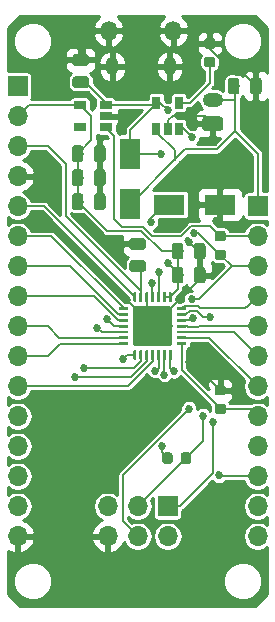
<source format=gbl>
G04 #@! TF.GenerationSoftware,KiCad,Pcbnew,5.0.2+dfsg1-1*
G04 #@! TF.CreationDate,2019-04-15T18:08:30-07:00*
G04 #@! TF.ProjectId,feather51,66656174-6865-4723-9531-2e6b69636164,A*
G04 #@! TF.SameCoordinates,Original*
G04 #@! TF.FileFunction,Copper,L2,Bot*
G04 #@! TF.FilePolarity,Positive*
%FSLAX46Y46*%
G04 Gerber Fmt 4.6, Leading zero omitted, Abs format (unit mm)*
G04 Created by KiCad (PCBNEW 5.0.2+dfsg1-1) date Mon 15 Apr 2019 06:08:30 PM PDT*
%MOMM*%
%LPD*%
G01*
G04 APERTURE LIST*
G04 #@! TA.AperFunction,SMDPad,CuDef*
%ADD10R,2.650000X1.750000*%
G04 #@! TD*
G04 #@! TA.AperFunction,SMDPad,CuDef*
%ADD11R,1.750000X2.650000*%
G04 #@! TD*
G04 #@! TA.AperFunction,Conductor*
%ADD12C,0.100000*%
G04 #@! TD*
G04 #@! TA.AperFunction,ComponentPad*
%ADD13C,1.200000*%
G04 #@! TD*
G04 #@! TA.AperFunction,ComponentPad*
%ADD14O,1.750000X1.200000*%
G04 #@! TD*
G04 #@! TA.AperFunction,SMDPad,CuDef*
%ADD15C,0.975000*%
G04 #@! TD*
G04 #@! TA.AperFunction,ComponentPad*
%ADD16O,1.100000X1.500000*%
G04 #@! TD*
G04 #@! TA.AperFunction,ComponentPad*
%ADD17O,1.350000X1.700000*%
G04 #@! TD*
G04 #@! TA.AperFunction,ComponentPad*
%ADD18O,1.700000X1.700000*%
G04 #@! TD*
G04 #@! TA.AperFunction,ComponentPad*
%ADD19R,1.700000X1.700000*%
G04 #@! TD*
G04 #@! TA.AperFunction,SMDPad,CuDef*
%ADD20C,0.875000*%
G04 #@! TD*
G04 #@! TA.AperFunction,SMDPad,CuDef*
%ADD21R,1.060000X0.650000*%
G04 #@! TD*
G04 #@! TA.AperFunction,SMDPad,CuDef*
%ADD22C,0.250000*%
G04 #@! TD*
G04 #@! TA.AperFunction,SMDPad,CuDef*
%ADD23C,3.350000*%
G04 #@! TD*
G04 #@! TA.AperFunction,SMDPad,CuDef*
%ADD24R,0.650000X1.060000*%
G04 #@! TD*
G04 #@! TA.AperFunction,ViaPad*
%ADD25C,0.685800*%
G04 #@! TD*
G04 #@! TA.AperFunction,Conductor*
%ADD26C,0.152400*%
G04 #@! TD*
G04 #@! TA.AperFunction,Conductor*
%ADD27C,0.254000*%
G04 #@! TD*
G04 APERTURE END LIST*
D10*
G04 #@! TO.P,D2,1*
G04 #@! TO.N,/D+*
X137287000Y-60833000D03*
G04 #@! TO.P,D2,2*
G04 #@! TO.N,GND*
X141587000Y-60833000D03*
G04 #@! TD*
D11*
G04 #@! TO.P,D1,1*
G04 #@! TO.N,VBUS*
X133985000Y-56515000D03*
G04 #@! TO.P,D1,2*
G04 #@! TO.N,/VBAT*
X133985000Y-60815000D03*
G04 #@! TD*
D12*
G04 #@! TO.N,GND*
G04 #@! TO.C,J1*
G36*
X141619505Y-53376204D02*
X141643773Y-53379804D01*
X141667572Y-53385765D01*
X141690671Y-53394030D01*
X141712850Y-53404520D01*
X141733893Y-53417132D01*
X141753599Y-53431747D01*
X141771777Y-53448223D01*
X141788253Y-53466401D01*
X141802868Y-53486107D01*
X141815480Y-53507150D01*
X141825970Y-53529329D01*
X141834235Y-53552428D01*
X141840196Y-53576227D01*
X141843796Y-53600495D01*
X141845000Y-53624999D01*
X141845000Y-54325001D01*
X141843796Y-54349505D01*
X141840196Y-54373773D01*
X141834235Y-54397572D01*
X141825970Y-54420671D01*
X141815480Y-54442850D01*
X141802868Y-54463893D01*
X141788253Y-54483599D01*
X141771777Y-54501777D01*
X141753599Y-54518253D01*
X141733893Y-54532868D01*
X141712850Y-54545480D01*
X141690671Y-54555970D01*
X141667572Y-54564235D01*
X141643773Y-54570196D01*
X141619505Y-54573796D01*
X141595001Y-54575000D01*
X140344999Y-54575000D01*
X140320495Y-54573796D01*
X140296227Y-54570196D01*
X140272428Y-54564235D01*
X140249329Y-54555970D01*
X140227150Y-54545480D01*
X140206107Y-54532868D01*
X140186401Y-54518253D01*
X140168223Y-54501777D01*
X140151747Y-54483599D01*
X140137132Y-54463893D01*
X140124520Y-54442850D01*
X140114030Y-54420671D01*
X140105765Y-54397572D01*
X140099804Y-54373773D01*
X140096204Y-54349505D01*
X140095000Y-54325001D01*
X140095000Y-53624999D01*
X140096204Y-53600495D01*
X140099804Y-53576227D01*
X140105765Y-53552428D01*
X140114030Y-53529329D01*
X140124520Y-53507150D01*
X140137132Y-53486107D01*
X140151747Y-53466401D01*
X140168223Y-53448223D01*
X140186401Y-53431747D01*
X140206107Y-53417132D01*
X140227150Y-53404520D01*
X140249329Y-53394030D01*
X140272428Y-53385765D01*
X140296227Y-53379804D01*
X140320495Y-53376204D01*
X140344999Y-53375000D01*
X141595001Y-53375000D01*
X141619505Y-53376204D01*
X141619505Y-53376204D01*
G37*
D13*
G04 #@! TD*
G04 #@! TO.P,J1,1*
G04 #@! TO.N,GND*
X140970000Y-53975000D03*
D14*
G04 #@! TO.P,J1,2*
G04 #@! TO.N,/VBAT*
X140970000Y-51975000D03*
G04 #@! TD*
D12*
G04 #@! TO.N,GND*
G04 #@! TO.C,C1*
G36*
X130274142Y-48106174D02*
X130297803Y-48109684D01*
X130321007Y-48115496D01*
X130343529Y-48123554D01*
X130365153Y-48133782D01*
X130385670Y-48146079D01*
X130404883Y-48160329D01*
X130422607Y-48176393D01*
X130438671Y-48194117D01*
X130452921Y-48213330D01*
X130465218Y-48233847D01*
X130475446Y-48255471D01*
X130483504Y-48277993D01*
X130489316Y-48301197D01*
X130492826Y-48324858D01*
X130494000Y-48348750D01*
X130494000Y-48836250D01*
X130492826Y-48860142D01*
X130489316Y-48883803D01*
X130483504Y-48907007D01*
X130475446Y-48929529D01*
X130465218Y-48951153D01*
X130452921Y-48971670D01*
X130438671Y-48990883D01*
X130422607Y-49008607D01*
X130404883Y-49024671D01*
X130385670Y-49038921D01*
X130365153Y-49051218D01*
X130343529Y-49061446D01*
X130321007Y-49069504D01*
X130297803Y-49075316D01*
X130274142Y-49078826D01*
X130250250Y-49080000D01*
X129337750Y-49080000D01*
X129313858Y-49078826D01*
X129290197Y-49075316D01*
X129266993Y-49069504D01*
X129244471Y-49061446D01*
X129222847Y-49051218D01*
X129202330Y-49038921D01*
X129183117Y-49024671D01*
X129165393Y-49008607D01*
X129149329Y-48990883D01*
X129135079Y-48971670D01*
X129122782Y-48951153D01*
X129112554Y-48929529D01*
X129104496Y-48907007D01*
X129098684Y-48883803D01*
X129095174Y-48860142D01*
X129094000Y-48836250D01*
X129094000Y-48348750D01*
X129095174Y-48324858D01*
X129098684Y-48301197D01*
X129104496Y-48277993D01*
X129112554Y-48255471D01*
X129122782Y-48233847D01*
X129135079Y-48213330D01*
X129149329Y-48194117D01*
X129165393Y-48176393D01*
X129183117Y-48160329D01*
X129202330Y-48146079D01*
X129222847Y-48133782D01*
X129244471Y-48123554D01*
X129266993Y-48115496D01*
X129290197Y-48109684D01*
X129313858Y-48106174D01*
X129337750Y-48105000D01*
X130250250Y-48105000D01*
X130274142Y-48106174D01*
X130274142Y-48106174D01*
G37*
D15*
G04 #@! TD*
G04 #@! TO.P,C1,2*
G04 #@! TO.N,GND*
X129794000Y-48592500D03*
D12*
G04 #@! TO.N,VBUS*
G04 #@! TO.C,C1*
G36*
X130274142Y-49981174D02*
X130297803Y-49984684D01*
X130321007Y-49990496D01*
X130343529Y-49998554D01*
X130365153Y-50008782D01*
X130385670Y-50021079D01*
X130404883Y-50035329D01*
X130422607Y-50051393D01*
X130438671Y-50069117D01*
X130452921Y-50088330D01*
X130465218Y-50108847D01*
X130475446Y-50130471D01*
X130483504Y-50152993D01*
X130489316Y-50176197D01*
X130492826Y-50199858D01*
X130494000Y-50223750D01*
X130494000Y-50711250D01*
X130492826Y-50735142D01*
X130489316Y-50758803D01*
X130483504Y-50782007D01*
X130475446Y-50804529D01*
X130465218Y-50826153D01*
X130452921Y-50846670D01*
X130438671Y-50865883D01*
X130422607Y-50883607D01*
X130404883Y-50899671D01*
X130385670Y-50913921D01*
X130365153Y-50926218D01*
X130343529Y-50936446D01*
X130321007Y-50944504D01*
X130297803Y-50950316D01*
X130274142Y-50953826D01*
X130250250Y-50955000D01*
X129337750Y-50955000D01*
X129313858Y-50953826D01*
X129290197Y-50950316D01*
X129266993Y-50944504D01*
X129244471Y-50936446D01*
X129222847Y-50926218D01*
X129202330Y-50913921D01*
X129183117Y-50899671D01*
X129165393Y-50883607D01*
X129149329Y-50865883D01*
X129135079Y-50846670D01*
X129122782Y-50826153D01*
X129112554Y-50804529D01*
X129104496Y-50782007D01*
X129098684Y-50758803D01*
X129095174Y-50735142D01*
X129094000Y-50711250D01*
X129094000Y-50223750D01*
X129095174Y-50199858D01*
X129098684Y-50176197D01*
X129104496Y-50152993D01*
X129112554Y-50130471D01*
X129122782Y-50108847D01*
X129135079Y-50088330D01*
X129149329Y-50069117D01*
X129165393Y-50051393D01*
X129183117Y-50035329D01*
X129202330Y-50021079D01*
X129222847Y-50008782D01*
X129244471Y-49998554D01*
X129266993Y-49990496D01*
X129290197Y-49984684D01*
X129313858Y-49981174D01*
X129337750Y-49980000D01*
X130250250Y-49980000D01*
X130274142Y-49981174D01*
X130274142Y-49981174D01*
G37*
D15*
G04 #@! TD*
G04 #@! TO.P,C1,1*
G04 #@! TO.N,VBUS*
X129794000Y-50467500D03*
D12*
G04 #@! TO.N,+3V3*
G04 #@! TO.C,C2*
G36*
X129807642Y-55816174D02*
X129831303Y-55819684D01*
X129854507Y-55825496D01*
X129877029Y-55833554D01*
X129898653Y-55843782D01*
X129919170Y-55856079D01*
X129938383Y-55870329D01*
X129956107Y-55886393D01*
X129972171Y-55904117D01*
X129986421Y-55923330D01*
X129998718Y-55943847D01*
X130008946Y-55965471D01*
X130017004Y-55987993D01*
X130022816Y-56011197D01*
X130026326Y-56034858D01*
X130027500Y-56058750D01*
X130027500Y-56971250D01*
X130026326Y-56995142D01*
X130022816Y-57018803D01*
X130017004Y-57042007D01*
X130008946Y-57064529D01*
X129998718Y-57086153D01*
X129986421Y-57106670D01*
X129972171Y-57125883D01*
X129956107Y-57143607D01*
X129938383Y-57159671D01*
X129919170Y-57173921D01*
X129898653Y-57186218D01*
X129877029Y-57196446D01*
X129854507Y-57204504D01*
X129831303Y-57210316D01*
X129807642Y-57213826D01*
X129783750Y-57215000D01*
X129296250Y-57215000D01*
X129272358Y-57213826D01*
X129248697Y-57210316D01*
X129225493Y-57204504D01*
X129202971Y-57196446D01*
X129181347Y-57186218D01*
X129160830Y-57173921D01*
X129141617Y-57159671D01*
X129123893Y-57143607D01*
X129107829Y-57125883D01*
X129093579Y-57106670D01*
X129081282Y-57086153D01*
X129071054Y-57064529D01*
X129062996Y-57042007D01*
X129057184Y-57018803D01*
X129053674Y-56995142D01*
X129052500Y-56971250D01*
X129052500Y-56058750D01*
X129053674Y-56034858D01*
X129057184Y-56011197D01*
X129062996Y-55987993D01*
X129071054Y-55965471D01*
X129081282Y-55943847D01*
X129093579Y-55923330D01*
X129107829Y-55904117D01*
X129123893Y-55886393D01*
X129141617Y-55870329D01*
X129160830Y-55856079D01*
X129181347Y-55843782D01*
X129202971Y-55833554D01*
X129225493Y-55825496D01*
X129248697Y-55819684D01*
X129272358Y-55816174D01*
X129296250Y-55815000D01*
X129783750Y-55815000D01*
X129807642Y-55816174D01*
X129807642Y-55816174D01*
G37*
D15*
G04 #@! TD*
G04 #@! TO.P,C2,1*
G04 #@! TO.N,+3V3*
X129540000Y-56515000D03*
D12*
G04 #@! TO.N,GND*
G04 #@! TO.C,C2*
G36*
X131682642Y-55816174D02*
X131706303Y-55819684D01*
X131729507Y-55825496D01*
X131752029Y-55833554D01*
X131773653Y-55843782D01*
X131794170Y-55856079D01*
X131813383Y-55870329D01*
X131831107Y-55886393D01*
X131847171Y-55904117D01*
X131861421Y-55923330D01*
X131873718Y-55943847D01*
X131883946Y-55965471D01*
X131892004Y-55987993D01*
X131897816Y-56011197D01*
X131901326Y-56034858D01*
X131902500Y-56058750D01*
X131902500Y-56971250D01*
X131901326Y-56995142D01*
X131897816Y-57018803D01*
X131892004Y-57042007D01*
X131883946Y-57064529D01*
X131873718Y-57086153D01*
X131861421Y-57106670D01*
X131847171Y-57125883D01*
X131831107Y-57143607D01*
X131813383Y-57159671D01*
X131794170Y-57173921D01*
X131773653Y-57186218D01*
X131752029Y-57196446D01*
X131729507Y-57204504D01*
X131706303Y-57210316D01*
X131682642Y-57213826D01*
X131658750Y-57215000D01*
X131171250Y-57215000D01*
X131147358Y-57213826D01*
X131123697Y-57210316D01*
X131100493Y-57204504D01*
X131077971Y-57196446D01*
X131056347Y-57186218D01*
X131035830Y-57173921D01*
X131016617Y-57159671D01*
X130998893Y-57143607D01*
X130982829Y-57125883D01*
X130968579Y-57106670D01*
X130956282Y-57086153D01*
X130946054Y-57064529D01*
X130937996Y-57042007D01*
X130932184Y-57018803D01*
X130928674Y-56995142D01*
X130927500Y-56971250D01*
X130927500Y-56058750D01*
X130928674Y-56034858D01*
X130932184Y-56011197D01*
X130937996Y-55987993D01*
X130946054Y-55965471D01*
X130956282Y-55943847D01*
X130968579Y-55923330D01*
X130982829Y-55904117D01*
X130998893Y-55886393D01*
X131016617Y-55870329D01*
X131035830Y-55856079D01*
X131056347Y-55843782D01*
X131077971Y-55833554D01*
X131100493Y-55825496D01*
X131123697Y-55819684D01*
X131147358Y-55816174D01*
X131171250Y-55815000D01*
X131658750Y-55815000D01*
X131682642Y-55816174D01*
X131682642Y-55816174D01*
G37*
D15*
G04 #@! TD*
G04 #@! TO.P,C2,2*
G04 #@! TO.N,GND*
X131415000Y-56515000D03*
D12*
G04 #@! TO.N,GND*
G04 #@! TO.C,C3*
G36*
X131682642Y-57848174D02*
X131706303Y-57851684D01*
X131729507Y-57857496D01*
X131752029Y-57865554D01*
X131773653Y-57875782D01*
X131794170Y-57888079D01*
X131813383Y-57902329D01*
X131831107Y-57918393D01*
X131847171Y-57936117D01*
X131861421Y-57955330D01*
X131873718Y-57975847D01*
X131883946Y-57997471D01*
X131892004Y-58019993D01*
X131897816Y-58043197D01*
X131901326Y-58066858D01*
X131902500Y-58090750D01*
X131902500Y-59003250D01*
X131901326Y-59027142D01*
X131897816Y-59050803D01*
X131892004Y-59074007D01*
X131883946Y-59096529D01*
X131873718Y-59118153D01*
X131861421Y-59138670D01*
X131847171Y-59157883D01*
X131831107Y-59175607D01*
X131813383Y-59191671D01*
X131794170Y-59205921D01*
X131773653Y-59218218D01*
X131752029Y-59228446D01*
X131729507Y-59236504D01*
X131706303Y-59242316D01*
X131682642Y-59245826D01*
X131658750Y-59247000D01*
X131171250Y-59247000D01*
X131147358Y-59245826D01*
X131123697Y-59242316D01*
X131100493Y-59236504D01*
X131077971Y-59228446D01*
X131056347Y-59218218D01*
X131035830Y-59205921D01*
X131016617Y-59191671D01*
X130998893Y-59175607D01*
X130982829Y-59157883D01*
X130968579Y-59138670D01*
X130956282Y-59118153D01*
X130946054Y-59096529D01*
X130937996Y-59074007D01*
X130932184Y-59050803D01*
X130928674Y-59027142D01*
X130927500Y-59003250D01*
X130927500Y-58090750D01*
X130928674Y-58066858D01*
X130932184Y-58043197D01*
X130937996Y-58019993D01*
X130946054Y-57997471D01*
X130956282Y-57975847D01*
X130968579Y-57955330D01*
X130982829Y-57936117D01*
X130998893Y-57918393D01*
X131016617Y-57902329D01*
X131035830Y-57888079D01*
X131056347Y-57875782D01*
X131077971Y-57865554D01*
X131100493Y-57857496D01*
X131123697Y-57851684D01*
X131147358Y-57848174D01*
X131171250Y-57847000D01*
X131658750Y-57847000D01*
X131682642Y-57848174D01*
X131682642Y-57848174D01*
G37*
D15*
G04 #@! TD*
G04 #@! TO.P,C3,2*
G04 #@! TO.N,GND*
X131415000Y-58547000D03*
D12*
G04 #@! TO.N,+3V3*
G04 #@! TO.C,C3*
G36*
X129807642Y-57848174D02*
X129831303Y-57851684D01*
X129854507Y-57857496D01*
X129877029Y-57865554D01*
X129898653Y-57875782D01*
X129919170Y-57888079D01*
X129938383Y-57902329D01*
X129956107Y-57918393D01*
X129972171Y-57936117D01*
X129986421Y-57955330D01*
X129998718Y-57975847D01*
X130008946Y-57997471D01*
X130017004Y-58019993D01*
X130022816Y-58043197D01*
X130026326Y-58066858D01*
X130027500Y-58090750D01*
X130027500Y-59003250D01*
X130026326Y-59027142D01*
X130022816Y-59050803D01*
X130017004Y-59074007D01*
X130008946Y-59096529D01*
X129998718Y-59118153D01*
X129986421Y-59138670D01*
X129972171Y-59157883D01*
X129956107Y-59175607D01*
X129938383Y-59191671D01*
X129919170Y-59205921D01*
X129898653Y-59218218D01*
X129877029Y-59228446D01*
X129854507Y-59236504D01*
X129831303Y-59242316D01*
X129807642Y-59245826D01*
X129783750Y-59247000D01*
X129296250Y-59247000D01*
X129272358Y-59245826D01*
X129248697Y-59242316D01*
X129225493Y-59236504D01*
X129202971Y-59228446D01*
X129181347Y-59218218D01*
X129160830Y-59205921D01*
X129141617Y-59191671D01*
X129123893Y-59175607D01*
X129107829Y-59157883D01*
X129093579Y-59138670D01*
X129081282Y-59118153D01*
X129071054Y-59096529D01*
X129062996Y-59074007D01*
X129057184Y-59050803D01*
X129053674Y-59027142D01*
X129052500Y-59003250D01*
X129052500Y-58090750D01*
X129053674Y-58066858D01*
X129057184Y-58043197D01*
X129062996Y-58019993D01*
X129071054Y-57997471D01*
X129081282Y-57975847D01*
X129093579Y-57955330D01*
X129107829Y-57936117D01*
X129123893Y-57918393D01*
X129141617Y-57902329D01*
X129160830Y-57888079D01*
X129181347Y-57875782D01*
X129202971Y-57865554D01*
X129225493Y-57857496D01*
X129248697Y-57851684D01*
X129272358Y-57848174D01*
X129296250Y-57847000D01*
X129783750Y-57847000D01*
X129807642Y-57848174D01*
X129807642Y-57848174D01*
G37*
D15*
G04 #@! TD*
G04 #@! TO.P,C3,1*
G04 #@! TO.N,+3V3*
X129540000Y-58547000D03*
D12*
G04 #@! TO.N,+3V3*
G04 #@! TO.C,C4*
G36*
X138268142Y-64071174D02*
X138291803Y-64074684D01*
X138315007Y-64080496D01*
X138337529Y-64088554D01*
X138359153Y-64098782D01*
X138379670Y-64111079D01*
X138398883Y-64125329D01*
X138416607Y-64141393D01*
X138432671Y-64159117D01*
X138446921Y-64178330D01*
X138459218Y-64198847D01*
X138469446Y-64220471D01*
X138477504Y-64242993D01*
X138483316Y-64266197D01*
X138486826Y-64289858D01*
X138488000Y-64313750D01*
X138488000Y-65226250D01*
X138486826Y-65250142D01*
X138483316Y-65273803D01*
X138477504Y-65297007D01*
X138469446Y-65319529D01*
X138459218Y-65341153D01*
X138446921Y-65361670D01*
X138432671Y-65380883D01*
X138416607Y-65398607D01*
X138398883Y-65414671D01*
X138379670Y-65428921D01*
X138359153Y-65441218D01*
X138337529Y-65451446D01*
X138315007Y-65459504D01*
X138291803Y-65465316D01*
X138268142Y-65468826D01*
X138244250Y-65470000D01*
X137756750Y-65470000D01*
X137732858Y-65468826D01*
X137709197Y-65465316D01*
X137685993Y-65459504D01*
X137663471Y-65451446D01*
X137641847Y-65441218D01*
X137621330Y-65428921D01*
X137602117Y-65414671D01*
X137584393Y-65398607D01*
X137568329Y-65380883D01*
X137554079Y-65361670D01*
X137541782Y-65341153D01*
X137531554Y-65319529D01*
X137523496Y-65297007D01*
X137517684Y-65273803D01*
X137514174Y-65250142D01*
X137513000Y-65226250D01*
X137513000Y-64313750D01*
X137514174Y-64289858D01*
X137517684Y-64266197D01*
X137523496Y-64242993D01*
X137531554Y-64220471D01*
X137541782Y-64198847D01*
X137554079Y-64178330D01*
X137568329Y-64159117D01*
X137584393Y-64141393D01*
X137602117Y-64125329D01*
X137621330Y-64111079D01*
X137641847Y-64098782D01*
X137663471Y-64088554D01*
X137685993Y-64080496D01*
X137709197Y-64074684D01*
X137732858Y-64071174D01*
X137756750Y-64070000D01*
X138244250Y-64070000D01*
X138268142Y-64071174D01*
X138268142Y-64071174D01*
G37*
D15*
G04 #@! TD*
G04 #@! TO.P,C4,1*
G04 #@! TO.N,+3V3*
X138000500Y-64770000D03*
D12*
G04 #@! TO.N,GND*
G04 #@! TO.C,C4*
G36*
X140143142Y-64071174D02*
X140166803Y-64074684D01*
X140190007Y-64080496D01*
X140212529Y-64088554D01*
X140234153Y-64098782D01*
X140254670Y-64111079D01*
X140273883Y-64125329D01*
X140291607Y-64141393D01*
X140307671Y-64159117D01*
X140321921Y-64178330D01*
X140334218Y-64198847D01*
X140344446Y-64220471D01*
X140352504Y-64242993D01*
X140358316Y-64266197D01*
X140361826Y-64289858D01*
X140363000Y-64313750D01*
X140363000Y-65226250D01*
X140361826Y-65250142D01*
X140358316Y-65273803D01*
X140352504Y-65297007D01*
X140344446Y-65319529D01*
X140334218Y-65341153D01*
X140321921Y-65361670D01*
X140307671Y-65380883D01*
X140291607Y-65398607D01*
X140273883Y-65414671D01*
X140254670Y-65428921D01*
X140234153Y-65441218D01*
X140212529Y-65451446D01*
X140190007Y-65459504D01*
X140166803Y-65465316D01*
X140143142Y-65468826D01*
X140119250Y-65470000D01*
X139631750Y-65470000D01*
X139607858Y-65468826D01*
X139584197Y-65465316D01*
X139560993Y-65459504D01*
X139538471Y-65451446D01*
X139516847Y-65441218D01*
X139496330Y-65428921D01*
X139477117Y-65414671D01*
X139459393Y-65398607D01*
X139443329Y-65380883D01*
X139429079Y-65361670D01*
X139416782Y-65341153D01*
X139406554Y-65319529D01*
X139398496Y-65297007D01*
X139392684Y-65273803D01*
X139389174Y-65250142D01*
X139388000Y-65226250D01*
X139388000Y-64313750D01*
X139389174Y-64289858D01*
X139392684Y-64266197D01*
X139398496Y-64242993D01*
X139406554Y-64220471D01*
X139416782Y-64198847D01*
X139429079Y-64178330D01*
X139443329Y-64159117D01*
X139459393Y-64141393D01*
X139477117Y-64125329D01*
X139496330Y-64111079D01*
X139516847Y-64098782D01*
X139538471Y-64088554D01*
X139560993Y-64080496D01*
X139584197Y-64074684D01*
X139607858Y-64071174D01*
X139631750Y-64070000D01*
X140119250Y-64070000D01*
X140143142Y-64071174D01*
X140143142Y-64071174D01*
G37*
D15*
G04 #@! TD*
G04 #@! TO.P,C4,2*
G04 #@! TO.N,GND*
X139875500Y-64770000D03*
D12*
G04 #@! TO.N,GND*
G04 #@! TO.C,C5*
G36*
X140143142Y-66103174D02*
X140166803Y-66106684D01*
X140190007Y-66112496D01*
X140212529Y-66120554D01*
X140234153Y-66130782D01*
X140254670Y-66143079D01*
X140273883Y-66157329D01*
X140291607Y-66173393D01*
X140307671Y-66191117D01*
X140321921Y-66210330D01*
X140334218Y-66230847D01*
X140344446Y-66252471D01*
X140352504Y-66274993D01*
X140358316Y-66298197D01*
X140361826Y-66321858D01*
X140363000Y-66345750D01*
X140363000Y-67258250D01*
X140361826Y-67282142D01*
X140358316Y-67305803D01*
X140352504Y-67329007D01*
X140344446Y-67351529D01*
X140334218Y-67373153D01*
X140321921Y-67393670D01*
X140307671Y-67412883D01*
X140291607Y-67430607D01*
X140273883Y-67446671D01*
X140254670Y-67460921D01*
X140234153Y-67473218D01*
X140212529Y-67483446D01*
X140190007Y-67491504D01*
X140166803Y-67497316D01*
X140143142Y-67500826D01*
X140119250Y-67502000D01*
X139631750Y-67502000D01*
X139607858Y-67500826D01*
X139584197Y-67497316D01*
X139560993Y-67491504D01*
X139538471Y-67483446D01*
X139516847Y-67473218D01*
X139496330Y-67460921D01*
X139477117Y-67446671D01*
X139459393Y-67430607D01*
X139443329Y-67412883D01*
X139429079Y-67393670D01*
X139416782Y-67373153D01*
X139406554Y-67351529D01*
X139398496Y-67329007D01*
X139392684Y-67305803D01*
X139389174Y-67282142D01*
X139388000Y-67258250D01*
X139388000Y-66345750D01*
X139389174Y-66321858D01*
X139392684Y-66298197D01*
X139398496Y-66274993D01*
X139406554Y-66252471D01*
X139416782Y-66230847D01*
X139429079Y-66210330D01*
X139443329Y-66191117D01*
X139459393Y-66173393D01*
X139477117Y-66157329D01*
X139496330Y-66143079D01*
X139516847Y-66130782D01*
X139538471Y-66120554D01*
X139560993Y-66112496D01*
X139584197Y-66106684D01*
X139607858Y-66103174D01*
X139631750Y-66102000D01*
X140119250Y-66102000D01*
X140143142Y-66103174D01*
X140143142Y-66103174D01*
G37*
D15*
G04 #@! TD*
G04 #@! TO.P,C5,2*
G04 #@! TO.N,GND*
X139875500Y-66802000D03*
D12*
G04 #@! TO.N,+3V3*
G04 #@! TO.C,C5*
G36*
X138268142Y-66103174D02*
X138291803Y-66106684D01*
X138315007Y-66112496D01*
X138337529Y-66120554D01*
X138359153Y-66130782D01*
X138379670Y-66143079D01*
X138398883Y-66157329D01*
X138416607Y-66173393D01*
X138432671Y-66191117D01*
X138446921Y-66210330D01*
X138459218Y-66230847D01*
X138469446Y-66252471D01*
X138477504Y-66274993D01*
X138483316Y-66298197D01*
X138486826Y-66321858D01*
X138488000Y-66345750D01*
X138488000Y-67258250D01*
X138486826Y-67282142D01*
X138483316Y-67305803D01*
X138477504Y-67329007D01*
X138469446Y-67351529D01*
X138459218Y-67373153D01*
X138446921Y-67393670D01*
X138432671Y-67412883D01*
X138416607Y-67430607D01*
X138398883Y-67446671D01*
X138379670Y-67460921D01*
X138359153Y-67473218D01*
X138337529Y-67483446D01*
X138315007Y-67491504D01*
X138291803Y-67497316D01*
X138268142Y-67500826D01*
X138244250Y-67502000D01*
X137756750Y-67502000D01*
X137732858Y-67500826D01*
X137709197Y-67497316D01*
X137685993Y-67491504D01*
X137663471Y-67483446D01*
X137641847Y-67473218D01*
X137621330Y-67460921D01*
X137602117Y-67446671D01*
X137584393Y-67430607D01*
X137568329Y-67412883D01*
X137554079Y-67393670D01*
X137541782Y-67373153D01*
X137531554Y-67351529D01*
X137523496Y-67329007D01*
X137517684Y-67305803D01*
X137514174Y-67282142D01*
X137513000Y-67258250D01*
X137513000Y-66345750D01*
X137514174Y-66321858D01*
X137517684Y-66298197D01*
X137523496Y-66274993D01*
X137531554Y-66252471D01*
X137541782Y-66230847D01*
X137554079Y-66210330D01*
X137568329Y-66191117D01*
X137584393Y-66173393D01*
X137602117Y-66157329D01*
X137621330Y-66143079D01*
X137641847Y-66130782D01*
X137663471Y-66120554D01*
X137685993Y-66112496D01*
X137709197Y-66106684D01*
X137732858Y-66103174D01*
X137756750Y-66102000D01*
X138244250Y-66102000D01*
X138268142Y-66103174D01*
X138268142Y-66103174D01*
G37*
D15*
G04 #@! TD*
G04 #@! TO.P,C5,1*
G04 #@! TO.N,+3V3*
X138000500Y-66802000D03*
D12*
G04 #@! TO.N,/AREF*
G04 #@! TO.C,C6*
G36*
X135100142Y-65553674D02*
X135123803Y-65557184D01*
X135147007Y-65562996D01*
X135169529Y-65571054D01*
X135191153Y-65581282D01*
X135211670Y-65593579D01*
X135230883Y-65607829D01*
X135248607Y-65623893D01*
X135264671Y-65641617D01*
X135278921Y-65660830D01*
X135291218Y-65681347D01*
X135301446Y-65702971D01*
X135309504Y-65725493D01*
X135315316Y-65748697D01*
X135318826Y-65772358D01*
X135320000Y-65796250D01*
X135320000Y-66283750D01*
X135318826Y-66307642D01*
X135315316Y-66331303D01*
X135309504Y-66354507D01*
X135301446Y-66377029D01*
X135291218Y-66398653D01*
X135278921Y-66419170D01*
X135264671Y-66438383D01*
X135248607Y-66456107D01*
X135230883Y-66472171D01*
X135211670Y-66486421D01*
X135191153Y-66498718D01*
X135169529Y-66508946D01*
X135147007Y-66517004D01*
X135123803Y-66522816D01*
X135100142Y-66526326D01*
X135076250Y-66527500D01*
X134163750Y-66527500D01*
X134139858Y-66526326D01*
X134116197Y-66522816D01*
X134092993Y-66517004D01*
X134070471Y-66508946D01*
X134048847Y-66498718D01*
X134028330Y-66486421D01*
X134009117Y-66472171D01*
X133991393Y-66456107D01*
X133975329Y-66438383D01*
X133961079Y-66419170D01*
X133948782Y-66398653D01*
X133938554Y-66377029D01*
X133930496Y-66354507D01*
X133924684Y-66331303D01*
X133921174Y-66307642D01*
X133920000Y-66283750D01*
X133920000Y-65796250D01*
X133921174Y-65772358D01*
X133924684Y-65748697D01*
X133930496Y-65725493D01*
X133938554Y-65702971D01*
X133948782Y-65681347D01*
X133961079Y-65660830D01*
X133975329Y-65641617D01*
X133991393Y-65623893D01*
X134009117Y-65607829D01*
X134028330Y-65593579D01*
X134048847Y-65581282D01*
X134070471Y-65571054D01*
X134092993Y-65562996D01*
X134116197Y-65557184D01*
X134139858Y-65553674D01*
X134163750Y-65552500D01*
X135076250Y-65552500D01*
X135100142Y-65553674D01*
X135100142Y-65553674D01*
G37*
D15*
G04 #@! TD*
G04 #@! TO.P,C6,1*
G04 #@! TO.N,/AREF*
X134620000Y-66040000D03*
D12*
G04 #@! TO.N,GND*
G04 #@! TO.C,C6*
G36*
X135100142Y-63678674D02*
X135123803Y-63682184D01*
X135147007Y-63687996D01*
X135169529Y-63696054D01*
X135191153Y-63706282D01*
X135211670Y-63718579D01*
X135230883Y-63732829D01*
X135248607Y-63748893D01*
X135264671Y-63766617D01*
X135278921Y-63785830D01*
X135291218Y-63806347D01*
X135301446Y-63827971D01*
X135309504Y-63850493D01*
X135315316Y-63873697D01*
X135318826Y-63897358D01*
X135320000Y-63921250D01*
X135320000Y-64408750D01*
X135318826Y-64432642D01*
X135315316Y-64456303D01*
X135309504Y-64479507D01*
X135301446Y-64502029D01*
X135291218Y-64523653D01*
X135278921Y-64544170D01*
X135264671Y-64563383D01*
X135248607Y-64581107D01*
X135230883Y-64597171D01*
X135211670Y-64611421D01*
X135191153Y-64623718D01*
X135169529Y-64633946D01*
X135147007Y-64642004D01*
X135123803Y-64647816D01*
X135100142Y-64651326D01*
X135076250Y-64652500D01*
X134163750Y-64652500D01*
X134139858Y-64651326D01*
X134116197Y-64647816D01*
X134092993Y-64642004D01*
X134070471Y-64633946D01*
X134048847Y-64623718D01*
X134028330Y-64611421D01*
X134009117Y-64597171D01*
X133991393Y-64581107D01*
X133975329Y-64563383D01*
X133961079Y-64544170D01*
X133948782Y-64523653D01*
X133938554Y-64502029D01*
X133930496Y-64479507D01*
X133924684Y-64456303D01*
X133921174Y-64432642D01*
X133920000Y-64408750D01*
X133920000Y-63921250D01*
X133921174Y-63897358D01*
X133924684Y-63873697D01*
X133930496Y-63850493D01*
X133938554Y-63827971D01*
X133948782Y-63806347D01*
X133961079Y-63785830D01*
X133975329Y-63766617D01*
X133991393Y-63748893D01*
X134009117Y-63732829D01*
X134028330Y-63718579D01*
X134048847Y-63706282D01*
X134070471Y-63696054D01*
X134092993Y-63687996D01*
X134116197Y-63682184D01*
X134139858Y-63678674D01*
X134163750Y-63677500D01*
X135076250Y-63677500D01*
X135100142Y-63678674D01*
X135100142Y-63678674D01*
G37*
D15*
G04 #@! TD*
G04 #@! TO.P,C6,2*
G04 #@! TO.N,GND*
X134620000Y-64165000D03*
D12*
G04 #@! TO.N,GND*
G04 #@! TO.C,C7*
G36*
X131682642Y-59880174D02*
X131706303Y-59883684D01*
X131729507Y-59889496D01*
X131752029Y-59897554D01*
X131773653Y-59907782D01*
X131794170Y-59920079D01*
X131813383Y-59934329D01*
X131831107Y-59950393D01*
X131847171Y-59968117D01*
X131861421Y-59987330D01*
X131873718Y-60007847D01*
X131883946Y-60029471D01*
X131892004Y-60051993D01*
X131897816Y-60075197D01*
X131901326Y-60098858D01*
X131902500Y-60122750D01*
X131902500Y-61035250D01*
X131901326Y-61059142D01*
X131897816Y-61082803D01*
X131892004Y-61106007D01*
X131883946Y-61128529D01*
X131873718Y-61150153D01*
X131861421Y-61170670D01*
X131847171Y-61189883D01*
X131831107Y-61207607D01*
X131813383Y-61223671D01*
X131794170Y-61237921D01*
X131773653Y-61250218D01*
X131752029Y-61260446D01*
X131729507Y-61268504D01*
X131706303Y-61274316D01*
X131682642Y-61277826D01*
X131658750Y-61279000D01*
X131171250Y-61279000D01*
X131147358Y-61277826D01*
X131123697Y-61274316D01*
X131100493Y-61268504D01*
X131077971Y-61260446D01*
X131056347Y-61250218D01*
X131035830Y-61237921D01*
X131016617Y-61223671D01*
X130998893Y-61207607D01*
X130982829Y-61189883D01*
X130968579Y-61170670D01*
X130956282Y-61150153D01*
X130946054Y-61128529D01*
X130937996Y-61106007D01*
X130932184Y-61082803D01*
X130928674Y-61059142D01*
X130927500Y-61035250D01*
X130927500Y-60122750D01*
X130928674Y-60098858D01*
X130932184Y-60075197D01*
X130937996Y-60051993D01*
X130946054Y-60029471D01*
X130956282Y-60007847D01*
X130968579Y-59987330D01*
X130982829Y-59968117D01*
X130998893Y-59950393D01*
X131016617Y-59934329D01*
X131035830Y-59920079D01*
X131056347Y-59907782D01*
X131077971Y-59897554D01*
X131100493Y-59889496D01*
X131123697Y-59883684D01*
X131147358Y-59880174D01*
X131171250Y-59879000D01*
X131658750Y-59879000D01*
X131682642Y-59880174D01*
X131682642Y-59880174D01*
G37*
D15*
G04 #@! TD*
G04 #@! TO.P,C7,2*
G04 #@! TO.N,GND*
X131415000Y-60579000D03*
D12*
G04 #@! TO.N,+3V3*
G04 #@! TO.C,C7*
G36*
X129807642Y-59880174D02*
X129831303Y-59883684D01*
X129854507Y-59889496D01*
X129877029Y-59897554D01*
X129898653Y-59907782D01*
X129919170Y-59920079D01*
X129938383Y-59934329D01*
X129956107Y-59950393D01*
X129972171Y-59968117D01*
X129986421Y-59987330D01*
X129998718Y-60007847D01*
X130008946Y-60029471D01*
X130017004Y-60051993D01*
X130022816Y-60075197D01*
X130026326Y-60098858D01*
X130027500Y-60122750D01*
X130027500Y-61035250D01*
X130026326Y-61059142D01*
X130022816Y-61082803D01*
X130017004Y-61106007D01*
X130008946Y-61128529D01*
X129998718Y-61150153D01*
X129986421Y-61170670D01*
X129972171Y-61189883D01*
X129956107Y-61207607D01*
X129938383Y-61223671D01*
X129919170Y-61237921D01*
X129898653Y-61250218D01*
X129877029Y-61260446D01*
X129854507Y-61268504D01*
X129831303Y-61274316D01*
X129807642Y-61277826D01*
X129783750Y-61279000D01*
X129296250Y-61279000D01*
X129272358Y-61277826D01*
X129248697Y-61274316D01*
X129225493Y-61268504D01*
X129202971Y-61260446D01*
X129181347Y-61250218D01*
X129160830Y-61237921D01*
X129141617Y-61223671D01*
X129123893Y-61207607D01*
X129107829Y-61189883D01*
X129093579Y-61170670D01*
X129081282Y-61150153D01*
X129071054Y-61128529D01*
X129062996Y-61106007D01*
X129057184Y-61082803D01*
X129053674Y-61059142D01*
X129052500Y-61035250D01*
X129052500Y-60122750D01*
X129053674Y-60098858D01*
X129057184Y-60075197D01*
X129062996Y-60051993D01*
X129071054Y-60029471D01*
X129081282Y-60007847D01*
X129093579Y-59987330D01*
X129107829Y-59968117D01*
X129123893Y-59950393D01*
X129141617Y-59934329D01*
X129160830Y-59920079D01*
X129181347Y-59907782D01*
X129202971Y-59897554D01*
X129225493Y-59889496D01*
X129248697Y-59883684D01*
X129272358Y-59880174D01*
X129296250Y-59879000D01*
X129783750Y-59879000D01*
X129807642Y-59880174D01*
X129807642Y-59880174D01*
G37*
D15*
G04 #@! TD*
G04 #@! TO.P,C7,1*
G04 #@! TO.N,+3V3*
X129540000Y-60579000D03*
D12*
G04 #@! TO.N,GND*
G04 #@! TO.C,C8*
G36*
X144890642Y-50101174D02*
X144914303Y-50104684D01*
X144937507Y-50110496D01*
X144960029Y-50118554D01*
X144981653Y-50128782D01*
X145002170Y-50141079D01*
X145021383Y-50155329D01*
X145039107Y-50171393D01*
X145055171Y-50189117D01*
X145069421Y-50208330D01*
X145081718Y-50228847D01*
X145091946Y-50250471D01*
X145100004Y-50272993D01*
X145105816Y-50296197D01*
X145109326Y-50319858D01*
X145110500Y-50343750D01*
X145110500Y-51256250D01*
X145109326Y-51280142D01*
X145105816Y-51303803D01*
X145100004Y-51327007D01*
X145091946Y-51349529D01*
X145081718Y-51371153D01*
X145069421Y-51391670D01*
X145055171Y-51410883D01*
X145039107Y-51428607D01*
X145021383Y-51444671D01*
X145002170Y-51458921D01*
X144981653Y-51471218D01*
X144960029Y-51481446D01*
X144937507Y-51489504D01*
X144914303Y-51495316D01*
X144890642Y-51498826D01*
X144866750Y-51500000D01*
X144379250Y-51500000D01*
X144355358Y-51498826D01*
X144331697Y-51495316D01*
X144308493Y-51489504D01*
X144285971Y-51481446D01*
X144264347Y-51471218D01*
X144243830Y-51458921D01*
X144224617Y-51444671D01*
X144206893Y-51428607D01*
X144190829Y-51410883D01*
X144176579Y-51391670D01*
X144164282Y-51371153D01*
X144154054Y-51349529D01*
X144145996Y-51327007D01*
X144140184Y-51303803D01*
X144136674Y-51280142D01*
X144135500Y-51256250D01*
X144135500Y-50343750D01*
X144136674Y-50319858D01*
X144140184Y-50296197D01*
X144145996Y-50272993D01*
X144154054Y-50250471D01*
X144164282Y-50228847D01*
X144176579Y-50208330D01*
X144190829Y-50189117D01*
X144206893Y-50171393D01*
X144224617Y-50155329D01*
X144243830Y-50141079D01*
X144264347Y-50128782D01*
X144285971Y-50118554D01*
X144308493Y-50110496D01*
X144331697Y-50104684D01*
X144355358Y-50101174D01*
X144379250Y-50100000D01*
X144866750Y-50100000D01*
X144890642Y-50101174D01*
X144890642Y-50101174D01*
G37*
D15*
G04 #@! TD*
G04 #@! TO.P,C8,1*
G04 #@! TO.N,GND*
X144623000Y-50800000D03*
D12*
G04 #@! TO.N,/VBAT*
G04 #@! TO.C,C8*
G36*
X143015642Y-50101174D02*
X143039303Y-50104684D01*
X143062507Y-50110496D01*
X143085029Y-50118554D01*
X143106653Y-50128782D01*
X143127170Y-50141079D01*
X143146383Y-50155329D01*
X143164107Y-50171393D01*
X143180171Y-50189117D01*
X143194421Y-50208330D01*
X143206718Y-50228847D01*
X143216946Y-50250471D01*
X143225004Y-50272993D01*
X143230816Y-50296197D01*
X143234326Y-50319858D01*
X143235500Y-50343750D01*
X143235500Y-51256250D01*
X143234326Y-51280142D01*
X143230816Y-51303803D01*
X143225004Y-51327007D01*
X143216946Y-51349529D01*
X143206718Y-51371153D01*
X143194421Y-51391670D01*
X143180171Y-51410883D01*
X143164107Y-51428607D01*
X143146383Y-51444671D01*
X143127170Y-51458921D01*
X143106653Y-51471218D01*
X143085029Y-51481446D01*
X143062507Y-51489504D01*
X143039303Y-51495316D01*
X143015642Y-51498826D01*
X142991750Y-51500000D01*
X142504250Y-51500000D01*
X142480358Y-51498826D01*
X142456697Y-51495316D01*
X142433493Y-51489504D01*
X142410971Y-51481446D01*
X142389347Y-51471218D01*
X142368830Y-51458921D01*
X142349617Y-51444671D01*
X142331893Y-51428607D01*
X142315829Y-51410883D01*
X142301579Y-51391670D01*
X142289282Y-51371153D01*
X142279054Y-51349529D01*
X142270996Y-51327007D01*
X142265184Y-51303803D01*
X142261674Y-51280142D01*
X142260500Y-51256250D01*
X142260500Y-50343750D01*
X142261674Y-50319858D01*
X142265184Y-50296197D01*
X142270996Y-50272993D01*
X142279054Y-50250471D01*
X142289282Y-50228847D01*
X142301579Y-50208330D01*
X142315829Y-50189117D01*
X142331893Y-50171393D01*
X142349617Y-50155329D01*
X142368830Y-50141079D01*
X142389347Y-50128782D01*
X142410971Y-50118554D01*
X142433493Y-50110496D01*
X142456697Y-50104684D01*
X142480358Y-50101174D01*
X142504250Y-50100000D01*
X142991750Y-50100000D01*
X143015642Y-50101174D01*
X143015642Y-50101174D01*
G37*
D15*
G04 #@! TD*
G04 #@! TO.P,C8,2*
G04 #@! TO.N,/VBAT*
X142748000Y-50800000D03*
D16*
G04 #@! TO.P,J2,6*
G04 #@! TO.N,GND*
X137319000Y-49129000D03*
X132479000Y-49129000D03*
D17*
X137629000Y-46129000D03*
X132169000Y-46129000D03*
G04 #@! TD*
D18*
G04 #@! TO.P,J3,12*
G04 #@! TO.N,/SDA*
X144780000Y-88900000D03*
G04 #@! TO.P,J3,11*
G04 #@! TO.N,/SCL*
X144780000Y-86360000D03*
G04 #@! TO.P,J3,10*
G04 #@! TO.N,/D5*
X144780000Y-83820000D03*
G04 #@! TO.P,J3,9*
G04 #@! TO.N,/D6*
X144780000Y-81280000D03*
G04 #@! TO.P,J3,8*
G04 #@! TO.N,/D9*
X144780000Y-78740000D03*
G04 #@! TO.P,J3,7*
G04 #@! TO.N,/D10*
X144780000Y-76200000D03*
G04 #@! TO.P,J3,6*
G04 #@! TO.N,/D11*
X144780000Y-73660000D03*
G04 #@! TO.P,J3,5*
G04 #@! TO.N,/D12*
X144780000Y-71120000D03*
G04 #@! TO.P,J3,4*
G04 #@! TO.N,/D13*
X144780000Y-68580000D03*
G04 #@! TO.P,J3,3*
G04 #@! TO.N,VBUS*
X144780000Y-66040000D03*
G04 #@! TO.P,J3,2*
G04 #@! TO.N,/EN*
X144780000Y-63500000D03*
D19*
G04 #@! TO.P,J3,1*
G04 #@! TO.N,/VBAT*
X144780000Y-60960000D03*
G04 #@! TD*
D18*
G04 #@! TO.P,J4,6*
G04 #@! TO.N,GND*
X132080000Y-88900000D03*
G04 #@! TO.P,J4,5*
G04 #@! TO.N,/~RESET*
X132080000Y-86360000D03*
G04 #@! TO.P,J4,4*
G04 #@! TO.N,/C2D*
X134620000Y-88900000D03*
G04 #@! TO.P,J4,3*
G04 #@! TO.N,/C2CK*
X134620000Y-86360000D03*
G04 #@! TO.P,J4,2*
G04 #@! TO.N,+3V3*
X137160000Y-88900000D03*
D19*
G04 #@! TO.P,J4,1*
G04 #@! TO.N,VBUS*
X137160000Y-86360000D03*
G04 #@! TD*
D18*
G04 #@! TO.P,J5,16*
G04 #@! TO.N,GND*
X124460000Y-88900000D03*
G04 #@! TO.P,J5,15*
G04 #@! TO.N,/D1*
X124460000Y-86360000D03*
G04 #@! TO.P,J5,14*
G04 #@! TO.N,/D0*
X124460000Y-83820000D03*
G04 #@! TO.P,J5,13*
G04 #@! TO.N,/MISO*
X124460000Y-81280000D03*
G04 #@! TO.P,J5,12*
G04 #@! TO.N,/MOSI*
X124460000Y-78740000D03*
G04 #@! TO.P,J5,11*
G04 #@! TO.N,/SCK*
X124460000Y-76200000D03*
G04 #@! TO.P,J5,10*
G04 #@! TO.N,/A5*
X124460000Y-73660000D03*
G04 #@! TO.P,J5,9*
G04 #@! TO.N,/A4*
X124460000Y-71120000D03*
G04 #@! TO.P,J5,8*
G04 #@! TO.N,/A3*
X124460000Y-68580000D03*
G04 #@! TO.P,J5,7*
G04 #@! TO.N,/A2*
X124460000Y-66040000D03*
G04 #@! TO.P,J5,6*
G04 #@! TO.N,/A1*
X124460000Y-63500000D03*
G04 #@! TO.P,J5,5*
G04 #@! TO.N,/A0*
X124460000Y-60960000D03*
G04 #@! TO.P,J5,4*
G04 #@! TO.N,GND*
X124460000Y-58420000D03*
G04 #@! TO.P,J5,3*
G04 #@! TO.N,/AREF*
X124460000Y-55880000D03*
G04 #@! TO.P,J5,2*
G04 #@! TO.N,+3V3*
X124460000Y-53340000D03*
D19*
G04 #@! TO.P,J5,1*
G04 #@! TO.N,/~RESET*
X124460000Y-50800000D03*
G04 #@! TD*
D12*
G04 #@! TO.N,VBUS*
G04 #@! TO.C,R1*
G36*
X141882691Y-64638553D02*
X141903926Y-64641703D01*
X141924750Y-64646919D01*
X141944962Y-64654151D01*
X141964368Y-64663330D01*
X141982781Y-64674366D01*
X142000024Y-64687154D01*
X142015930Y-64701570D01*
X142030346Y-64717476D01*
X142043134Y-64734719D01*
X142054170Y-64753132D01*
X142063349Y-64772538D01*
X142070581Y-64792750D01*
X142075797Y-64813574D01*
X142078947Y-64834809D01*
X142080000Y-64856250D01*
X142080000Y-65293750D01*
X142078947Y-65315191D01*
X142075797Y-65336426D01*
X142070581Y-65357250D01*
X142063349Y-65377462D01*
X142054170Y-65396868D01*
X142043134Y-65415281D01*
X142030346Y-65432524D01*
X142015930Y-65448430D01*
X142000024Y-65462846D01*
X141982781Y-65475634D01*
X141964368Y-65486670D01*
X141944962Y-65495849D01*
X141924750Y-65503081D01*
X141903926Y-65508297D01*
X141882691Y-65511447D01*
X141861250Y-65512500D01*
X141348750Y-65512500D01*
X141327309Y-65511447D01*
X141306074Y-65508297D01*
X141285250Y-65503081D01*
X141265038Y-65495849D01*
X141245632Y-65486670D01*
X141227219Y-65475634D01*
X141209976Y-65462846D01*
X141194070Y-65448430D01*
X141179654Y-65432524D01*
X141166866Y-65415281D01*
X141155830Y-65396868D01*
X141146651Y-65377462D01*
X141139419Y-65357250D01*
X141134203Y-65336426D01*
X141131053Y-65315191D01*
X141130000Y-65293750D01*
X141130000Y-64856250D01*
X141131053Y-64834809D01*
X141134203Y-64813574D01*
X141139419Y-64792750D01*
X141146651Y-64772538D01*
X141155830Y-64753132D01*
X141166866Y-64734719D01*
X141179654Y-64717476D01*
X141194070Y-64701570D01*
X141209976Y-64687154D01*
X141227219Y-64674366D01*
X141245632Y-64663330D01*
X141265038Y-64654151D01*
X141285250Y-64646919D01*
X141306074Y-64641703D01*
X141327309Y-64638553D01*
X141348750Y-64637500D01*
X141861250Y-64637500D01*
X141882691Y-64638553D01*
X141882691Y-64638553D01*
G37*
D20*
G04 #@! TD*
G04 #@! TO.P,R1,1*
G04 #@! TO.N,VBUS*
X141605000Y-65075000D03*
D12*
G04 #@! TO.N,/EN*
G04 #@! TO.C,R1*
G36*
X141882691Y-63063553D02*
X141903926Y-63066703D01*
X141924750Y-63071919D01*
X141944962Y-63079151D01*
X141964368Y-63088330D01*
X141982781Y-63099366D01*
X142000024Y-63112154D01*
X142015930Y-63126570D01*
X142030346Y-63142476D01*
X142043134Y-63159719D01*
X142054170Y-63178132D01*
X142063349Y-63197538D01*
X142070581Y-63217750D01*
X142075797Y-63238574D01*
X142078947Y-63259809D01*
X142080000Y-63281250D01*
X142080000Y-63718750D01*
X142078947Y-63740191D01*
X142075797Y-63761426D01*
X142070581Y-63782250D01*
X142063349Y-63802462D01*
X142054170Y-63821868D01*
X142043134Y-63840281D01*
X142030346Y-63857524D01*
X142015930Y-63873430D01*
X142000024Y-63887846D01*
X141982781Y-63900634D01*
X141964368Y-63911670D01*
X141944962Y-63920849D01*
X141924750Y-63928081D01*
X141903926Y-63933297D01*
X141882691Y-63936447D01*
X141861250Y-63937500D01*
X141348750Y-63937500D01*
X141327309Y-63936447D01*
X141306074Y-63933297D01*
X141285250Y-63928081D01*
X141265038Y-63920849D01*
X141245632Y-63911670D01*
X141227219Y-63900634D01*
X141209976Y-63887846D01*
X141194070Y-63873430D01*
X141179654Y-63857524D01*
X141166866Y-63840281D01*
X141155830Y-63821868D01*
X141146651Y-63802462D01*
X141139419Y-63782250D01*
X141134203Y-63761426D01*
X141131053Y-63740191D01*
X141130000Y-63718750D01*
X141130000Y-63281250D01*
X141131053Y-63259809D01*
X141134203Y-63238574D01*
X141139419Y-63217750D01*
X141146651Y-63197538D01*
X141155830Y-63178132D01*
X141166866Y-63159719D01*
X141179654Y-63142476D01*
X141194070Y-63126570D01*
X141209976Y-63112154D01*
X141227219Y-63099366D01*
X141245632Y-63088330D01*
X141265038Y-63079151D01*
X141285250Y-63071919D01*
X141306074Y-63066703D01*
X141327309Y-63063553D01*
X141348750Y-63062500D01*
X141861250Y-63062500D01*
X141882691Y-63063553D01*
X141882691Y-63063553D01*
G37*
D20*
G04 #@! TD*
G04 #@! TO.P,R1,2*
G04 #@! TO.N,/EN*
X141605000Y-63500000D03*
D12*
G04 #@! TO.N,+3V3*
G04 #@! TO.C,R3*
G36*
X137374691Y-81822053D02*
X137395926Y-81825203D01*
X137416750Y-81830419D01*
X137436962Y-81837651D01*
X137456368Y-81846830D01*
X137474781Y-81857866D01*
X137492024Y-81870654D01*
X137507930Y-81885070D01*
X137522346Y-81900976D01*
X137535134Y-81918219D01*
X137546170Y-81936632D01*
X137555349Y-81956038D01*
X137562581Y-81976250D01*
X137567797Y-81997074D01*
X137570947Y-82018309D01*
X137572000Y-82039750D01*
X137572000Y-82552250D01*
X137570947Y-82573691D01*
X137567797Y-82594926D01*
X137562581Y-82615750D01*
X137555349Y-82635962D01*
X137546170Y-82655368D01*
X137535134Y-82673781D01*
X137522346Y-82691024D01*
X137507930Y-82706930D01*
X137492024Y-82721346D01*
X137474781Y-82734134D01*
X137456368Y-82745170D01*
X137436962Y-82754349D01*
X137416750Y-82761581D01*
X137395926Y-82766797D01*
X137374691Y-82769947D01*
X137353250Y-82771000D01*
X136915750Y-82771000D01*
X136894309Y-82769947D01*
X136873074Y-82766797D01*
X136852250Y-82761581D01*
X136832038Y-82754349D01*
X136812632Y-82745170D01*
X136794219Y-82734134D01*
X136776976Y-82721346D01*
X136761070Y-82706930D01*
X136746654Y-82691024D01*
X136733866Y-82673781D01*
X136722830Y-82655368D01*
X136713651Y-82635962D01*
X136706419Y-82615750D01*
X136701203Y-82594926D01*
X136698053Y-82573691D01*
X136697000Y-82552250D01*
X136697000Y-82039750D01*
X136698053Y-82018309D01*
X136701203Y-81997074D01*
X136706419Y-81976250D01*
X136713651Y-81956038D01*
X136722830Y-81936632D01*
X136733866Y-81918219D01*
X136746654Y-81900976D01*
X136761070Y-81885070D01*
X136776976Y-81870654D01*
X136794219Y-81857866D01*
X136812632Y-81846830D01*
X136832038Y-81837651D01*
X136852250Y-81830419D01*
X136873074Y-81825203D01*
X136894309Y-81822053D01*
X136915750Y-81821000D01*
X137353250Y-81821000D01*
X137374691Y-81822053D01*
X137374691Y-81822053D01*
G37*
D20*
G04 #@! TD*
G04 #@! TO.P,R3,1*
G04 #@! TO.N,+3V3*
X137134500Y-82296000D03*
D12*
G04 #@! TO.N,/C2CK*
G04 #@! TO.C,R3*
G36*
X138949691Y-81822053D02*
X138970926Y-81825203D01*
X138991750Y-81830419D01*
X139011962Y-81837651D01*
X139031368Y-81846830D01*
X139049781Y-81857866D01*
X139067024Y-81870654D01*
X139082930Y-81885070D01*
X139097346Y-81900976D01*
X139110134Y-81918219D01*
X139121170Y-81936632D01*
X139130349Y-81956038D01*
X139137581Y-81976250D01*
X139142797Y-81997074D01*
X139145947Y-82018309D01*
X139147000Y-82039750D01*
X139147000Y-82552250D01*
X139145947Y-82573691D01*
X139142797Y-82594926D01*
X139137581Y-82615750D01*
X139130349Y-82635962D01*
X139121170Y-82655368D01*
X139110134Y-82673781D01*
X139097346Y-82691024D01*
X139082930Y-82706930D01*
X139067024Y-82721346D01*
X139049781Y-82734134D01*
X139031368Y-82745170D01*
X139011962Y-82754349D01*
X138991750Y-82761581D01*
X138970926Y-82766797D01*
X138949691Y-82769947D01*
X138928250Y-82771000D01*
X138490750Y-82771000D01*
X138469309Y-82769947D01*
X138448074Y-82766797D01*
X138427250Y-82761581D01*
X138407038Y-82754349D01*
X138387632Y-82745170D01*
X138369219Y-82734134D01*
X138351976Y-82721346D01*
X138336070Y-82706930D01*
X138321654Y-82691024D01*
X138308866Y-82673781D01*
X138297830Y-82655368D01*
X138288651Y-82635962D01*
X138281419Y-82615750D01*
X138276203Y-82594926D01*
X138273053Y-82573691D01*
X138272000Y-82552250D01*
X138272000Y-82039750D01*
X138273053Y-82018309D01*
X138276203Y-81997074D01*
X138281419Y-81976250D01*
X138288651Y-81956038D01*
X138297830Y-81936632D01*
X138308866Y-81918219D01*
X138321654Y-81900976D01*
X138336070Y-81885070D01*
X138351976Y-81870654D01*
X138369219Y-81857866D01*
X138387632Y-81846830D01*
X138407038Y-81837651D01*
X138427250Y-81830419D01*
X138448074Y-81825203D01*
X138469309Y-81822053D01*
X138490750Y-81821000D01*
X138928250Y-81821000D01*
X138949691Y-81822053D01*
X138949691Y-81822053D01*
G37*
D20*
G04 #@! TD*
G04 #@! TO.P,R3,2*
G04 #@! TO.N,/C2CK*
X138709500Y-82296000D03*
D12*
G04 #@! TO.N,GND*
G04 #@! TO.C,R4*
G36*
X140993691Y-46756553D02*
X141014926Y-46759703D01*
X141035750Y-46764919D01*
X141055962Y-46772151D01*
X141075368Y-46781330D01*
X141093781Y-46792366D01*
X141111024Y-46805154D01*
X141126930Y-46819570D01*
X141141346Y-46835476D01*
X141154134Y-46852719D01*
X141165170Y-46871132D01*
X141174349Y-46890538D01*
X141181581Y-46910750D01*
X141186797Y-46931574D01*
X141189947Y-46952809D01*
X141191000Y-46974250D01*
X141191000Y-47411750D01*
X141189947Y-47433191D01*
X141186797Y-47454426D01*
X141181581Y-47475250D01*
X141174349Y-47495462D01*
X141165170Y-47514868D01*
X141154134Y-47533281D01*
X141141346Y-47550524D01*
X141126930Y-47566430D01*
X141111024Y-47580846D01*
X141093781Y-47593634D01*
X141075368Y-47604670D01*
X141055962Y-47613849D01*
X141035750Y-47621081D01*
X141014926Y-47626297D01*
X140993691Y-47629447D01*
X140972250Y-47630500D01*
X140459750Y-47630500D01*
X140438309Y-47629447D01*
X140417074Y-47626297D01*
X140396250Y-47621081D01*
X140376038Y-47613849D01*
X140356632Y-47604670D01*
X140338219Y-47593634D01*
X140320976Y-47580846D01*
X140305070Y-47566430D01*
X140290654Y-47550524D01*
X140277866Y-47533281D01*
X140266830Y-47514868D01*
X140257651Y-47495462D01*
X140250419Y-47475250D01*
X140245203Y-47454426D01*
X140242053Y-47433191D01*
X140241000Y-47411750D01*
X140241000Y-46974250D01*
X140242053Y-46952809D01*
X140245203Y-46931574D01*
X140250419Y-46910750D01*
X140257651Y-46890538D01*
X140266830Y-46871132D01*
X140277866Y-46852719D01*
X140290654Y-46835476D01*
X140305070Y-46819570D01*
X140320976Y-46805154D01*
X140338219Y-46792366D01*
X140356632Y-46781330D01*
X140376038Y-46772151D01*
X140396250Y-46764919D01*
X140417074Y-46759703D01*
X140438309Y-46756553D01*
X140459750Y-46755500D01*
X140972250Y-46755500D01*
X140993691Y-46756553D01*
X140993691Y-46756553D01*
G37*
D20*
G04 #@! TD*
G04 #@! TO.P,R4,2*
G04 #@! TO.N,GND*
X140716000Y-47193000D03*
D12*
G04 #@! TO.N,Net-(R4-Pad1)*
G04 #@! TO.C,R4*
G36*
X140993691Y-48331553D02*
X141014926Y-48334703D01*
X141035750Y-48339919D01*
X141055962Y-48347151D01*
X141075368Y-48356330D01*
X141093781Y-48367366D01*
X141111024Y-48380154D01*
X141126930Y-48394570D01*
X141141346Y-48410476D01*
X141154134Y-48427719D01*
X141165170Y-48446132D01*
X141174349Y-48465538D01*
X141181581Y-48485750D01*
X141186797Y-48506574D01*
X141189947Y-48527809D01*
X141191000Y-48549250D01*
X141191000Y-48986750D01*
X141189947Y-49008191D01*
X141186797Y-49029426D01*
X141181581Y-49050250D01*
X141174349Y-49070462D01*
X141165170Y-49089868D01*
X141154134Y-49108281D01*
X141141346Y-49125524D01*
X141126930Y-49141430D01*
X141111024Y-49155846D01*
X141093781Y-49168634D01*
X141075368Y-49179670D01*
X141055962Y-49188849D01*
X141035750Y-49196081D01*
X141014926Y-49201297D01*
X140993691Y-49204447D01*
X140972250Y-49205500D01*
X140459750Y-49205500D01*
X140438309Y-49204447D01*
X140417074Y-49201297D01*
X140396250Y-49196081D01*
X140376038Y-49188849D01*
X140356632Y-49179670D01*
X140338219Y-49168634D01*
X140320976Y-49155846D01*
X140305070Y-49141430D01*
X140290654Y-49125524D01*
X140277866Y-49108281D01*
X140266830Y-49089868D01*
X140257651Y-49070462D01*
X140250419Y-49050250D01*
X140245203Y-49029426D01*
X140242053Y-49008191D01*
X140241000Y-48986750D01*
X140241000Y-48549250D01*
X140242053Y-48527809D01*
X140245203Y-48506574D01*
X140250419Y-48485750D01*
X140257651Y-48465538D01*
X140266830Y-48446132D01*
X140277866Y-48427719D01*
X140290654Y-48410476D01*
X140305070Y-48394570D01*
X140320976Y-48380154D01*
X140338219Y-48367366D01*
X140356632Y-48356330D01*
X140376038Y-48347151D01*
X140396250Y-48339919D01*
X140417074Y-48334703D01*
X140438309Y-48331553D01*
X140459750Y-48330500D01*
X140972250Y-48330500D01*
X140993691Y-48331553D01*
X140993691Y-48331553D01*
G37*
D20*
G04 #@! TD*
G04 #@! TO.P,R4,1*
G04 #@! TO.N,Net-(R4-Pad1)*
X140716000Y-48768000D03*
D12*
G04 #@! TO.N,/D9*
G04 #@! TO.C,R6*
G36*
X141882691Y-77694053D02*
X141903926Y-77697203D01*
X141924750Y-77702419D01*
X141944962Y-77709651D01*
X141964368Y-77718830D01*
X141982781Y-77729866D01*
X142000024Y-77742654D01*
X142015930Y-77757070D01*
X142030346Y-77772976D01*
X142043134Y-77790219D01*
X142054170Y-77808632D01*
X142063349Y-77828038D01*
X142070581Y-77848250D01*
X142075797Y-77869074D01*
X142078947Y-77890309D01*
X142080000Y-77911750D01*
X142080000Y-78349250D01*
X142078947Y-78370691D01*
X142075797Y-78391926D01*
X142070581Y-78412750D01*
X142063349Y-78432962D01*
X142054170Y-78452368D01*
X142043134Y-78470781D01*
X142030346Y-78488024D01*
X142015930Y-78503930D01*
X142000024Y-78518346D01*
X141982781Y-78531134D01*
X141964368Y-78542170D01*
X141944962Y-78551349D01*
X141924750Y-78558581D01*
X141903926Y-78563797D01*
X141882691Y-78566947D01*
X141861250Y-78568000D01*
X141348750Y-78568000D01*
X141327309Y-78566947D01*
X141306074Y-78563797D01*
X141285250Y-78558581D01*
X141265038Y-78551349D01*
X141245632Y-78542170D01*
X141227219Y-78531134D01*
X141209976Y-78518346D01*
X141194070Y-78503930D01*
X141179654Y-78488024D01*
X141166866Y-78470781D01*
X141155830Y-78452368D01*
X141146651Y-78432962D01*
X141139419Y-78412750D01*
X141134203Y-78391926D01*
X141131053Y-78370691D01*
X141130000Y-78349250D01*
X141130000Y-77911750D01*
X141131053Y-77890309D01*
X141134203Y-77869074D01*
X141139419Y-77848250D01*
X141146651Y-77828038D01*
X141155830Y-77808632D01*
X141166866Y-77790219D01*
X141179654Y-77772976D01*
X141194070Y-77757070D01*
X141209976Y-77742654D01*
X141227219Y-77729866D01*
X141245632Y-77718830D01*
X141265038Y-77709651D01*
X141285250Y-77702419D01*
X141306074Y-77697203D01*
X141327309Y-77694053D01*
X141348750Y-77693000D01*
X141861250Y-77693000D01*
X141882691Y-77694053D01*
X141882691Y-77694053D01*
G37*
D20*
G04 #@! TD*
G04 #@! TO.P,R6,1*
G04 #@! TO.N,/D9*
X141605000Y-78130500D03*
D12*
G04 #@! TO.N,GND*
G04 #@! TO.C,R6*
G36*
X141882691Y-76119053D02*
X141903926Y-76122203D01*
X141924750Y-76127419D01*
X141944962Y-76134651D01*
X141964368Y-76143830D01*
X141982781Y-76154866D01*
X142000024Y-76167654D01*
X142015930Y-76182070D01*
X142030346Y-76197976D01*
X142043134Y-76215219D01*
X142054170Y-76233632D01*
X142063349Y-76253038D01*
X142070581Y-76273250D01*
X142075797Y-76294074D01*
X142078947Y-76315309D01*
X142080000Y-76336750D01*
X142080000Y-76774250D01*
X142078947Y-76795691D01*
X142075797Y-76816926D01*
X142070581Y-76837750D01*
X142063349Y-76857962D01*
X142054170Y-76877368D01*
X142043134Y-76895781D01*
X142030346Y-76913024D01*
X142015930Y-76928930D01*
X142000024Y-76943346D01*
X141982781Y-76956134D01*
X141964368Y-76967170D01*
X141944962Y-76976349D01*
X141924750Y-76983581D01*
X141903926Y-76988797D01*
X141882691Y-76991947D01*
X141861250Y-76993000D01*
X141348750Y-76993000D01*
X141327309Y-76991947D01*
X141306074Y-76988797D01*
X141285250Y-76983581D01*
X141265038Y-76976349D01*
X141245632Y-76967170D01*
X141227219Y-76956134D01*
X141209976Y-76943346D01*
X141194070Y-76928930D01*
X141179654Y-76913024D01*
X141166866Y-76895781D01*
X141155830Y-76877368D01*
X141146651Y-76857962D01*
X141139419Y-76837750D01*
X141134203Y-76816926D01*
X141131053Y-76795691D01*
X141130000Y-76774250D01*
X141130000Y-76336750D01*
X141131053Y-76315309D01*
X141134203Y-76294074D01*
X141139419Y-76273250D01*
X141146651Y-76253038D01*
X141155830Y-76233632D01*
X141166866Y-76215219D01*
X141179654Y-76197976D01*
X141194070Y-76182070D01*
X141209976Y-76167654D01*
X141227219Y-76154866D01*
X141245632Y-76143830D01*
X141265038Y-76134651D01*
X141285250Y-76127419D01*
X141306074Y-76122203D01*
X141327309Y-76119053D01*
X141348750Y-76118000D01*
X141861250Y-76118000D01*
X141882691Y-76119053D01*
X141882691Y-76119053D01*
G37*
D20*
G04 #@! TD*
G04 #@! TO.P,R6,2*
G04 #@! TO.N,GND*
X141605000Y-76555500D03*
D21*
G04 #@! TO.P,U1,5*
G04 #@! TO.N,+3V3*
X129710000Y-52390000D03*
G04 #@! TO.P,U1,4*
G04 #@! TO.N,N/C*
X129710000Y-54290000D03*
G04 #@! TO.P,U1,3*
G04 #@! TO.N,/EN*
X131910000Y-54290000D03*
G04 #@! TO.P,U1,2*
G04 #@! TO.N,GND*
X131910000Y-53340000D03*
G04 #@! TO.P,U1,1*
G04 #@! TO.N,VBUS*
X131910000Y-52390000D03*
G04 #@! TD*
D12*
G04 #@! TO.N,/A1*
G04 #@! TO.C,U2*
G36*
X133783626Y-69495301D02*
X133789693Y-69496201D01*
X133795643Y-69497691D01*
X133801418Y-69499758D01*
X133806962Y-69502380D01*
X133812223Y-69505533D01*
X133817150Y-69509187D01*
X133821694Y-69513306D01*
X133825813Y-69517850D01*
X133829467Y-69522777D01*
X133832620Y-69528038D01*
X133835242Y-69533582D01*
X133837309Y-69539357D01*
X133838799Y-69545307D01*
X133839699Y-69551374D01*
X133840000Y-69557500D01*
X133840000Y-69682500D01*
X133839699Y-69688626D01*
X133838799Y-69694693D01*
X133837309Y-69700643D01*
X133835242Y-69706418D01*
X133832620Y-69711962D01*
X133829467Y-69717223D01*
X133825813Y-69722150D01*
X133821694Y-69726694D01*
X133817150Y-69730813D01*
X133812223Y-69734467D01*
X133806962Y-69737620D01*
X133801418Y-69740242D01*
X133795643Y-69742309D01*
X133789693Y-69743799D01*
X133783626Y-69744699D01*
X133777500Y-69745000D01*
X133102500Y-69745000D01*
X133096374Y-69744699D01*
X133090307Y-69743799D01*
X133084357Y-69742309D01*
X133078582Y-69740242D01*
X133073038Y-69737620D01*
X133067777Y-69734467D01*
X133062850Y-69730813D01*
X133058306Y-69726694D01*
X133054187Y-69722150D01*
X133050533Y-69717223D01*
X133047380Y-69711962D01*
X133044758Y-69706418D01*
X133042691Y-69700643D01*
X133041201Y-69694693D01*
X133040301Y-69688626D01*
X133040000Y-69682500D01*
X133040000Y-69557500D01*
X133040301Y-69551374D01*
X133041201Y-69545307D01*
X133042691Y-69539357D01*
X133044758Y-69533582D01*
X133047380Y-69528038D01*
X133050533Y-69522777D01*
X133054187Y-69517850D01*
X133058306Y-69513306D01*
X133062850Y-69509187D01*
X133067777Y-69505533D01*
X133073038Y-69502380D01*
X133078582Y-69499758D01*
X133084357Y-69497691D01*
X133090307Y-69496201D01*
X133096374Y-69495301D01*
X133102500Y-69495000D01*
X133777500Y-69495000D01*
X133783626Y-69495301D01*
X133783626Y-69495301D01*
G37*
D22*
G04 #@! TD*
G04 #@! TO.P,U2,28*
G04 #@! TO.N,/A1*
X133440000Y-69620000D03*
D12*
G04 #@! TO.N,/A2*
G04 #@! TO.C,U2*
G36*
X133783626Y-69995301D02*
X133789693Y-69996201D01*
X133795643Y-69997691D01*
X133801418Y-69999758D01*
X133806962Y-70002380D01*
X133812223Y-70005533D01*
X133817150Y-70009187D01*
X133821694Y-70013306D01*
X133825813Y-70017850D01*
X133829467Y-70022777D01*
X133832620Y-70028038D01*
X133835242Y-70033582D01*
X133837309Y-70039357D01*
X133838799Y-70045307D01*
X133839699Y-70051374D01*
X133840000Y-70057500D01*
X133840000Y-70182500D01*
X133839699Y-70188626D01*
X133838799Y-70194693D01*
X133837309Y-70200643D01*
X133835242Y-70206418D01*
X133832620Y-70211962D01*
X133829467Y-70217223D01*
X133825813Y-70222150D01*
X133821694Y-70226694D01*
X133817150Y-70230813D01*
X133812223Y-70234467D01*
X133806962Y-70237620D01*
X133801418Y-70240242D01*
X133795643Y-70242309D01*
X133789693Y-70243799D01*
X133783626Y-70244699D01*
X133777500Y-70245000D01*
X133102500Y-70245000D01*
X133096374Y-70244699D01*
X133090307Y-70243799D01*
X133084357Y-70242309D01*
X133078582Y-70240242D01*
X133073038Y-70237620D01*
X133067777Y-70234467D01*
X133062850Y-70230813D01*
X133058306Y-70226694D01*
X133054187Y-70222150D01*
X133050533Y-70217223D01*
X133047380Y-70211962D01*
X133044758Y-70206418D01*
X133042691Y-70200643D01*
X133041201Y-70194693D01*
X133040301Y-70188626D01*
X133040000Y-70182500D01*
X133040000Y-70057500D01*
X133040301Y-70051374D01*
X133041201Y-70045307D01*
X133042691Y-70039357D01*
X133044758Y-70033582D01*
X133047380Y-70028038D01*
X133050533Y-70022777D01*
X133054187Y-70017850D01*
X133058306Y-70013306D01*
X133062850Y-70009187D01*
X133067777Y-70005533D01*
X133073038Y-70002380D01*
X133078582Y-69999758D01*
X133084357Y-69997691D01*
X133090307Y-69996201D01*
X133096374Y-69995301D01*
X133102500Y-69995000D01*
X133777500Y-69995000D01*
X133783626Y-69995301D01*
X133783626Y-69995301D01*
G37*
D22*
G04 #@! TD*
G04 #@! TO.P,U2,27*
G04 #@! TO.N,/A2*
X133440000Y-70120000D03*
D12*
G04 #@! TO.N,/A3*
G04 #@! TO.C,U2*
G36*
X133783626Y-70495301D02*
X133789693Y-70496201D01*
X133795643Y-70497691D01*
X133801418Y-70499758D01*
X133806962Y-70502380D01*
X133812223Y-70505533D01*
X133817150Y-70509187D01*
X133821694Y-70513306D01*
X133825813Y-70517850D01*
X133829467Y-70522777D01*
X133832620Y-70528038D01*
X133835242Y-70533582D01*
X133837309Y-70539357D01*
X133838799Y-70545307D01*
X133839699Y-70551374D01*
X133840000Y-70557500D01*
X133840000Y-70682500D01*
X133839699Y-70688626D01*
X133838799Y-70694693D01*
X133837309Y-70700643D01*
X133835242Y-70706418D01*
X133832620Y-70711962D01*
X133829467Y-70717223D01*
X133825813Y-70722150D01*
X133821694Y-70726694D01*
X133817150Y-70730813D01*
X133812223Y-70734467D01*
X133806962Y-70737620D01*
X133801418Y-70740242D01*
X133795643Y-70742309D01*
X133789693Y-70743799D01*
X133783626Y-70744699D01*
X133777500Y-70745000D01*
X133102500Y-70745000D01*
X133096374Y-70744699D01*
X133090307Y-70743799D01*
X133084357Y-70742309D01*
X133078582Y-70740242D01*
X133073038Y-70737620D01*
X133067777Y-70734467D01*
X133062850Y-70730813D01*
X133058306Y-70726694D01*
X133054187Y-70722150D01*
X133050533Y-70717223D01*
X133047380Y-70711962D01*
X133044758Y-70706418D01*
X133042691Y-70700643D01*
X133041201Y-70694693D01*
X133040301Y-70688626D01*
X133040000Y-70682500D01*
X133040000Y-70557500D01*
X133040301Y-70551374D01*
X133041201Y-70545307D01*
X133042691Y-70539357D01*
X133044758Y-70533582D01*
X133047380Y-70528038D01*
X133050533Y-70522777D01*
X133054187Y-70517850D01*
X133058306Y-70513306D01*
X133062850Y-70509187D01*
X133067777Y-70505533D01*
X133073038Y-70502380D01*
X133078582Y-70499758D01*
X133084357Y-70497691D01*
X133090307Y-70496201D01*
X133096374Y-70495301D01*
X133102500Y-70495000D01*
X133777500Y-70495000D01*
X133783626Y-70495301D01*
X133783626Y-70495301D01*
G37*
D22*
G04 #@! TD*
G04 #@! TO.P,U2,26*
G04 #@! TO.N,/A3*
X133440000Y-70620000D03*
D12*
G04 #@! TO.N,/D1*
G04 #@! TO.C,U2*
G36*
X133783626Y-70995301D02*
X133789693Y-70996201D01*
X133795643Y-70997691D01*
X133801418Y-70999758D01*
X133806962Y-71002380D01*
X133812223Y-71005533D01*
X133817150Y-71009187D01*
X133821694Y-71013306D01*
X133825813Y-71017850D01*
X133829467Y-71022777D01*
X133832620Y-71028038D01*
X133835242Y-71033582D01*
X133837309Y-71039357D01*
X133838799Y-71045307D01*
X133839699Y-71051374D01*
X133840000Y-71057500D01*
X133840000Y-71182500D01*
X133839699Y-71188626D01*
X133838799Y-71194693D01*
X133837309Y-71200643D01*
X133835242Y-71206418D01*
X133832620Y-71211962D01*
X133829467Y-71217223D01*
X133825813Y-71222150D01*
X133821694Y-71226694D01*
X133817150Y-71230813D01*
X133812223Y-71234467D01*
X133806962Y-71237620D01*
X133801418Y-71240242D01*
X133795643Y-71242309D01*
X133789693Y-71243799D01*
X133783626Y-71244699D01*
X133777500Y-71245000D01*
X133102500Y-71245000D01*
X133096374Y-71244699D01*
X133090307Y-71243799D01*
X133084357Y-71242309D01*
X133078582Y-71240242D01*
X133073038Y-71237620D01*
X133067777Y-71234467D01*
X133062850Y-71230813D01*
X133058306Y-71226694D01*
X133054187Y-71222150D01*
X133050533Y-71217223D01*
X133047380Y-71211962D01*
X133044758Y-71206418D01*
X133042691Y-71200643D01*
X133041201Y-71194693D01*
X133040301Y-71188626D01*
X133040000Y-71182500D01*
X133040000Y-71057500D01*
X133040301Y-71051374D01*
X133041201Y-71045307D01*
X133042691Y-71039357D01*
X133044758Y-71033582D01*
X133047380Y-71028038D01*
X133050533Y-71022777D01*
X133054187Y-71017850D01*
X133058306Y-71013306D01*
X133062850Y-71009187D01*
X133067777Y-71005533D01*
X133073038Y-71002380D01*
X133078582Y-70999758D01*
X133084357Y-70997691D01*
X133090307Y-70996201D01*
X133096374Y-70995301D01*
X133102500Y-70995000D01*
X133777500Y-70995000D01*
X133783626Y-70995301D01*
X133783626Y-70995301D01*
G37*
D22*
G04 #@! TD*
G04 #@! TO.P,U2,25*
G04 #@! TO.N,/D1*
X133440000Y-71120000D03*
D12*
G04 #@! TO.N,/D0*
G04 #@! TO.C,U2*
G36*
X133783626Y-71495301D02*
X133789693Y-71496201D01*
X133795643Y-71497691D01*
X133801418Y-71499758D01*
X133806962Y-71502380D01*
X133812223Y-71505533D01*
X133817150Y-71509187D01*
X133821694Y-71513306D01*
X133825813Y-71517850D01*
X133829467Y-71522777D01*
X133832620Y-71528038D01*
X133835242Y-71533582D01*
X133837309Y-71539357D01*
X133838799Y-71545307D01*
X133839699Y-71551374D01*
X133840000Y-71557500D01*
X133840000Y-71682500D01*
X133839699Y-71688626D01*
X133838799Y-71694693D01*
X133837309Y-71700643D01*
X133835242Y-71706418D01*
X133832620Y-71711962D01*
X133829467Y-71717223D01*
X133825813Y-71722150D01*
X133821694Y-71726694D01*
X133817150Y-71730813D01*
X133812223Y-71734467D01*
X133806962Y-71737620D01*
X133801418Y-71740242D01*
X133795643Y-71742309D01*
X133789693Y-71743799D01*
X133783626Y-71744699D01*
X133777500Y-71745000D01*
X133102500Y-71745000D01*
X133096374Y-71744699D01*
X133090307Y-71743799D01*
X133084357Y-71742309D01*
X133078582Y-71740242D01*
X133073038Y-71737620D01*
X133067777Y-71734467D01*
X133062850Y-71730813D01*
X133058306Y-71726694D01*
X133054187Y-71722150D01*
X133050533Y-71717223D01*
X133047380Y-71711962D01*
X133044758Y-71706418D01*
X133042691Y-71700643D01*
X133041201Y-71694693D01*
X133040301Y-71688626D01*
X133040000Y-71682500D01*
X133040000Y-71557500D01*
X133040301Y-71551374D01*
X133041201Y-71545307D01*
X133042691Y-71539357D01*
X133044758Y-71533582D01*
X133047380Y-71528038D01*
X133050533Y-71522777D01*
X133054187Y-71517850D01*
X133058306Y-71513306D01*
X133062850Y-71509187D01*
X133067777Y-71505533D01*
X133073038Y-71502380D01*
X133078582Y-71499758D01*
X133084357Y-71497691D01*
X133090307Y-71496201D01*
X133096374Y-71495301D01*
X133102500Y-71495000D01*
X133777500Y-71495000D01*
X133783626Y-71495301D01*
X133783626Y-71495301D01*
G37*
D22*
G04 #@! TD*
G04 #@! TO.P,U2,24*
G04 #@! TO.N,/D0*
X133440000Y-71620000D03*
D12*
G04 #@! TO.N,/A4*
G04 #@! TO.C,U2*
G36*
X133783626Y-71995301D02*
X133789693Y-71996201D01*
X133795643Y-71997691D01*
X133801418Y-71999758D01*
X133806962Y-72002380D01*
X133812223Y-72005533D01*
X133817150Y-72009187D01*
X133821694Y-72013306D01*
X133825813Y-72017850D01*
X133829467Y-72022777D01*
X133832620Y-72028038D01*
X133835242Y-72033582D01*
X133837309Y-72039357D01*
X133838799Y-72045307D01*
X133839699Y-72051374D01*
X133840000Y-72057500D01*
X133840000Y-72182500D01*
X133839699Y-72188626D01*
X133838799Y-72194693D01*
X133837309Y-72200643D01*
X133835242Y-72206418D01*
X133832620Y-72211962D01*
X133829467Y-72217223D01*
X133825813Y-72222150D01*
X133821694Y-72226694D01*
X133817150Y-72230813D01*
X133812223Y-72234467D01*
X133806962Y-72237620D01*
X133801418Y-72240242D01*
X133795643Y-72242309D01*
X133789693Y-72243799D01*
X133783626Y-72244699D01*
X133777500Y-72245000D01*
X133102500Y-72245000D01*
X133096374Y-72244699D01*
X133090307Y-72243799D01*
X133084357Y-72242309D01*
X133078582Y-72240242D01*
X133073038Y-72237620D01*
X133067777Y-72234467D01*
X133062850Y-72230813D01*
X133058306Y-72226694D01*
X133054187Y-72222150D01*
X133050533Y-72217223D01*
X133047380Y-72211962D01*
X133044758Y-72206418D01*
X133042691Y-72200643D01*
X133041201Y-72194693D01*
X133040301Y-72188626D01*
X133040000Y-72182500D01*
X133040000Y-72057500D01*
X133040301Y-72051374D01*
X133041201Y-72045307D01*
X133042691Y-72039357D01*
X133044758Y-72033582D01*
X133047380Y-72028038D01*
X133050533Y-72022777D01*
X133054187Y-72017850D01*
X133058306Y-72013306D01*
X133062850Y-72009187D01*
X133067777Y-72005533D01*
X133073038Y-72002380D01*
X133078582Y-71999758D01*
X133084357Y-71997691D01*
X133090307Y-71996201D01*
X133096374Y-71995301D01*
X133102500Y-71995000D01*
X133777500Y-71995000D01*
X133783626Y-71995301D01*
X133783626Y-71995301D01*
G37*
D22*
G04 #@! TD*
G04 #@! TO.P,U2,23*
G04 #@! TO.N,/A4*
X133440000Y-72120000D03*
D12*
G04 #@! TO.N,/A5*
G04 #@! TO.C,U2*
G36*
X133783626Y-72495301D02*
X133789693Y-72496201D01*
X133795643Y-72497691D01*
X133801418Y-72499758D01*
X133806962Y-72502380D01*
X133812223Y-72505533D01*
X133817150Y-72509187D01*
X133821694Y-72513306D01*
X133825813Y-72517850D01*
X133829467Y-72522777D01*
X133832620Y-72528038D01*
X133835242Y-72533582D01*
X133837309Y-72539357D01*
X133838799Y-72545307D01*
X133839699Y-72551374D01*
X133840000Y-72557500D01*
X133840000Y-72682500D01*
X133839699Y-72688626D01*
X133838799Y-72694693D01*
X133837309Y-72700643D01*
X133835242Y-72706418D01*
X133832620Y-72711962D01*
X133829467Y-72717223D01*
X133825813Y-72722150D01*
X133821694Y-72726694D01*
X133817150Y-72730813D01*
X133812223Y-72734467D01*
X133806962Y-72737620D01*
X133801418Y-72740242D01*
X133795643Y-72742309D01*
X133789693Y-72743799D01*
X133783626Y-72744699D01*
X133777500Y-72745000D01*
X133102500Y-72745000D01*
X133096374Y-72744699D01*
X133090307Y-72743799D01*
X133084357Y-72742309D01*
X133078582Y-72740242D01*
X133073038Y-72737620D01*
X133067777Y-72734467D01*
X133062850Y-72730813D01*
X133058306Y-72726694D01*
X133054187Y-72722150D01*
X133050533Y-72717223D01*
X133047380Y-72711962D01*
X133044758Y-72706418D01*
X133042691Y-72700643D01*
X133041201Y-72694693D01*
X133040301Y-72688626D01*
X133040000Y-72682500D01*
X133040000Y-72557500D01*
X133040301Y-72551374D01*
X133041201Y-72545307D01*
X133042691Y-72539357D01*
X133044758Y-72533582D01*
X133047380Y-72528038D01*
X133050533Y-72522777D01*
X133054187Y-72517850D01*
X133058306Y-72513306D01*
X133062850Y-72509187D01*
X133067777Y-72505533D01*
X133073038Y-72502380D01*
X133078582Y-72499758D01*
X133084357Y-72497691D01*
X133090307Y-72496201D01*
X133096374Y-72495301D01*
X133102500Y-72495000D01*
X133777500Y-72495000D01*
X133783626Y-72495301D01*
X133783626Y-72495301D01*
G37*
D22*
G04 #@! TD*
G04 #@! TO.P,U2,22*
G04 #@! TO.N,/A5*
X133440000Y-72620000D03*
D12*
G04 #@! TO.N,/D5*
G04 #@! TO.C,U2*
G36*
X134458626Y-73170301D02*
X134464693Y-73171201D01*
X134470643Y-73172691D01*
X134476418Y-73174758D01*
X134481962Y-73177380D01*
X134487223Y-73180533D01*
X134492150Y-73184187D01*
X134496694Y-73188306D01*
X134500813Y-73192850D01*
X134504467Y-73197777D01*
X134507620Y-73203038D01*
X134510242Y-73208582D01*
X134512309Y-73214357D01*
X134513799Y-73220307D01*
X134514699Y-73226374D01*
X134515000Y-73232500D01*
X134515000Y-73907500D01*
X134514699Y-73913626D01*
X134513799Y-73919693D01*
X134512309Y-73925643D01*
X134510242Y-73931418D01*
X134507620Y-73936962D01*
X134504467Y-73942223D01*
X134500813Y-73947150D01*
X134496694Y-73951694D01*
X134492150Y-73955813D01*
X134487223Y-73959467D01*
X134481962Y-73962620D01*
X134476418Y-73965242D01*
X134470643Y-73967309D01*
X134464693Y-73968799D01*
X134458626Y-73969699D01*
X134452500Y-73970000D01*
X134327500Y-73970000D01*
X134321374Y-73969699D01*
X134315307Y-73968799D01*
X134309357Y-73967309D01*
X134303582Y-73965242D01*
X134298038Y-73962620D01*
X134292777Y-73959467D01*
X134287850Y-73955813D01*
X134283306Y-73951694D01*
X134279187Y-73947150D01*
X134275533Y-73942223D01*
X134272380Y-73936962D01*
X134269758Y-73931418D01*
X134267691Y-73925643D01*
X134266201Y-73919693D01*
X134265301Y-73913626D01*
X134265000Y-73907500D01*
X134265000Y-73232500D01*
X134265301Y-73226374D01*
X134266201Y-73220307D01*
X134267691Y-73214357D01*
X134269758Y-73208582D01*
X134272380Y-73203038D01*
X134275533Y-73197777D01*
X134279187Y-73192850D01*
X134283306Y-73188306D01*
X134287850Y-73184187D01*
X134292777Y-73180533D01*
X134298038Y-73177380D01*
X134303582Y-73174758D01*
X134309357Y-73172691D01*
X134315307Y-73171201D01*
X134321374Y-73170301D01*
X134327500Y-73170000D01*
X134452500Y-73170000D01*
X134458626Y-73170301D01*
X134458626Y-73170301D01*
G37*
D22*
G04 #@! TD*
G04 #@! TO.P,U2,21*
G04 #@! TO.N,/D5*
X134390000Y-73570000D03*
D12*
G04 #@! TO.N,/MISO*
G04 #@! TO.C,U2*
G36*
X134958626Y-73170301D02*
X134964693Y-73171201D01*
X134970643Y-73172691D01*
X134976418Y-73174758D01*
X134981962Y-73177380D01*
X134987223Y-73180533D01*
X134992150Y-73184187D01*
X134996694Y-73188306D01*
X135000813Y-73192850D01*
X135004467Y-73197777D01*
X135007620Y-73203038D01*
X135010242Y-73208582D01*
X135012309Y-73214357D01*
X135013799Y-73220307D01*
X135014699Y-73226374D01*
X135015000Y-73232500D01*
X135015000Y-73907500D01*
X135014699Y-73913626D01*
X135013799Y-73919693D01*
X135012309Y-73925643D01*
X135010242Y-73931418D01*
X135007620Y-73936962D01*
X135004467Y-73942223D01*
X135000813Y-73947150D01*
X134996694Y-73951694D01*
X134992150Y-73955813D01*
X134987223Y-73959467D01*
X134981962Y-73962620D01*
X134976418Y-73965242D01*
X134970643Y-73967309D01*
X134964693Y-73968799D01*
X134958626Y-73969699D01*
X134952500Y-73970000D01*
X134827500Y-73970000D01*
X134821374Y-73969699D01*
X134815307Y-73968799D01*
X134809357Y-73967309D01*
X134803582Y-73965242D01*
X134798038Y-73962620D01*
X134792777Y-73959467D01*
X134787850Y-73955813D01*
X134783306Y-73951694D01*
X134779187Y-73947150D01*
X134775533Y-73942223D01*
X134772380Y-73936962D01*
X134769758Y-73931418D01*
X134767691Y-73925643D01*
X134766201Y-73919693D01*
X134765301Y-73913626D01*
X134765000Y-73907500D01*
X134765000Y-73232500D01*
X134765301Y-73226374D01*
X134766201Y-73220307D01*
X134767691Y-73214357D01*
X134769758Y-73208582D01*
X134772380Y-73203038D01*
X134775533Y-73197777D01*
X134779187Y-73192850D01*
X134783306Y-73188306D01*
X134787850Y-73184187D01*
X134792777Y-73180533D01*
X134798038Y-73177380D01*
X134803582Y-73174758D01*
X134809357Y-73172691D01*
X134815307Y-73171201D01*
X134821374Y-73170301D01*
X134827500Y-73170000D01*
X134952500Y-73170000D01*
X134958626Y-73170301D01*
X134958626Y-73170301D01*
G37*
D22*
G04 #@! TD*
G04 #@! TO.P,U2,20*
G04 #@! TO.N,/MISO*
X134890000Y-73570000D03*
D12*
G04 #@! TO.N,/MOSI*
G04 #@! TO.C,U2*
G36*
X135458626Y-73170301D02*
X135464693Y-73171201D01*
X135470643Y-73172691D01*
X135476418Y-73174758D01*
X135481962Y-73177380D01*
X135487223Y-73180533D01*
X135492150Y-73184187D01*
X135496694Y-73188306D01*
X135500813Y-73192850D01*
X135504467Y-73197777D01*
X135507620Y-73203038D01*
X135510242Y-73208582D01*
X135512309Y-73214357D01*
X135513799Y-73220307D01*
X135514699Y-73226374D01*
X135515000Y-73232500D01*
X135515000Y-73907500D01*
X135514699Y-73913626D01*
X135513799Y-73919693D01*
X135512309Y-73925643D01*
X135510242Y-73931418D01*
X135507620Y-73936962D01*
X135504467Y-73942223D01*
X135500813Y-73947150D01*
X135496694Y-73951694D01*
X135492150Y-73955813D01*
X135487223Y-73959467D01*
X135481962Y-73962620D01*
X135476418Y-73965242D01*
X135470643Y-73967309D01*
X135464693Y-73968799D01*
X135458626Y-73969699D01*
X135452500Y-73970000D01*
X135327500Y-73970000D01*
X135321374Y-73969699D01*
X135315307Y-73968799D01*
X135309357Y-73967309D01*
X135303582Y-73965242D01*
X135298038Y-73962620D01*
X135292777Y-73959467D01*
X135287850Y-73955813D01*
X135283306Y-73951694D01*
X135279187Y-73947150D01*
X135275533Y-73942223D01*
X135272380Y-73936962D01*
X135269758Y-73931418D01*
X135267691Y-73925643D01*
X135266201Y-73919693D01*
X135265301Y-73913626D01*
X135265000Y-73907500D01*
X135265000Y-73232500D01*
X135265301Y-73226374D01*
X135266201Y-73220307D01*
X135267691Y-73214357D01*
X135269758Y-73208582D01*
X135272380Y-73203038D01*
X135275533Y-73197777D01*
X135279187Y-73192850D01*
X135283306Y-73188306D01*
X135287850Y-73184187D01*
X135292777Y-73180533D01*
X135298038Y-73177380D01*
X135303582Y-73174758D01*
X135309357Y-73172691D01*
X135315307Y-73171201D01*
X135321374Y-73170301D01*
X135327500Y-73170000D01*
X135452500Y-73170000D01*
X135458626Y-73170301D01*
X135458626Y-73170301D01*
G37*
D22*
G04 #@! TD*
G04 #@! TO.P,U2,19*
G04 #@! TO.N,/MOSI*
X135390000Y-73570000D03*
D12*
G04 #@! TO.N,/SCK*
G04 #@! TO.C,U2*
G36*
X135958626Y-73170301D02*
X135964693Y-73171201D01*
X135970643Y-73172691D01*
X135976418Y-73174758D01*
X135981962Y-73177380D01*
X135987223Y-73180533D01*
X135992150Y-73184187D01*
X135996694Y-73188306D01*
X136000813Y-73192850D01*
X136004467Y-73197777D01*
X136007620Y-73203038D01*
X136010242Y-73208582D01*
X136012309Y-73214357D01*
X136013799Y-73220307D01*
X136014699Y-73226374D01*
X136015000Y-73232500D01*
X136015000Y-73907500D01*
X136014699Y-73913626D01*
X136013799Y-73919693D01*
X136012309Y-73925643D01*
X136010242Y-73931418D01*
X136007620Y-73936962D01*
X136004467Y-73942223D01*
X136000813Y-73947150D01*
X135996694Y-73951694D01*
X135992150Y-73955813D01*
X135987223Y-73959467D01*
X135981962Y-73962620D01*
X135976418Y-73965242D01*
X135970643Y-73967309D01*
X135964693Y-73968799D01*
X135958626Y-73969699D01*
X135952500Y-73970000D01*
X135827500Y-73970000D01*
X135821374Y-73969699D01*
X135815307Y-73968799D01*
X135809357Y-73967309D01*
X135803582Y-73965242D01*
X135798038Y-73962620D01*
X135792777Y-73959467D01*
X135787850Y-73955813D01*
X135783306Y-73951694D01*
X135779187Y-73947150D01*
X135775533Y-73942223D01*
X135772380Y-73936962D01*
X135769758Y-73931418D01*
X135767691Y-73925643D01*
X135766201Y-73919693D01*
X135765301Y-73913626D01*
X135765000Y-73907500D01*
X135765000Y-73232500D01*
X135765301Y-73226374D01*
X135766201Y-73220307D01*
X135767691Y-73214357D01*
X135769758Y-73208582D01*
X135772380Y-73203038D01*
X135775533Y-73197777D01*
X135779187Y-73192850D01*
X135783306Y-73188306D01*
X135787850Y-73184187D01*
X135792777Y-73180533D01*
X135798038Y-73177380D01*
X135803582Y-73174758D01*
X135809357Y-73172691D01*
X135815307Y-73171201D01*
X135821374Y-73170301D01*
X135827500Y-73170000D01*
X135952500Y-73170000D01*
X135958626Y-73170301D01*
X135958626Y-73170301D01*
G37*
D22*
G04 #@! TD*
G04 #@! TO.P,U2,18*
G04 #@! TO.N,/SCK*
X135890000Y-73570000D03*
D12*
G04 #@! TO.N,/SDA*
G04 #@! TO.C,U2*
G36*
X136458626Y-73170301D02*
X136464693Y-73171201D01*
X136470643Y-73172691D01*
X136476418Y-73174758D01*
X136481962Y-73177380D01*
X136487223Y-73180533D01*
X136492150Y-73184187D01*
X136496694Y-73188306D01*
X136500813Y-73192850D01*
X136504467Y-73197777D01*
X136507620Y-73203038D01*
X136510242Y-73208582D01*
X136512309Y-73214357D01*
X136513799Y-73220307D01*
X136514699Y-73226374D01*
X136515000Y-73232500D01*
X136515000Y-73907500D01*
X136514699Y-73913626D01*
X136513799Y-73919693D01*
X136512309Y-73925643D01*
X136510242Y-73931418D01*
X136507620Y-73936962D01*
X136504467Y-73942223D01*
X136500813Y-73947150D01*
X136496694Y-73951694D01*
X136492150Y-73955813D01*
X136487223Y-73959467D01*
X136481962Y-73962620D01*
X136476418Y-73965242D01*
X136470643Y-73967309D01*
X136464693Y-73968799D01*
X136458626Y-73969699D01*
X136452500Y-73970000D01*
X136327500Y-73970000D01*
X136321374Y-73969699D01*
X136315307Y-73968799D01*
X136309357Y-73967309D01*
X136303582Y-73965242D01*
X136298038Y-73962620D01*
X136292777Y-73959467D01*
X136287850Y-73955813D01*
X136283306Y-73951694D01*
X136279187Y-73947150D01*
X136275533Y-73942223D01*
X136272380Y-73936962D01*
X136269758Y-73931418D01*
X136267691Y-73925643D01*
X136266201Y-73919693D01*
X136265301Y-73913626D01*
X136265000Y-73907500D01*
X136265000Y-73232500D01*
X136265301Y-73226374D01*
X136266201Y-73220307D01*
X136267691Y-73214357D01*
X136269758Y-73208582D01*
X136272380Y-73203038D01*
X136275533Y-73197777D01*
X136279187Y-73192850D01*
X136283306Y-73188306D01*
X136287850Y-73184187D01*
X136292777Y-73180533D01*
X136298038Y-73177380D01*
X136303582Y-73174758D01*
X136309357Y-73172691D01*
X136315307Y-73171201D01*
X136321374Y-73170301D01*
X136327500Y-73170000D01*
X136452500Y-73170000D01*
X136458626Y-73170301D01*
X136458626Y-73170301D01*
G37*
D22*
G04 #@! TD*
G04 #@! TO.P,U2,17*
G04 #@! TO.N,/SDA*
X136390000Y-73570000D03*
D12*
G04 #@! TO.N,/SCL*
G04 #@! TO.C,U2*
G36*
X136958626Y-73170301D02*
X136964693Y-73171201D01*
X136970643Y-73172691D01*
X136976418Y-73174758D01*
X136981962Y-73177380D01*
X136987223Y-73180533D01*
X136992150Y-73184187D01*
X136996694Y-73188306D01*
X137000813Y-73192850D01*
X137004467Y-73197777D01*
X137007620Y-73203038D01*
X137010242Y-73208582D01*
X137012309Y-73214357D01*
X137013799Y-73220307D01*
X137014699Y-73226374D01*
X137015000Y-73232500D01*
X137015000Y-73907500D01*
X137014699Y-73913626D01*
X137013799Y-73919693D01*
X137012309Y-73925643D01*
X137010242Y-73931418D01*
X137007620Y-73936962D01*
X137004467Y-73942223D01*
X137000813Y-73947150D01*
X136996694Y-73951694D01*
X136992150Y-73955813D01*
X136987223Y-73959467D01*
X136981962Y-73962620D01*
X136976418Y-73965242D01*
X136970643Y-73967309D01*
X136964693Y-73968799D01*
X136958626Y-73969699D01*
X136952500Y-73970000D01*
X136827500Y-73970000D01*
X136821374Y-73969699D01*
X136815307Y-73968799D01*
X136809357Y-73967309D01*
X136803582Y-73965242D01*
X136798038Y-73962620D01*
X136792777Y-73959467D01*
X136787850Y-73955813D01*
X136783306Y-73951694D01*
X136779187Y-73947150D01*
X136775533Y-73942223D01*
X136772380Y-73936962D01*
X136769758Y-73931418D01*
X136767691Y-73925643D01*
X136766201Y-73919693D01*
X136765301Y-73913626D01*
X136765000Y-73907500D01*
X136765000Y-73232500D01*
X136765301Y-73226374D01*
X136766201Y-73220307D01*
X136767691Y-73214357D01*
X136769758Y-73208582D01*
X136772380Y-73203038D01*
X136775533Y-73197777D01*
X136779187Y-73192850D01*
X136783306Y-73188306D01*
X136787850Y-73184187D01*
X136792777Y-73180533D01*
X136798038Y-73177380D01*
X136803582Y-73174758D01*
X136809357Y-73172691D01*
X136815307Y-73171201D01*
X136821374Y-73170301D01*
X136827500Y-73170000D01*
X136952500Y-73170000D01*
X136958626Y-73170301D01*
X136958626Y-73170301D01*
G37*
D22*
G04 #@! TD*
G04 #@! TO.P,U2,16*
G04 #@! TO.N,/SCL*
X136890000Y-73570000D03*
D12*
G04 #@! TO.N,/D6*
G04 #@! TO.C,U2*
G36*
X137458626Y-73170301D02*
X137464693Y-73171201D01*
X137470643Y-73172691D01*
X137476418Y-73174758D01*
X137481962Y-73177380D01*
X137487223Y-73180533D01*
X137492150Y-73184187D01*
X137496694Y-73188306D01*
X137500813Y-73192850D01*
X137504467Y-73197777D01*
X137507620Y-73203038D01*
X137510242Y-73208582D01*
X137512309Y-73214357D01*
X137513799Y-73220307D01*
X137514699Y-73226374D01*
X137515000Y-73232500D01*
X137515000Y-73907500D01*
X137514699Y-73913626D01*
X137513799Y-73919693D01*
X137512309Y-73925643D01*
X137510242Y-73931418D01*
X137507620Y-73936962D01*
X137504467Y-73942223D01*
X137500813Y-73947150D01*
X137496694Y-73951694D01*
X137492150Y-73955813D01*
X137487223Y-73959467D01*
X137481962Y-73962620D01*
X137476418Y-73965242D01*
X137470643Y-73967309D01*
X137464693Y-73968799D01*
X137458626Y-73969699D01*
X137452500Y-73970000D01*
X137327500Y-73970000D01*
X137321374Y-73969699D01*
X137315307Y-73968799D01*
X137309357Y-73967309D01*
X137303582Y-73965242D01*
X137298038Y-73962620D01*
X137292777Y-73959467D01*
X137287850Y-73955813D01*
X137283306Y-73951694D01*
X137279187Y-73947150D01*
X137275533Y-73942223D01*
X137272380Y-73936962D01*
X137269758Y-73931418D01*
X137267691Y-73925643D01*
X137266201Y-73919693D01*
X137265301Y-73913626D01*
X137265000Y-73907500D01*
X137265000Y-73232500D01*
X137265301Y-73226374D01*
X137266201Y-73220307D01*
X137267691Y-73214357D01*
X137269758Y-73208582D01*
X137272380Y-73203038D01*
X137275533Y-73197777D01*
X137279187Y-73192850D01*
X137283306Y-73188306D01*
X137287850Y-73184187D01*
X137292777Y-73180533D01*
X137298038Y-73177380D01*
X137303582Y-73174758D01*
X137309357Y-73172691D01*
X137315307Y-73171201D01*
X137321374Y-73170301D01*
X137327500Y-73170000D01*
X137452500Y-73170000D01*
X137458626Y-73170301D01*
X137458626Y-73170301D01*
G37*
D22*
G04 #@! TD*
G04 #@! TO.P,U2,15*
G04 #@! TO.N,/D6*
X137390000Y-73570000D03*
D12*
G04 #@! TO.N,/D9*
G04 #@! TO.C,U2*
G36*
X138683626Y-72495301D02*
X138689693Y-72496201D01*
X138695643Y-72497691D01*
X138701418Y-72499758D01*
X138706962Y-72502380D01*
X138712223Y-72505533D01*
X138717150Y-72509187D01*
X138721694Y-72513306D01*
X138725813Y-72517850D01*
X138729467Y-72522777D01*
X138732620Y-72528038D01*
X138735242Y-72533582D01*
X138737309Y-72539357D01*
X138738799Y-72545307D01*
X138739699Y-72551374D01*
X138740000Y-72557500D01*
X138740000Y-72682500D01*
X138739699Y-72688626D01*
X138738799Y-72694693D01*
X138737309Y-72700643D01*
X138735242Y-72706418D01*
X138732620Y-72711962D01*
X138729467Y-72717223D01*
X138725813Y-72722150D01*
X138721694Y-72726694D01*
X138717150Y-72730813D01*
X138712223Y-72734467D01*
X138706962Y-72737620D01*
X138701418Y-72740242D01*
X138695643Y-72742309D01*
X138689693Y-72743799D01*
X138683626Y-72744699D01*
X138677500Y-72745000D01*
X138002500Y-72745000D01*
X137996374Y-72744699D01*
X137990307Y-72743799D01*
X137984357Y-72742309D01*
X137978582Y-72740242D01*
X137973038Y-72737620D01*
X137967777Y-72734467D01*
X137962850Y-72730813D01*
X137958306Y-72726694D01*
X137954187Y-72722150D01*
X137950533Y-72717223D01*
X137947380Y-72711962D01*
X137944758Y-72706418D01*
X137942691Y-72700643D01*
X137941201Y-72694693D01*
X137940301Y-72688626D01*
X137940000Y-72682500D01*
X137940000Y-72557500D01*
X137940301Y-72551374D01*
X137941201Y-72545307D01*
X137942691Y-72539357D01*
X137944758Y-72533582D01*
X137947380Y-72528038D01*
X137950533Y-72522777D01*
X137954187Y-72517850D01*
X137958306Y-72513306D01*
X137962850Y-72509187D01*
X137967777Y-72505533D01*
X137973038Y-72502380D01*
X137978582Y-72499758D01*
X137984357Y-72497691D01*
X137990307Y-72496201D01*
X137996374Y-72495301D01*
X138002500Y-72495000D01*
X138677500Y-72495000D01*
X138683626Y-72495301D01*
X138683626Y-72495301D01*
G37*
D22*
G04 #@! TD*
G04 #@! TO.P,U2,14*
G04 #@! TO.N,/D9*
X138340000Y-72620000D03*
D12*
G04 #@! TO.N,/D10*
G04 #@! TO.C,U2*
G36*
X138683626Y-71995301D02*
X138689693Y-71996201D01*
X138695643Y-71997691D01*
X138701418Y-71999758D01*
X138706962Y-72002380D01*
X138712223Y-72005533D01*
X138717150Y-72009187D01*
X138721694Y-72013306D01*
X138725813Y-72017850D01*
X138729467Y-72022777D01*
X138732620Y-72028038D01*
X138735242Y-72033582D01*
X138737309Y-72039357D01*
X138738799Y-72045307D01*
X138739699Y-72051374D01*
X138740000Y-72057500D01*
X138740000Y-72182500D01*
X138739699Y-72188626D01*
X138738799Y-72194693D01*
X138737309Y-72200643D01*
X138735242Y-72206418D01*
X138732620Y-72211962D01*
X138729467Y-72217223D01*
X138725813Y-72222150D01*
X138721694Y-72226694D01*
X138717150Y-72230813D01*
X138712223Y-72234467D01*
X138706962Y-72237620D01*
X138701418Y-72240242D01*
X138695643Y-72242309D01*
X138689693Y-72243799D01*
X138683626Y-72244699D01*
X138677500Y-72245000D01*
X138002500Y-72245000D01*
X137996374Y-72244699D01*
X137990307Y-72243799D01*
X137984357Y-72242309D01*
X137978582Y-72240242D01*
X137973038Y-72237620D01*
X137967777Y-72234467D01*
X137962850Y-72230813D01*
X137958306Y-72226694D01*
X137954187Y-72222150D01*
X137950533Y-72217223D01*
X137947380Y-72211962D01*
X137944758Y-72206418D01*
X137942691Y-72200643D01*
X137941201Y-72194693D01*
X137940301Y-72188626D01*
X137940000Y-72182500D01*
X137940000Y-72057500D01*
X137940301Y-72051374D01*
X137941201Y-72045307D01*
X137942691Y-72039357D01*
X137944758Y-72033582D01*
X137947380Y-72028038D01*
X137950533Y-72022777D01*
X137954187Y-72017850D01*
X137958306Y-72013306D01*
X137962850Y-72009187D01*
X137967777Y-72005533D01*
X137973038Y-72002380D01*
X137978582Y-71999758D01*
X137984357Y-71997691D01*
X137990307Y-71996201D01*
X137996374Y-71995301D01*
X138002500Y-71995000D01*
X138677500Y-71995000D01*
X138683626Y-71995301D01*
X138683626Y-71995301D01*
G37*
D22*
G04 #@! TD*
G04 #@! TO.P,U2,13*
G04 #@! TO.N,/D10*
X138340000Y-72120000D03*
D12*
G04 #@! TO.N,/D11*
G04 #@! TO.C,U2*
G36*
X138683626Y-71495301D02*
X138689693Y-71496201D01*
X138695643Y-71497691D01*
X138701418Y-71499758D01*
X138706962Y-71502380D01*
X138712223Y-71505533D01*
X138717150Y-71509187D01*
X138721694Y-71513306D01*
X138725813Y-71517850D01*
X138729467Y-71522777D01*
X138732620Y-71528038D01*
X138735242Y-71533582D01*
X138737309Y-71539357D01*
X138738799Y-71545307D01*
X138739699Y-71551374D01*
X138740000Y-71557500D01*
X138740000Y-71682500D01*
X138739699Y-71688626D01*
X138738799Y-71694693D01*
X138737309Y-71700643D01*
X138735242Y-71706418D01*
X138732620Y-71711962D01*
X138729467Y-71717223D01*
X138725813Y-71722150D01*
X138721694Y-71726694D01*
X138717150Y-71730813D01*
X138712223Y-71734467D01*
X138706962Y-71737620D01*
X138701418Y-71740242D01*
X138695643Y-71742309D01*
X138689693Y-71743799D01*
X138683626Y-71744699D01*
X138677500Y-71745000D01*
X138002500Y-71745000D01*
X137996374Y-71744699D01*
X137990307Y-71743799D01*
X137984357Y-71742309D01*
X137978582Y-71740242D01*
X137973038Y-71737620D01*
X137967777Y-71734467D01*
X137962850Y-71730813D01*
X137958306Y-71726694D01*
X137954187Y-71722150D01*
X137950533Y-71717223D01*
X137947380Y-71711962D01*
X137944758Y-71706418D01*
X137942691Y-71700643D01*
X137941201Y-71694693D01*
X137940301Y-71688626D01*
X137940000Y-71682500D01*
X137940000Y-71557500D01*
X137940301Y-71551374D01*
X137941201Y-71545307D01*
X137942691Y-71539357D01*
X137944758Y-71533582D01*
X137947380Y-71528038D01*
X137950533Y-71522777D01*
X137954187Y-71517850D01*
X137958306Y-71513306D01*
X137962850Y-71509187D01*
X137967777Y-71505533D01*
X137973038Y-71502380D01*
X137978582Y-71499758D01*
X137984357Y-71497691D01*
X137990307Y-71496201D01*
X137996374Y-71495301D01*
X138002500Y-71495000D01*
X138677500Y-71495000D01*
X138683626Y-71495301D01*
X138683626Y-71495301D01*
G37*
D22*
G04 #@! TD*
G04 #@! TO.P,U2,12*
G04 #@! TO.N,/D11*
X138340000Y-71620000D03*
D12*
G04 #@! TO.N,/D12*
G04 #@! TO.C,U2*
G36*
X138683626Y-70995301D02*
X138689693Y-70996201D01*
X138695643Y-70997691D01*
X138701418Y-70999758D01*
X138706962Y-71002380D01*
X138712223Y-71005533D01*
X138717150Y-71009187D01*
X138721694Y-71013306D01*
X138725813Y-71017850D01*
X138729467Y-71022777D01*
X138732620Y-71028038D01*
X138735242Y-71033582D01*
X138737309Y-71039357D01*
X138738799Y-71045307D01*
X138739699Y-71051374D01*
X138740000Y-71057500D01*
X138740000Y-71182500D01*
X138739699Y-71188626D01*
X138738799Y-71194693D01*
X138737309Y-71200643D01*
X138735242Y-71206418D01*
X138732620Y-71211962D01*
X138729467Y-71217223D01*
X138725813Y-71222150D01*
X138721694Y-71226694D01*
X138717150Y-71230813D01*
X138712223Y-71234467D01*
X138706962Y-71237620D01*
X138701418Y-71240242D01*
X138695643Y-71242309D01*
X138689693Y-71243799D01*
X138683626Y-71244699D01*
X138677500Y-71245000D01*
X138002500Y-71245000D01*
X137996374Y-71244699D01*
X137990307Y-71243799D01*
X137984357Y-71242309D01*
X137978582Y-71240242D01*
X137973038Y-71237620D01*
X137967777Y-71234467D01*
X137962850Y-71230813D01*
X137958306Y-71226694D01*
X137954187Y-71222150D01*
X137950533Y-71217223D01*
X137947380Y-71211962D01*
X137944758Y-71206418D01*
X137942691Y-71200643D01*
X137941201Y-71194693D01*
X137940301Y-71188626D01*
X137940000Y-71182500D01*
X137940000Y-71057500D01*
X137940301Y-71051374D01*
X137941201Y-71045307D01*
X137942691Y-71039357D01*
X137944758Y-71033582D01*
X137947380Y-71028038D01*
X137950533Y-71022777D01*
X137954187Y-71017850D01*
X137958306Y-71013306D01*
X137962850Y-71009187D01*
X137967777Y-71005533D01*
X137973038Y-71002380D01*
X137978582Y-70999758D01*
X137984357Y-70997691D01*
X137990307Y-70996201D01*
X137996374Y-70995301D01*
X138002500Y-70995000D01*
X138677500Y-70995000D01*
X138683626Y-70995301D01*
X138683626Y-70995301D01*
G37*
D22*
G04 #@! TD*
G04 #@! TO.P,U2,11*
G04 #@! TO.N,/D12*
X138340000Y-71120000D03*
D12*
G04 #@! TO.N,/C2D*
G04 #@! TO.C,U2*
G36*
X138683626Y-70495301D02*
X138689693Y-70496201D01*
X138695643Y-70497691D01*
X138701418Y-70499758D01*
X138706962Y-70502380D01*
X138712223Y-70505533D01*
X138717150Y-70509187D01*
X138721694Y-70513306D01*
X138725813Y-70517850D01*
X138729467Y-70522777D01*
X138732620Y-70528038D01*
X138735242Y-70533582D01*
X138737309Y-70539357D01*
X138738799Y-70545307D01*
X138739699Y-70551374D01*
X138740000Y-70557500D01*
X138740000Y-70682500D01*
X138739699Y-70688626D01*
X138738799Y-70694693D01*
X138737309Y-70700643D01*
X138735242Y-70706418D01*
X138732620Y-70711962D01*
X138729467Y-70717223D01*
X138725813Y-70722150D01*
X138721694Y-70726694D01*
X138717150Y-70730813D01*
X138712223Y-70734467D01*
X138706962Y-70737620D01*
X138701418Y-70740242D01*
X138695643Y-70742309D01*
X138689693Y-70743799D01*
X138683626Y-70744699D01*
X138677500Y-70745000D01*
X138002500Y-70745000D01*
X137996374Y-70744699D01*
X137990307Y-70743799D01*
X137984357Y-70742309D01*
X137978582Y-70740242D01*
X137973038Y-70737620D01*
X137967777Y-70734467D01*
X137962850Y-70730813D01*
X137958306Y-70726694D01*
X137954187Y-70722150D01*
X137950533Y-70717223D01*
X137947380Y-70711962D01*
X137944758Y-70706418D01*
X137942691Y-70700643D01*
X137941201Y-70694693D01*
X137940301Y-70688626D01*
X137940000Y-70682500D01*
X137940000Y-70557500D01*
X137940301Y-70551374D01*
X137941201Y-70545307D01*
X137942691Y-70539357D01*
X137944758Y-70533582D01*
X137947380Y-70528038D01*
X137950533Y-70522777D01*
X137954187Y-70517850D01*
X137958306Y-70513306D01*
X137962850Y-70509187D01*
X137967777Y-70505533D01*
X137973038Y-70502380D01*
X137978582Y-70499758D01*
X137984357Y-70497691D01*
X137990307Y-70496201D01*
X137996374Y-70495301D01*
X138002500Y-70495000D01*
X138677500Y-70495000D01*
X138683626Y-70495301D01*
X138683626Y-70495301D01*
G37*
D22*
G04 #@! TD*
G04 #@! TO.P,U2,10*
G04 #@! TO.N,/C2D*
X138340000Y-70620000D03*
D12*
G04 #@! TO.N,/C2CK*
G04 #@! TO.C,U2*
G36*
X138683626Y-69995301D02*
X138689693Y-69996201D01*
X138695643Y-69997691D01*
X138701418Y-69999758D01*
X138706962Y-70002380D01*
X138712223Y-70005533D01*
X138717150Y-70009187D01*
X138721694Y-70013306D01*
X138725813Y-70017850D01*
X138729467Y-70022777D01*
X138732620Y-70028038D01*
X138735242Y-70033582D01*
X138737309Y-70039357D01*
X138738799Y-70045307D01*
X138739699Y-70051374D01*
X138740000Y-70057500D01*
X138740000Y-70182500D01*
X138739699Y-70188626D01*
X138738799Y-70194693D01*
X138737309Y-70200643D01*
X138735242Y-70206418D01*
X138732620Y-70211962D01*
X138729467Y-70217223D01*
X138725813Y-70222150D01*
X138721694Y-70226694D01*
X138717150Y-70230813D01*
X138712223Y-70234467D01*
X138706962Y-70237620D01*
X138701418Y-70240242D01*
X138695643Y-70242309D01*
X138689693Y-70243799D01*
X138683626Y-70244699D01*
X138677500Y-70245000D01*
X138002500Y-70245000D01*
X137996374Y-70244699D01*
X137990307Y-70243799D01*
X137984357Y-70242309D01*
X137978582Y-70240242D01*
X137973038Y-70237620D01*
X137967777Y-70234467D01*
X137962850Y-70230813D01*
X137958306Y-70226694D01*
X137954187Y-70222150D01*
X137950533Y-70217223D01*
X137947380Y-70211962D01*
X137944758Y-70206418D01*
X137942691Y-70200643D01*
X137941201Y-70194693D01*
X137940301Y-70188626D01*
X137940000Y-70182500D01*
X137940000Y-70057500D01*
X137940301Y-70051374D01*
X137941201Y-70045307D01*
X137942691Y-70039357D01*
X137944758Y-70033582D01*
X137947380Y-70028038D01*
X137950533Y-70022777D01*
X137954187Y-70017850D01*
X137958306Y-70013306D01*
X137962850Y-70009187D01*
X137967777Y-70005533D01*
X137973038Y-70002380D01*
X137978582Y-69999758D01*
X137984357Y-69997691D01*
X137990307Y-69996201D01*
X137996374Y-69995301D01*
X138002500Y-69995000D01*
X138677500Y-69995000D01*
X138683626Y-69995301D01*
X138683626Y-69995301D01*
G37*
D22*
G04 #@! TD*
G04 #@! TO.P,U2,9*
G04 #@! TO.N,/C2CK*
X138340000Y-70120000D03*
D12*
G04 #@! TO.N,/D13*
G04 #@! TO.C,U2*
G36*
X138683626Y-69495301D02*
X138689693Y-69496201D01*
X138695643Y-69497691D01*
X138701418Y-69499758D01*
X138706962Y-69502380D01*
X138712223Y-69505533D01*
X138717150Y-69509187D01*
X138721694Y-69513306D01*
X138725813Y-69517850D01*
X138729467Y-69522777D01*
X138732620Y-69528038D01*
X138735242Y-69533582D01*
X138737309Y-69539357D01*
X138738799Y-69545307D01*
X138739699Y-69551374D01*
X138740000Y-69557500D01*
X138740000Y-69682500D01*
X138739699Y-69688626D01*
X138738799Y-69694693D01*
X138737309Y-69700643D01*
X138735242Y-69706418D01*
X138732620Y-69711962D01*
X138729467Y-69717223D01*
X138725813Y-69722150D01*
X138721694Y-69726694D01*
X138717150Y-69730813D01*
X138712223Y-69734467D01*
X138706962Y-69737620D01*
X138701418Y-69740242D01*
X138695643Y-69742309D01*
X138689693Y-69743799D01*
X138683626Y-69744699D01*
X138677500Y-69745000D01*
X138002500Y-69745000D01*
X137996374Y-69744699D01*
X137990307Y-69743799D01*
X137984357Y-69742309D01*
X137978582Y-69740242D01*
X137973038Y-69737620D01*
X137967777Y-69734467D01*
X137962850Y-69730813D01*
X137958306Y-69726694D01*
X137954187Y-69722150D01*
X137950533Y-69717223D01*
X137947380Y-69711962D01*
X137944758Y-69706418D01*
X137942691Y-69700643D01*
X137941201Y-69694693D01*
X137940301Y-69688626D01*
X137940000Y-69682500D01*
X137940000Y-69557500D01*
X137940301Y-69551374D01*
X137941201Y-69545307D01*
X137942691Y-69539357D01*
X137944758Y-69533582D01*
X137947380Y-69528038D01*
X137950533Y-69522777D01*
X137954187Y-69517850D01*
X137958306Y-69513306D01*
X137962850Y-69509187D01*
X137967777Y-69505533D01*
X137973038Y-69502380D01*
X137978582Y-69499758D01*
X137984357Y-69497691D01*
X137990307Y-69496201D01*
X137996374Y-69495301D01*
X138002500Y-69495000D01*
X138677500Y-69495000D01*
X138683626Y-69495301D01*
X138683626Y-69495301D01*
G37*
D22*
G04 #@! TD*
G04 #@! TO.P,U2,8*
G04 #@! TO.N,/D13*
X138340000Y-69620000D03*
D12*
G04 #@! TO.N,+3V3*
G04 #@! TO.C,U2*
G36*
X137458626Y-68270301D02*
X137464693Y-68271201D01*
X137470643Y-68272691D01*
X137476418Y-68274758D01*
X137481962Y-68277380D01*
X137487223Y-68280533D01*
X137492150Y-68284187D01*
X137496694Y-68288306D01*
X137500813Y-68292850D01*
X137504467Y-68297777D01*
X137507620Y-68303038D01*
X137510242Y-68308582D01*
X137512309Y-68314357D01*
X137513799Y-68320307D01*
X137514699Y-68326374D01*
X137515000Y-68332500D01*
X137515000Y-69007500D01*
X137514699Y-69013626D01*
X137513799Y-69019693D01*
X137512309Y-69025643D01*
X137510242Y-69031418D01*
X137507620Y-69036962D01*
X137504467Y-69042223D01*
X137500813Y-69047150D01*
X137496694Y-69051694D01*
X137492150Y-69055813D01*
X137487223Y-69059467D01*
X137481962Y-69062620D01*
X137476418Y-69065242D01*
X137470643Y-69067309D01*
X137464693Y-69068799D01*
X137458626Y-69069699D01*
X137452500Y-69070000D01*
X137327500Y-69070000D01*
X137321374Y-69069699D01*
X137315307Y-69068799D01*
X137309357Y-69067309D01*
X137303582Y-69065242D01*
X137298038Y-69062620D01*
X137292777Y-69059467D01*
X137287850Y-69055813D01*
X137283306Y-69051694D01*
X137279187Y-69047150D01*
X137275533Y-69042223D01*
X137272380Y-69036962D01*
X137269758Y-69031418D01*
X137267691Y-69025643D01*
X137266201Y-69019693D01*
X137265301Y-69013626D01*
X137265000Y-69007500D01*
X137265000Y-68332500D01*
X137265301Y-68326374D01*
X137266201Y-68320307D01*
X137267691Y-68314357D01*
X137269758Y-68308582D01*
X137272380Y-68303038D01*
X137275533Y-68297777D01*
X137279187Y-68292850D01*
X137283306Y-68288306D01*
X137287850Y-68284187D01*
X137292777Y-68280533D01*
X137298038Y-68277380D01*
X137303582Y-68274758D01*
X137309357Y-68272691D01*
X137315307Y-68271201D01*
X137321374Y-68270301D01*
X137327500Y-68270000D01*
X137452500Y-68270000D01*
X137458626Y-68270301D01*
X137458626Y-68270301D01*
G37*
D22*
G04 #@! TD*
G04 #@! TO.P,U2,7*
G04 #@! TO.N,+3V3*
X137390000Y-68670000D03*
D12*
G04 #@! TO.N,+3V3*
G04 #@! TO.C,U2*
G36*
X136958626Y-68270301D02*
X136964693Y-68271201D01*
X136970643Y-68272691D01*
X136976418Y-68274758D01*
X136981962Y-68277380D01*
X136987223Y-68280533D01*
X136992150Y-68284187D01*
X136996694Y-68288306D01*
X137000813Y-68292850D01*
X137004467Y-68297777D01*
X137007620Y-68303038D01*
X137010242Y-68308582D01*
X137012309Y-68314357D01*
X137013799Y-68320307D01*
X137014699Y-68326374D01*
X137015000Y-68332500D01*
X137015000Y-69007500D01*
X137014699Y-69013626D01*
X137013799Y-69019693D01*
X137012309Y-69025643D01*
X137010242Y-69031418D01*
X137007620Y-69036962D01*
X137004467Y-69042223D01*
X137000813Y-69047150D01*
X136996694Y-69051694D01*
X136992150Y-69055813D01*
X136987223Y-69059467D01*
X136981962Y-69062620D01*
X136976418Y-69065242D01*
X136970643Y-69067309D01*
X136964693Y-69068799D01*
X136958626Y-69069699D01*
X136952500Y-69070000D01*
X136827500Y-69070000D01*
X136821374Y-69069699D01*
X136815307Y-69068799D01*
X136809357Y-69067309D01*
X136803582Y-69065242D01*
X136798038Y-69062620D01*
X136792777Y-69059467D01*
X136787850Y-69055813D01*
X136783306Y-69051694D01*
X136779187Y-69047150D01*
X136775533Y-69042223D01*
X136772380Y-69036962D01*
X136769758Y-69031418D01*
X136767691Y-69025643D01*
X136766201Y-69019693D01*
X136765301Y-69013626D01*
X136765000Y-69007500D01*
X136765000Y-68332500D01*
X136765301Y-68326374D01*
X136766201Y-68320307D01*
X136767691Y-68314357D01*
X136769758Y-68308582D01*
X136772380Y-68303038D01*
X136775533Y-68297777D01*
X136779187Y-68292850D01*
X136783306Y-68288306D01*
X136787850Y-68284187D01*
X136792777Y-68280533D01*
X136798038Y-68277380D01*
X136803582Y-68274758D01*
X136809357Y-68272691D01*
X136815307Y-68271201D01*
X136821374Y-68270301D01*
X136827500Y-68270000D01*
X136952500Y-68270000D01*
X136958626Y-68270301D01*
X136958626Y-68270301D01*
G37*
D22*
G04 #@! TD*
G04 #@! TO.P,U2,6*
G04 #@! TO.N,+3V3*
X136890000Y-68670000D03*
D12*
G04 #@! TO.N,/D-*
G04 #@! TO.C,U2*
G36*
X136458626Y-68270301D02*
X136464693Y-68271201D01*
X136470643Y-68272691D01*
X136476418Y-68274758D01*
X136481962Y-68277380D01*
X136487223Y-68280533D01*
X136492150Y-68284187D01*
X136496694Y-68288306D01*
X136500813Y-68292850D01*
X136504467Y-68297777D01*
X136507620Y-68303038D01*
X136510242Y-68308582D01*
X136512309Y-68314357D01*
X136513799Y-68320307D01*
X136514699Y-68326374D01*
X136515000Y-68332500D01*
X136515000Y-69007500D01*
X136514699Y-69013626D01*
X136513799Y-69019693D01*
X136512309Y-69025643D01*
X136510242Y-69031418D01*
X136507620Y-69036962D01*
X136504467Y-69042223D01*
X136500813Y-69047150D01*
X136496694Y-69051694D01*
X136492150Y-69055813D01*
X136487223Y-69059467D01*
X136481962Y-69062620D01*
X136476418Y-69065242D01*
X136470643Y-69067309D01*
X136464693Y-69068799D01*
X136458626Y-69069699D01*
X136452500Y-69070000D01*
X136327500Y-69070000D01*
X136321374Y-69069699D01*
X136315307Y-69068799D01*
X136309357Y-69067309D01*
X136303582Y-69065242D01*
X136298038Y-69062620D01*
X136292777Y-69059467D01*
X136287850Y-69055813D01*
X136283306Y-69051694D01*
X136279187Y-69047150D01*
X136275533Y-69042223D01*
X136272380Y-69036962D01*
X136269758Y-69031418D01*
X136267691Y-69025643D01*
X136266201Y-69019693D01*
X136265301Y-69013626D01*
X136265000Y-69007500D01*
X136265000Y-68332500D01*
X136265301Y-68326374D01*
X136266201Y-68320307D01*
X136267691Y-68314357D01*
X136269758Y-68308582D01*
X136272380Y-68303038D01*
X136275533Y-68297777D01*
X136279187Y-68292850D01*
X136283306Y-68288306D01*
X136287850Y-68284187D01*
X136292777Y-68280533D01*
X136298038Y-68277380D01*
X136303582Y-68274758D01*
X136309357Y-68272691D01*
X136315307Y-68271201D01*
X136321374Y-68270301D01*
X136327500Y-68270000D01*
X136452500Y-68270000D01*
X136458626Y-68270301D01*
X136458626Y-68270301D01*
G37*
D22*
G04 #@! TD*
G04 #@! TO.P,U2,5*
G04 #@! TO.N,/D-*
X136390000Y-68670000D03*
D12*
G04 #@! TO.N,/D+*
G04 #@! TO.C,U2*
G36*
X135958626Y-68270301D02*
X135964693Y-68271201D01*
X135970643Y-68272691D01*
X135976418Y-68274758D01*
X135981962Y-68277380D01*
X135987223Y-68280533D01*
X135992150Y-68284187D01*
X135996694Y-68288306D01*
X136000813Y-68292850D01*
X136004467Y-68297777D01*
X136007620Y-68303038D01*
X136010242Y-68308582D01*
X136012309Y-68314357D01*
X136013799Y-68320307D01*
X136014699Y-68326374D01*
X136015000Y-68332500D01*
X136015000Y-69007500D01*
X136014699Y-69013626D01*
X136013799Y-69019693D01*
X136012309Y-69025643D01*
X136010242Y-69031418D01*
X136007620Y-69036962D01*
X136004467Y-69042223D01*
X136000813Y-69047150D01*
X135996694Y-69051694D01*
X135992150Y-69055813D01*
X135987223Y-69059467D01*
X135981962Y-69062620D01*
X135976418Y-69065242D01*
X135970643Y-69067309D01*
X135964693Y-69068799D01*
X135958626Y-69069699D01*
X135952500Y-69070000D01*
X135827500Y-69070000D01*
X135821374Y-69069699D01*
X135815307Y-69068799D01*
X135809357Y-69067309D01*
X135803582Y-69065242D01*
X135798038Y-69062620D01*
X135792777Y-69059467D01*
X135787850Y-69055813D01*
X135783306Y-69051694D01*
X135779187Y-69047150D01*
X135775533Y-69042223D01*
X135772380Y-69036962D01*
X135769758Y-69031418D01*
X135767691Y-69025643D01*
X135766201Y-69019693D01*
X135765301Y-69013626D01*
X135765000Y-69007500D01*
X135765000Y-68332500D01*
X135765301Y-68326374D01*
X135766201Y-68320307D01*
X135767691Y-68314357D01*
X135769758Y-68308582D01*
X135772380Y-68303038D01*
X135775533Y-68297777D01*
X135779187Y-68292850D01*
X135783306Y-68288306D01*
X135787850Y-68284187D01*
X135792777Y-68280533D01*
X135798038Y-68277380D01*
X135803582Y-68274758D01*
X135809357Y-68272691D01*
X135815307Y-68271201D01*
X135821374Y-68270301D01*
X135827500Y-68270000D01*
X135952500Y-68270000D01*
X135958626Y-68270301D01*
X135958626Y-68270301D01*
G37*
D22*
G04 #@! TD*
G04 #@! TO.P,U2,4*
G04 #@! TO.N,/D+*
X135890000Y-68670000D03*
D12*
G04 #@! TO.N,GND*
G04 #@! TO.C,U2*
G36*
X135458626Y-68270301D02*
X135464693Y-68271201D01*
X135470643Y-68272691D01*
X135476418Y-68274758D01*
X135481962Y-68277380D01*
X135487223Y-68280533D01*
X135492150Y-68284187D01*
X135496694Y-68288306D01*
X135500813Y-68292850D01*
X135504467Y-68297777D01*
X135507620Y-68303038D01*
X135510242Y-68308582D01*
X135512309Y-68314357D01*
X135513799Y-68320307D01*
X135514699Y-68326374D01*
X135515000Y-68332500D01*
X135515000Y-69007500D01*
X135514699Y-69013626D01*
X135513799Y-69019693D01*
X135512309Y-69025643D01*
X135510242Y-69031418D01*
X135507620Y-69036962D01*
X135504467Y-69042223D01*
X135500813Y-69047150D01*
X135496694Y-69051694D01*
X135492150Y-69055813D01*
X135487223Y-69059467D01*
X135481962Y-69062620D01*
X135476418Y-69065242D01*
X135470643Y-69067309D01*
X135464693Y-69068799D01*
X135458626Y-69069699D01*
X135452500Y-69070000D01*
X135327500Y-69070000D01*
X135321374Y-69069699D01*
X135315307Y-69068799D01*
X135309357Y-69067309D01*
X135303582Y-69065242D01*
X135298038Y-69062620D01*
X135292777Y-69059467D01*
X135287850Y-69055813D01*
X135283306Y-69051694D01*
X135279187Y-69047150D01*
X135275533Y-69042223D01*
X135272380Y-69036962D01*
X135269758Y-69031418D01*
X135267691Y-69025643D01*
X135266201Y-69019693D01*
X135265301Y-69013626D01*
X135265000Y-69007500D01*
X135265000Y-68332500D01*
X135265301Y-68326374D01*
X135266201Y-68320307D01*
X135267691Y-68314357D01*
X135269758Y-68308582D01*
X135272380Y-68303038D01*
X135275533Y-68297777D01*
X135279187Y-68292850D01*
X135283306Y-68288306D01*
X135287850Y-68284187D01*
X135292777Y-68280533D01*
X135298038Y-68277380D01*
X135303582Y-68274758D01*
X135309357Y-68272691D01*
X135315307Y-68271201D01*
X135321374Y-68270301D01*
X135327500Y-68270000D01*
X135452500Y-68270000D01*
X135458626Y-68270301D01*
X135458626Y-68270301D01*
G37*
D22*
G04 #@! TD*
G04 #@! TO.P,U2,3*
G04 #@! TO.N,GND*
X135390000Y-68670000D03*
D12*
G04 #@! TO.N,/AREF*
G04 #@! TO.C,U2*
G36*
X134958626Y-68270301D02*
X134964693Y-68271201D01*
X134970643Y-68272691D01*
X134976418Y-68274758D01*
X134981962Y-68277380D01*
X134987223Y-68280533D01*
X134992150Y-68284187D01*
X134996694Y-68288306D01*
X135000813Y-68292850D01*
X135004467Y-68297777D01*
X135007620Y-68303038D01*
X135010242Y-68308582D01*
X135012309Y-68314357D01*
X135013799Y-68320307D01*
X135014699Y-68326374D01*
X135015000Y-68332500D01*
X135015000Y-69007500D01*
X135014699Y-69013626D01*
X135013799Y-69019693D01*
X135012309Y-69025643D01*
X135010242Y-69031418D01*
X135007620Y-69036962D01*
X135004467Y-69042223D01*
X135000813Y-69047150D01*
X134996694Y-69051694D01*
X134992150Y-69055813D01*
X134987223Y-69059467D01*
X134981962Y-69062620D01*
X134976418Y-69065242D01*
X134970643Y-69067309D01*
X134964693Y-69068799D01*
X134958626Y-69069699D01*
X134952500Y-69070000D01*
X134827500Y-69070000D01*
X134821374Y-69069699D01*
X134815307Y-69068799D01*
X134809357Y-69067309D01*
X134803582Y-69065242D01*
X134798038Y-69062620D01*
X134792777Y-69059467D01*
X134787850Y-69055813D01*
X134783306Y-69051694D01*
X134779187Y-69047150D01*
X134775533Y-69042223D01*
X134772380Y-69036962D01*
X134769758Y-69031418D01*
X134767691Y-69025643D01*
X134766201Y-69019693D01*
X134765301Y-69013626D01*
X134765000Y-69007500D01*
X134765000Y-68332500D01*
X134765301Y-68326374D01*
X134766201Y-68320307D01*
X134767691Y-68314357D01*
X134769758Y-68308582D01*
X134772380Y-68303038D01*
X134775533Y-68297777D01*
X134779187Y-68292850D01*
X134783306Y-68288306D01*
X134787850Y-68284187D01*
X134792777Y-68280533D01*
X134798038Y-68277380D01*
X134803582Y-68274758D01*
X134809357Y-68272691D01*
X134815307Y-68271201D01*
X134821374Y-68270301D01*
X134827500Y-68270000D01*
X134952500Y-68270000D01*
X134958626Y-68270301D01*
X134958626Y-68270301D01*
G37*
D22*
G04 #@! TD*
G04 #@! TO.P,U2,2*
G04 #@! TO.N,/AREF*
X134890000Y-68670000D03*
D12*
G04 #@! TO.N,/A0*
G04 #@! TO.C,U2*
G36*
X134458626Y-68270301D02*
X134464693Y-68271201D01*
X134470643Y-68272691D01*
X134476418Y-68274758D01*
X134481962Y-68277380D01*
X134487223Y-68280533D01*
X134492150Y-68284187D01*
X134496694Y-68288306D01*
X134500813Y-68292850D01*
X134504467Y-68297777D01*
X134507620Y-68303038D01*
X134510242Y-68308582D01*
X134512309Y-68314357D01*
X134513799Y-68320307D01*
X134514699Y-68326374D01*
X134515000Y-68332500D01*
X134515000Y-69007500D01*
X134514699Y-69013626D01*
X134513799Y-69019693D01*
X134512309Y-69025643D01*
X134510242Y-69031418D01*
X134507620Y-69036962D01*
X134504467Y-69042223D01*
X134500813Y-69047150D01*
X134496694Y-69051694D01*
X134492150Y-69055813D01*
X134487223Y-69059467D01*
X134481962Y-69062620D01*
X134476418Y-69065242D01*
X134470643Y-69067309D01*
X134464693Y-69068799D01*
X134458626Y-69069699D01*
X134452500Y-69070000D01*
X134327500Y-69070000D01*
X134321374Y-69069699D01*
X134315307Y-69068799D01*
X134309357Y-69067309D01*
X134303582Y-69065242D01*
X134298038Y-69062620D01*
X134292777Y-69059467D01*
X134287850Y-69055813D01*
X134283306Y-69051694D01*
X134279187Y-69047150D01*
X134275533Y-69042223D01*
X134272380Y-69036962D01*
X134269758Y-69031418D01*
X134267691Y-69025643D01*
X134266201Y-69019693D01*
X134265301Y-69013626D01*
X134265000Y-69007500D01*
X134265000Y-68332500D01*
X134265301Y-68326374D01*
X134266201Y-68320307D01*
X134267691Y-68314357D01*
X134269758Y-68308582D01*
X134272380Y-68303038D01*
X134275533Y-68297777D01*
X134279187Y-68292850D01*
X134283306Y-68288306D01*
X134287850Y-68284187D01*
X134292777Y-68280533D01*
X134298038Y-68277380D01*
X134303582Y-68274758D01*
X134309357Y-68272691D01*
X134315307Y-68271201D01*
X134321374Y-68270301D01*
X134327500Y-68270000D01*
X134452500Y-68270000D01*
X134458626Y-68270301D01*
X134458626Y-68270301D01*
G37*
D22*
G04 #@! TD*
G04 #@! TO.P,U2,1*
G04 #@! TO.N,/A0*
X134390000Y-68670000D03*
D12*
G04 #@! TO.N,GND*
G04 #@! TO.C,U2*
G36*
X137339504Y-69446204D02*
X137363773Y-69449804D01*
X137387571Y-69455765D01*
X137410671Y-69464030D01*
X137432849Y-69474520D01*
X137453893Y-69487133D01*
X137473598Y-69501747D01*
X137491777Y-69518223D01*
X137508253Y-69536402D01*
X137522867Y-69556107D01*
X137535480Y-69577151D01*
X137545970Y-69599329D01*
X137554235Y-69622429D01*
X137560196Y-69646227D01*
X137563796Y-69670496D01*
X137565000Y-69695000D01*
X137565000Y-72545000D01*
X137563796Y-72569504D01*
X137560196Y-72593773D01*
X137554235Y-72617571D01*
X137545970Y-72640671D01*
X137535480Y-72662849D01*
X137522867Y-72683893D01*
X137508253Y-72703598D01*
X137491777Y-72721777D01*
X137473598Y-72738253D01*
X137453893Y-72752867D01*
X137432849Y-72765480D01*
X137410671Y-72775970D01*
X137387571Y-72784235D01*
X137363773Y-72790196D01*
X137339504Y-72793796D01*
X137315000Y-72795000D01*
X134465000Y-72795000D01*
X134440496Y-72793796D01*
X134416227Y-72790196D01*
X134392429Y-72784235D01*
X134369329Y-72775970D01*
X134347151Y-72765480D01*
X134326107Y-72752867D01*
X134306402Y-72738253D01*
X134288223Y-72721777D01*
X134271747Y-72703598D01*
X134257133Y-72683893D01*
X134244520Y-72662849D01*
X134234030Y-72640671D01*
X134225765Y-72617571D01*
X134219804Y-72593773D01*
X134216204Y-72569504D01*
X134215000Y-72545000D01*
X134215000Y-69695000D01*
X134216204Y-69670496D01*
X134219804Y-69646227D01*
X134225765Y-69622429D01*
X134234030Y-69599329D01*
X134244520Y-69577151D01*
X134257133Y-69556107D01*
X134271747Y-69536402D01*
X134288223Y-69518223D01*
X134306402Y-69501747D01*
X134326107Y-69487133D01*
X134347151Y-69474520D01*
X134369329Y-69464030D01*
X134392429Y-69455765D01*
X134416227Y-69449804D01*
X134440496Y-69446204D01*
X134465000Y-69445000D01*
X137315000Y-69445000D01*
X137339504Y-69446204D01*
X137339504Y-69446204D01*
G37*
D23*
G04 #@! TD*
G04 #@! TO.P,U2,29*
G04 #@! TO.N,GND*
X135890000Y-71120000D03*
D24*
G04 #@! TO.P,U3,1*
G04 #@! TO.N,Net-(R7-Pad2)*
X138110000Y-54397000D03*
G04 #@! TO.P,U3,2*
G04 #@! TO.N,GND*
X137160000Y-54397000D03*
G04 #@! TO.P,U3,3*
G04 #@! TO.N,/VBAT*
X136210000Y-54397000D03*
G04 #@! TO.P,U3,4*
G04 #@! TO.N,VBUS*
X136210000Y-52197000D03*
G04 #@! TO.P,U3,5*
G04 #@! TO.N,Net-(R4-Pad1)*
X138110000Y-52197000D03*
G04 #@! TD*
D25*
G04 #@! TO.N,VBUS*
X139424081Y-63224081D03*
X136588490Y-56515000D03*
X137160000Y-52832000D03*
X140970000Y-79248000D03*
X139192000Y-68834000D03*
G04 #@! TO.N,GND*
X130175000Y-46990000D03*
X131445000Y-55245000D03*
X133350000Y-53340000D03*
X138303000Y-68707000D03*
X132842000Y-64008000D03*
X138938000Y-64008000D03*
X141224000Y-62232400D03*
X132842000Y-68072000D03*
X138938000Y-74168000D03*
X135128000Y-76200000D03*
G04 #@! TO.N,+3V3*
X137160000Y-65786000D03*
X136652000Y-81280000D03*
G04 #@! TO.N,/D+*
X135710132Y-62330051D03*
X135818490Y-67437000D03*
G04 #@! TO.N,/D-*
X136398000Y-66548000D03*
G04 #@! TO.N,/D6*
X137668000Y-74930000D03*
G04 #@! TO.N,/D5*
X133373119Y-73937119D03*
X141499775Y-83766791D03*
G04 #@! TO.N,/SCL*
X136885596Y-75230738D03*
G04 #@! TO.N,/SDA*
X136108825Y-74915736D03*
G04 #@! TO.N,/C2CK*
X140779510Y-70312698D03*
X140144490Y-78704035D03*
G04 #@! TO.N,/C2D*
X138950281Y-78111141D03*
X139263263Y-70451941D03*
G04 #@! TO.N,/MOSI*
X129286000Y-75438000D03*
G04 #@! TO.N,/MISO*
X130048000Y-74676000D03*
G04 #@! TO.N,/D0*
X131191000Y-71247000D03*
G04 #@! TO.N,/D1*
X132038388Y-70526612D03*
G04 #@! TO.N,Net-(R7-Pad2)*
X139192000Y-55118000D03*
G04 #@! TD*
D26*
G04 #@! TO.N,VBUS*
X131910000Y-52390000D02*
X136078000Y-52390000D01*
X136078000Y-52390000D02*
X136271000Y-52197000D01*
X136271000Y-52197000D02*
X133985000Y-54483000D01*
X133985000Y-54483000D02*
X133985000Y-56515000D01*
X130175000Y-50467500D02*
X131953000Y-52245500D01*
X131953000Y-52245500D02*
X131953000Y-52451000D01*
X141605000Y-65075000D02*
X142570000Y-66040000D01*
X142570000Y-66040000D02*
X144780000Y-66040000D01*
X136271000Y-52324000D02*
X136144000Y-52324000D01*
X139754081Y-63224081D02*
X139424081Y-63224081D01*
X141605000Y-65075000D02*
X139754081Y-63224081D01*
X133985000Y-56515000D02*
X136588490Y-56515000D01*
X136210000Y-52197000D02*
X136525000Y-52197000D01*
X136525000Y-52197000D02*
X137160000Y-52832000D01*
X138162400Y-86360000D02*
X140970000Y-83552400D01*
X137160000Y-86360000D02*
X138162400Y-86360000D01*
X140970000Y-83552400D02*
X140970000Y-79248000D01*
X139776000Y-68834000D02*
X139192000Y-68834000D01*
X142570000Y-66040000D02*
X139776000Y-68834000D01*
G04 #@! TO.N,GND*
X130175000Y-48592500D02*
X130175000Y-46990000D01*
X131415000Y-60579000D02*
X131415000Y-55275000D01*
X131415000Y-55275000D02*
X131445000Y-55245000D01*
X131910000Y-53340000D02*
X133350000Y-53340000D01*
X135890000Y-71120000D02*
X138303000Y-68707000D01*
X138303000Y-68707000D02*
X139827000Y-67183000D01*
X139827000Y-67183000D02*
X139827000Y-64643000D01*
X134620000Y-64165000D02*
X132999000Y-64165000D01*
X132999000Y-64165000D02*
X132842000Y-64008000D01*
X135890000Y-71120000D02*
X135382000Y-70612000D01*
X135382000Y-70612000D02*
X135382000Y-68580000D01*
X138938000Y-64008000D02*
X139954000Y-65024000D01*
X141587000Y-61869400D02*
X141224000Y-62232400D01*
X141587000Y-60833000D02*
X141587000Y-61869400D01*
X135890000Y-71120000D02*
X132842000Y-68072000D01*
X140434000Y-47399000D02*
X140716000Y-47117000D01*
X142933060Y-49871390D02*
X140716000Y-47654330D01*
X144623000Y-50800000D02*
X143694390Y-49871390D01*
X143694390Y-49871390D02*
X142933060Y-49871390D01*
X140716000Y-47654330D02*
X140716000Y-47244000D01*
X137160000Y-53714600D02*
X137570310Y-53304290D01*
X137160000Y-54397000D02*
X137160000Y-53714600D01*
X137570310Y-53304290D02*
X140299290Y-53304290D01*
X140299290Y-53304290D02*
X140970000Y-53975000D01*
X141605000Y-76555500D02*
X139217500Y-74168000D01*
X139217500Y-74168000D02*
X138938000Y-74168000D01*
G04 #@! TO.N,+3V3*
X129540000Y-56515000D02*
X130683000Y-55372000D01*
X130683000Y-55372000D02*
X130683000Y-53340000D01*
X130683000Y-53340000D02*
X129794000Y-52451000D01*
X129540000Y-58547000D02*
X129540000Y-56388000D01*
X129540000Y-58547000D02*
X129540000Y-60579000D01*
X137377000Y-68670000D02*
X137414000Y-68707000D01*
X129540000Y-60579000D02*
X132003811Y-63042811D01*
X132003811Y-63042811D02*
X134924811Y-63042811D01*
X134924811Y-63042811D02*
X136652000Y-64770000D01*
X136652000Y-64770000D02*
X137922000Y-64770000D01*
X138000500Y-64770000D02*
X138000500Y-67993500D01*
X138000500Y-67993500D02*
X137414000Y-68580000D01*
X136890000Y-68670000D02*
X137324000Y-68670000D01*
X137324000Y-68670000D02*
X137414000Y-68580000D01*
X138000500Y-66802000D02*
X138000500Y-66626500D01*
X138000500Y-66626500D02*
X137160000Y-65786000D01*
X129710000Y-52390000D02*
X125410000Y-52390000D01*
X125410000Y-52390000D02*
X124460000Y-53340000D01*
X136652000Y-81764933D02*
X137160000Y-82272933D01*
X136652000Y-81280000D02*
X136652000Y-81764933D01*
X137160000Y-82272933D02*
X137160000Y-82296000D01*
G04 #@! TO.N,/AREF*
X134890000Y-68170000D02*
X128524000Y-61804000D01*
X134890000Y-68670000D02*
X134890000Y-68170000D01*
X128524000Y-61804000D02*
X128524000Y-57404000D01*
X128524000Y-57404000D02*
X127000000Y-55880000D01*
X134890000Y-68670000D02*
X134890000Y-66310000D01*
X134890000Y-66310000D02*
X134620000Y-66040000D01*
X127000000Y-55880000D02*
X124460000Y-55880000D01*
G04 #@! TO.N,/VBAT*
X137731502Y-57086498D02*
X133985000Y-60833000D01*
X138663601Y-56154399D02*
X141330601Y-56154399D01*
X137731502Y-57086498D02*
X138663601Y-56154399D01*
X141330601Y-56154399D02*
X142875000Y-54610000D01*
X142875000Y-54610000D02*
X142875000Y-52070000D01*
X141605000Y-52070000D02*
X140970000Y-52070000D01*
X144780000Y-56515000D02*
X142875000Y-54610000D01*
X144780000Y-60960000D02*
X144780000Y-56515000D01*
X142780000Y-51975000D02*
X142875000Y-52070000D01*
X140970000Y-51975000D02*
X142780000Y-51975000D01*
X142875000Y-52070000D02*
X142875000Y-51181000D01*
X137795011Y-56240679D02*
X137795011Y-57022989D01*
X136210000Y-54655668D02*
X137795011Y-56240679D01*
X136210000Y-54397000D02*
X136210000Y-54655668D01*
X137795011Y-57022989D02*
X137731502Y-57086498D01*
G04 #@! TO.N,/D+*
X136837000Y-60833000D02*
X135710132Y-61959868D01*
X137287000Y-60833000D02*
X136837000Y-60833000D01*
X135710132Y-61959868D02*
X135710132Y-62330051D01*
X135890000Y-68707000D02*
X135818490Y-68635490D01*
X135818490Y-68635490D02*
X135818490Y-67437000D01*
G04 #@! TO.N,/D-*
X136390000Y-66556000D02*
X136398000Y-66548000D01*
X136390000Y-68670000D02*
X136390000Y-66556000D01*
G04 #@! TO.N,/EN*
X141605000Y-63500000D02*
X144780000Y-63500000D01*
X138302340Y-63500000D02*
X135813067Y-63500000D01*
X132588000Y-62029482D02*
X132588000Y-54991000D01*
X135813067Y-63500000D02*
X135051067Y-62738000D01*
X132588000Y-54991000D02*
X131826000Y-54229000D01*
X133296518Y-62738000D02*
X132588000Y-62029482D01*
X139149760Y-62652580D02*
X138302340Y-63500000D01*
X140757580Y-62652580D02*
X139149760Y-62652580D01*
X141605000Y-63500000D02*
X140757580Y-62652580D01*
X135051067Y-62738000D02*
X133296518Y-62738000D01*
G04 #@! TO.N,/D13*
X143740000Y-69620000D02*
X143930001Y-69429999D01*
X139725689Y-69424290D02*
X139921399Y-69620000D01*
X138340000Y-69620000D02*
X138535710Y-69424290D01*
X139921399Y-69620000D02*
X143740000Y-69620000D01*
X138535710Y-69424290D02*
X139725689Y-69424290D01*
X143930001Y-69429999D02*
X144780000Y-68580000D01*
G04 #@! TO.N,/D12*
X139783824Y-71120000D02*
X144780000Y-71120000D01*
X139720322Y-71183502D02*
X139783824Y-71120000D01*
X138840000Y-71120000D02*
X138903502Y-71183502D01*
X138340000Y-71120000D02*
X138840000Y-71120000D01*
X138903502Y-71183502D02*
X139720322Y-71183502D01*
G04 #@! TO.N,/D11*
X144690000Y-73570000D02*
X144780000Y-73660000D01*
X138340000Y-71620000D02*
X142740000Y-71620000D01*
X142740000Y-71620000D02*
X144780000Y-73660000D01*
G04 #@! TO.N,/D10*
X138340000Y-72120000D02*
X140700000Y-72120000D01*
X140700000Y-72120000D02*
X144780000Y-76200000D01*
G04 #@! TO.N,/D9*
X141605000Y-78130500D02*
X144170500Y-78130500D01*
X144170500Y-78130500D02*
X144780000Y-78740000D01*
X138340000Y-72620000D02*
X138340000Y-74840000D01*
X138340000Y-74840000D02*
X141732000Y-78232000D01*
G04 #@! TO.N,/D6*
X137390000Y-73570000D02*
X137390000Y-74652000D01*
X137390000Y-74652000D02*
X137668000Y-74930000D01*
G04 #@! TO.N,/D5*
X134390000Y-73570000D02*
X133740238Y-73570000D01*
X133740238Y-73570000D02*
X133373119Y-73937119D01*
X141552984Y-83820000D02*
X141499775Y-83766791D01*
X144780000Y-83820000D02*
X141552984Y-83820000D01*
G04 #@! TO.N,/SCL*
X136890000Y-75226334D02*
X136885596Y-75230738D01*
X136890000Y-73570000D02*
X136890000Y-75226334D01*
G04 #@! TO.N,/SDA*
X136390000Y-73570000D02*
X136390000Y-74634561D01*
X136390000Y-74634561D02*
X136108825Y-74915736D01*
G04 #@! TO.N,/C2CK*
X138709500Y-82296000D02*
X139065000Y-82296000D01*
X140144490Y-79188968D02*
X140144490Y-78704035D01*
X140144490Y-80835510D02*
X140144490Y-79188968D01*
X134620000Y-86360000D02*
X140144490Y-80835510D01*
X140120668Y-70312698D02*
X140779510Y-70312698D01*
X139657959Y-69849989D02*
X140120668Y-70312698D01*
X138340000Y-70120000D02*
X138749382Y-70120000D01*
X139019393Y-69849989D02*
X139657959Y-69849989D01*
X138749382Y-70120000D02*
X139019393Y-69849989D01*
G04 #@! TO.N,/C2D*
X138950281Y-78111141D02*
X133350000Y-83711422D01*
X133350000Y-83711422D02*
X133350000Y-86360000D01*
X133350000Y-86360000D02*
X133350000Y-87630000D01*
X133350000Y-87630000D02*
X134620000Y-88900000D01*
X139095204Y-70620000D02*
X139263263Y-70451941D01*
X138340000Y-70620000D02*
X139095204Y-70620000D01*
G04 #@! TO.N,/A0*
X134390000Y-68670000D02*
X126680000Y-60960000D01*
X126680000Y-60960000D02*
X124460000Y-60960000D01*
G04 #@! TO.N,/A1*
X133440000Y-69620000D02*
X127320000Y-63500000D01*
X127320000Y-63500000D02*
X124460000Y-63500000D01*
G04 #@! TO.N,/A2*
X132940000Y-70120000D02*
X128860000Y-66040000D01*
X133440000Y-70120000D02*
X132940000Y-70120000D01*
X128860000Y-66040000D02*
X124460000Y-66040000D01*
G04 #@! TO.N,/A3*
X132940000Y-70620000D02*
X130900000Y-68580000D01*
X133440000Y-70620000D02*
X132940000Y-70620000D01*
X130900000Y-68580000D02*
X124460000Y-68580000D01*
G04 #@! TO.N,/A4*
X133440000Y-72120000D02*
X128000000Y-72120000D01*
X128000000Y-72120000D02*
X127000000Y-71120000D01*
X127000000Y-71120000D02*
X124460000Y-71120000D01*
G04 #@! TO.N,/A5*
X133440000Y-72620000D02*
X128040000Y-72620000D01*
X128040000Y-72620000D02*
X127000000Y-73660000D01*
X127000000Y-73660000D02*
X124460000Y-73660000D01*
G04 #@! TO.N,/SCK*
X133760000Y-76200000D02*
X124460000Y-76200000D01*
X135890000Y-73570000D02*
X135890000Y-74070000D01*
X135890000Y-74070000D02*
X133760000Y-76200000D01*
G04 #@! TO.N,/MOSI*
X134022000Y-75438000D02*
X129286000Y-75438000D01*
X135390000Y-73570000D02*
X135390000Y-74070000D01*
X135390000Y-74070000D02*
X134022000Y-75438000D01*
G04 #@! TO.N,/MISO*
X134890000Y-73570000D02*
X134890000Y-74070000D01*
X134890000Y-74070000D02*
X134284000Y-74676000D01*
X134284000Y-74676000D02*
X130048000Y-74676000D01*
G04 #@! TO.N,/D0*
X133440000Y-71620000D02*
X131564000Y-71620000D01*
X131564000Y-71620000D02*
X131191000Y-71247000D01*
G04 #@! TO.N,/D1*
X133440000Y-71120000D02*
X132631776Y-71120000D01*
X132631776Y-71120000D02*
X132038388Y-70526612D01*
G04 #@! TO.N,Net-(R4-Pad1)*
X138110000Y-52197000D02*
X139065000Y-52197000D01*
X139065000Y-52197000D02*
X140716000Y-50546000D01*
X140716000Y-50546000D02*
X140716000Y-48768000D01*
G04 #@! TO.N,Net-(R7-Pad2)*
X139192000Y-55118000D02*
X138430000Y-54356000D01*
X138430000Y-54356000D02*
X138176000Y-54356000D01*
G04 #@! TD*
D27*
G04 #@! TO.N,GND*
G36*
X135495132Y-75325792D02*
X135698769Y-75529429D01*
X135964832Y-75639636D01*
X136252818Y-75639636D01*
X136268699Y-75633058D01*
X136271903Y-75640794D01*
X136475540Y-75844431D01*
X136741603Y-75954638D01*
X137029589Y-75954638D01*
X137295652Y-75844431D01*
X137497261Y-75642822D01*
X137524007Y-75653900D01*
X137811993Y-75653900D01*
X138078056Y-75543693D01*
X138237586Y-75384164D01*
X140745457Y-77892035D01*
X140741536Y-77911750D01*
X140741536Y-78277332D01*
X140554546Y-78090342D01*
X140288483Y-77980135D01*
X140000497Y-77980135D01*
X139734434Y-78090342D01*
X139674181Y-78150595D01*
X139674181Y-77967148D01*
X139563974Y-77701085D01*
X139360337Y-77497448D01*
X139094274Y-77387241D01*
X138806288Y-77387241D01*
X138540225Y-77497448D01*
X138336588Y-77701085D01*
X138226381Y-77967148D01*
X138226381Y-78188463D01*
X133058554Y-83356290D01*
X133020377Y-83381799D01*
X132947828Y-83490377D01*
X132919327Y-83533032D01*
X132883843Y-83711422D01*
X132892800Y-83756452D01*
X132892801Y-85422586D01*
X132560312Y-85200424D01*
X132201239Y-85129000D01*
X131958761Y-85129000D01*
X131599688Y-85200424D01*
X131192499Y-85472499D01*
X130920424Y-85879688D01*
X130824884Y-86360000D01*
X130920424Y-86840312D01*
X131192499Y-87247501D01*
X131590512Y-87513445D01*
X131313076Y-87628355D01*
X130884817Y-88018642D01*
X130638514Y-88543108D01*
X130759181Y-88773000D01*
X131953000Y-88773000D01*
X131953000Y-88753000D01*
X132207000Y-88753000D01*
X132207000Y-88773000D01*
X132227000Y-88773000D01*
X132227000Y-89027000D01*
X132207000Y-89027000D01*
X132207000Y-90220155D01*
X132436890Y-90341476D01*
X132846924Y-90171645D01*
X133275183Y-89781358D01*
X133462245Y-89383037D01*
X133732499Y-89787501D01*
X134139688Y-90059576D01*
X134498761Y-90131000D01*
X134741239Y-90131000D01*
X135100312Y-90059576D01*
X135507501Y-89787501D01*
X135779576Y-89380312D01*
X135875116Y-88900000D01*
X135904884Y-88900000D01*
X136000424Y-89380312D01*
X136272499Y-89787501D01*
X136679688Y-90059576D01*
X137038761Y-90131000D01*
X137281239Y-90131000D01*
X137640312Y-90059576D01*
X138047501Y-89787501D01*
X138319576Y-89380312D01*
X138415116Y-88900000D01*
X138319576Y-88419688D01*
X138047501Y-88012499D01*
X137640312Y-87740424D01*
X137281239Y-87669000D01*
X137038761Y-87669000D01*
X136679688Y-87740424D01*
X136272499Y-88012499D01*
X136000424Y-88419688D01*
X135904884Y-88900000D01*
X135875116Y-88900000D01*
X135779576Y-88419688D01*
X135507501Y-88012499D01*
X135100312Y-87740424D01*
X134741239Y-87669000D01*
X134498761Y-87669000D01*
X134139688Y-87740424D01*
X134120094Y-87753516D01*
X133807200Y-87440622D01*
X133807200Y-87297415D01*
X134139688Y-87519576D01*
X134498761Y-87591000D01*
X134741239Y-87591000D01*
X135100312Y-87519576D01*
X135507501Y-87247501D01*
X135779576Y-86840312D01*
X135875116Y-86360000D01*
X135779576Y-85879688D01*
X135766484Y-85860094D01*
X135921536Y-85705042D01*
X135921536Y-87210000D01*
X135951106Y-87358659D01*
X136035314Y-87484686D01*
X136161341Y-87568894D01*
X136310000Y-87598464D01*
X138010000Y-87598464D01*
X138158659Y-87568894D01*
X138284686Y-87484686D01*
X138368894Y-87358659D01*
X138398464Y-87210000D01*
X138398464Y-86752137D01*
X138492023Y-86689623D01*
X138517532Y-86651446D01*
X140939107Y-84229872D01*
X141089719Y-84380484D01*
X141355782Y-84490691D01*
X141643768Y-84490691D01*
X141909831Y-84380484D01*
X142013115Y-84277200D01*
X143615827Y-84277200D01*
X143620424Y-84300312D01*
X143892499Y-84707501D01*
X144299688Y-84979576D01*
X144658761Y-85051000D01*
X144901239Y-85051000D01*
X145260312Y-84979576D01*
X145594001Y-84756612D01*
X145594001Y-85423388D01*
X145260312Y-85200424D01*
X144901239Y-85129000D01*
X144658761Y-85129000D01*
X144299688Y-85200424D01*
X143892499Y-85472499D01*
X143620424Y-85879688D01*
X143524884Y-86360000D01*
X143620424Y-86840312D01*
X143892499Y-87247501D01*
X144299688Y-87519576D01*
X144658761Y-87591000D01*
X144901239Y-87591000D01*
X145260312Y-87519576D01*
X145594001Y-87296612D01*
X145594001Y-87963388D01*
X145260312Y-87740424D01*
X144901239Y-87669000D01*
X144658761Y-87669000D01*
X144299688Y-87740424D01*
X143892499Y-88012499D01*
X143620424Y-88419688D01*
X143524884Y-88900000D01*
X143620424Y-89380312D01*
X143892499Y-89787501D01*
X144299688Y-90059576D01*
X144658761Y-90131000D01*
X144901239Y-90131000D01*
X145260312Y-90059576D01*
X145594001Y-89836612D01*
X145594001Y-93791118D01*
X144591119Y-94794000D01*
X124648881Y-94794000D01*
X123646000Y-93791119D01*
X123646000Y-92385574D01*
X124099000Y-92385574D01*
X124099000Y-93034426D01*
X124347305Y-93633887D01*
X124806113Y-94092695D01*
X125405574Y-94341000D01*
X126054426Y-94341000D01*
X126653887Y-94092695D01*
X127112695Y-93633887D01*
X127361000Y-93034426D01*
X127361000Y-92385574D01*
X141879000Y-92385574D01*
X141879000Y-93034426D01*
X142127305Y-93633887D01*
X142586113Y-94092695D01*
X143185574Y-94341000D01*
X143834426Y-94341000D01*
X144433887Y-94092695D01*
X144892695Y-93633887D01*
X145141000Y-93034426D01*
X145141000Y-92385574D01*
X144892695Y-91786113D01*
X144433887Y-91327305D01*
X143834426Y-91079000D01*
X143185574Y-91079000D01*
X142586113Y-91327305D01*
X142127305Y-91786113D01*
X141879000Y-92385574D01*
X127361000Y-92385574D01*
X127112695Y-91786113D01*
X126653887Y-91327305D01*
X126054426Y-91079000D01*
X125405574Y-91079000D01*
X124806113Y-91327305D01*
X124347305Y-91786113D01*
X124099000Y-92385574D01*
X123646000Y-92385574D01*
X123646000Y-90126816D01*
X124103108Y-90341486D01*
X124333000Y-90220819D01*
X124333000Y-89027000D01*
X124587000Y-89027000D01*
X124587000Y-90220819D01*
X124816892Y-90341486D01*
X125341358Y-90095183D01*
X125731645Y-89666924D01*
X125901475Y-89256892D01*
X130638514Y-89256892D01*
X130884817Y-89781358D01*
X131313076Y-90171645D01*
X131723110Y-90341476D01*
X131953000Y-90220155D01*
X131953000Y-89027000D01*
X130759181Y-89027000D01*
X130638514Y-89256892D01*
X125901475Y-89256892D01*
X125901476Y-89256890D01*
X125780155Y-89027000D01*
X124587000Y-89027000D01*
X124333000Y-89027000D01*
X124313000Y-89027000D01*
X124313000Y-88773000D01*
X124333000Y-88773000D01*
X124333000Y-88753000D01*
X124587000Y-88753000D01*
X124587000Y-88773000D01*
X125780155Y-88773000D01*
X125901476Y-88543110D01*
X125731645Y-88133076D01*
X125341358Y-87704817D01*
X124943037Y-87517755D01*
X125347501Y-87247501D01*
X125619576Y-86840312D01*
X125715116Y-86360000D01*
X125619576Y-85879688D01*
X125347501Y-85472499D01*
X124940312Y-85200424D01*
X124581239Y-85129000D01*
X124338761Y-85129000D01*
X123979688Y-85200424D01*
X123646000Y-85423387D01*
X123646000Y-84756613D01*
X123979688Y-84979576D01*
X124338761Y-85051000D01*
X124581239Y-85051000D01*
X124940312Y-84979576D01*
X125347501Y-84707501D01*
X125619576Y-84300312D01*
X125715116Y-83820000D01*
X125619576Y-83339688D01*
X125347501Y-82932499D01*
X124940312Y-82660424D01*
X124581239Y-82589000D01*
X124338761Y-82589000D01*
X123979688Y-82660424D01*
X123646000Y-82883387D01*
X123646000Y-82216613D01*
X123979688Y-82439576D01*
X124338761Y-82511000D01*
X124581239Y-82511000D01*
X124940312Y-82439576D01*
X125347501Y-82167501D01*
X125619576Y-81760312D01*
X125715116Y-81280000D01*
X125619576Y-80799688D01*
X125347501Y-80392499D01*
X124940312Y-80120424D01*
X124581239Y-80049000D01*
X124338761Y-80049000D01*
X123979688Y-80120424D01*
X123646000Y-80343387D01*
X123646000Y-79676613D01*
X123979688Y-79899576D01*
X124338761Y-79971000D01*
X124581239Y-79971000D01*
X124940312Y-79899576D01*
X125347501Y-79627501D01*
X125619576Y-79220312D01*
X125715116Y-78740000D01*
X125619576Y-78259688D01*
X125347501Y-77852499D01*
X124940312Y-77580424D01*
X124581239Y-77509000D01*
X124338761Y-77509000D01*
X123979688Y-77580424D01*
X123646000Y-77803387D01*
X123646000Y-77136613D01*
X123979688Y-77359576D01*
X124338761Y-77431000D01*
X124581239Y-77431000D01*
X124940312Y-77359576D01*
X125347501Y-77087501D01*
X125619576Y-76680312D01*
X125624173Y-76657200D01*
X133714970Y-76657200D01*
X133760000Y-76666157D01*
X133805030Y-76657200D01*
X133938391Y-76630673D01*
X134089623Y-76529623D01*
X134115132Y-76491446D01*
X135432352Y-75174227D01*
X135495132Y-75325792D01*
X135495132Y-75325792D01*
G37*
X135495132Y-75325792D02*
X135698769Y-75529429D01*
X135964832Y-75639636D01*
X136252818Y-75639636D01*
X136268699Y-75633058D01*
X136271903Y-75640794D01*
X136475540Y-75844431D01*
X136741603Y-75954638D01*
X137029589Y-75954638D01*
X137295652Y-75844431D01*
X137497261Y-75642822D01*
X137524007Y-75653900D01*
X137811993Y-75653900D01*
X138078056Y-75543693D01*
X138237586Y-75384164D01*
X140745457Y-77892035D01*
X140741536Y-77911750D01*
X140741536Y-78277332D01*
X140554546Y-78090342D01*
X140288483Y-77980135D01*
X140000497Y-77980135D01*
X139734434Y-78090342D01*
X139674181Y-78150595D01*
X139674181Y-77967148D01*
X139563974Y-77701085D01*
X139360337Y-77497448D01*
X139094274Y-77387241D01*
X138806288Y-77387241D01*
X138540225Y-77497448D01*
X138336588Y-77701085D01*
X138226381Y-77967148D01*
X138226381Y-78188463D01*
X133058554Y-83356290D01*
X133020377Y-83381799D01*
X132947828Y-83490377D01*
X132919327Y-83533032D01*
X132883843Y-83711422D01*
X132892800Y-83756452D01*
X132892801Y-85422586D01*
X132560312Y-85200424D01*
X132201239Y-85129000D01*
X131958761Y-85129000D01*
X131599688Y-85200424D01*
X131192499Y-85472499D01*
X130920424Y-85879688D01*
X130824884Y-86360000D01*
X130920424Y-86840312D01*
X131192499Y-87247501D01*
X131590512Y-87513445D01*
X131313076Y-87628355D01*
X130884817Y-88018642D01*
X130638514Y-88543108D01*
X130759181Y-88773000D01*
X131953000Y-88773000D01*
X131953000Y-88753000D01*
X132207000Y-88753000D01*
X132207000Y-88773000D01*
X132227000Y-88773000D01*
X132227000Y-89027000D01*
X132207000Y-89027000D01*
X132207000Y-90220155D01*
X132436890Y-90341476D01*
X132846924Y-90171645D01*
X133275183Y-89781358D01*
X133462245Y-89383037D01*
X133732499Y-89787501D01*
X134139688Y-90059576D01*
X134498761Y-90131000D01*
X134741239Y-90131000D01*
X135100312Y-90059576D01*
X135507501Y-89787501D01*
X135779576Y-89380312D01*
X135875116Y-88900000D01*
X135904884Y-88900000D01*
X136000424Y-89380312D01*
X136272499Y-89787501D01*
X136679688Y-90059576D01*
X137038761Y-90131000D01*
X137281239Y-90131000D01*
X137640312Y-90059576D01*
X138047501Y-89787501D01*
X138319576Y-89380312D01*
X138415116Y-88900000D01*
X138319576Y-88419688D01*
X138047501Y-88012499D01*
X137640312Y-87740424D01*
X137281239Y-87669000D01*
X137038761Y-87669000D01*
X136679688Y-87740424D01*
X136272499Y-88012499D01*
X136000424Y-88419688D01*
X135904884Y-88900000D01*
X135875116Y-88900000D01*
X135779576Y-88419688D01*
X135507501Y-88012499D01*
X135100312Y-87740424D01*
X134741239Y-87669000D01*
X134498761Y-87669000D01*
X134139688Y-87740424D01*
X134120094Y-87753516D01*
X133807200Y-87440622D01*
X133807200Y-87297415D01*
X134139688Y-87519576D01*
X134498761Y-87591000D01*
X134741239Y-87591000D01*
X135100312Y-87519576D01*
X135507501Y-87247501D01*
X135779576Y-86840312D01*
X135875116Y-86360000D01*
X135779576Y-85879688D01*
X135766484Y-85860094D01*
X135921536Y-85705042D01*
X135921536Y-87210000D01*
X135951106Y-87358659D01*
X136035314Y-87484686D01*
X136161341Y-87568894D01*
X136310000Y-87598464D01*
X138010000Y-87598464D01*
X138158659Y-87568894D01*
X138284686Y-87484686D01*
X138368894Y-87358659D01*
X138398464Y-87210000D01*
X138398464Y-86752137D01*
X138492023Y-86689623D01*
X138517532Y-86651446D01*
X140939107Y-84229872D01*
X141089719Y-84380484D01*
X141355782Y-84490691D01*
X141643768Y-84490691D01*
X141909831Y-84380484D01*
X142013115Y-84277200D01*
X143615827Y-84277200D01*
X143620424Y-84300312D01*
X143892499Y-84707501D01*
X144299688Y-84979576D01*
X144658761Y-85051000D01*
X144901239Y-85051000D01*
X145260312Y-84979576D01*
X145594001Y-84756612D01*
X145594001Y-85423388D01*
X145260312Y-85200424D01*
X144901239Y-85129000D01*
X144658761Y-85129000D01*
X144299688Y-85200424D01*
X143892499Y-85472499D01*
X143620424Y-85879688D01*
X143524884Y-86360000D01*
X143620424Y-86840312D01*
X143892499Y-87247501D01*
X144299688Y-87519576D01*
X144658761Y-87591000D01*
X144901239Y-87591000D01*
X145260312Y-87519576D01*
X145594001Y-87296612D01*
X145594001Y-87963388D01*
X145260312Y-87740424D01*
X144901239Y-87669000D01*
X144658761Y-87669000D01*
X144299688Y-87740424D01*
X143892499Y-88012499D01*
X143620424Y-88419688D01*
X143524884Y-88900000D01*
X143620424Y-89380312D01*
X143892499Y-89787501D01*
X144299688Y-90059576D01*
X144658761Y-90131000D01*
X144901239Y-90131000D01*
X145260312Y-90059576D01*
X145594001Y-89836612D01*
X145594001Y-93791118D01*
X144591119Y-94794000D01*
X124648881Y-94794000D01*
X123646000Y-93791119D01*
X123646000Y-92385574D01*
X124099000Y-92385574D01*
X124099000Y-93034426D01*
X124347305Y-93633887D01*
X124806113Y-94092695D01*
X125405574Y-94341000D01*
X126054426Y-94341000D01*
X126653887Y-94092695D01*
X127112695Y-93633887D01*
X127361000Y-93034426D01*
X127361000Y-92385574D01*
X141879000Y-92385574D01*
X141879000Y-93034426D01*
X142127305Y-93633887D01*
X142586113Y-94092695D01*
X143185574Y-94341000D01*
X143834426Y-94341000D01*
X144433887Y-94092695D01*
X144892695Y-93633887D01*
X145141000Y-93034426D01*
X145141000Y-92385574D01*
X144892695Y-91786113D01*
X144433887Y-91327305D01*
X143834426Y-91079000D01*
X143185574Y-91079000D01*
X142586113Y-91327305D01*
X142127305Y-91786113D01*
X141879000Y-92385574D01*
X127361000Y-92385574D01*
X127112695Y-91786113D01*
X126653887Y-91327305D01*
X126054426Y-91079000D01*
X125405574Y-91079000D01*
X124806113Y-91327305D01*
X124347305Y-91786113D01*
X124099000Y-92385574D01*
X123646000Y-92385574D01*
X123646000Y-90126816D01*
X124103108Y-90341486D01*
X124333000Y-90220819D01*
X124333000Y-89027000D01*
X124587000Y-89027000D01*
X124587000Y-90220819D01*
X124816892Y-90341486D01*
X125341358Y-90095183D01*
X125731645Y-89666924D01*
X125901475Y-89256892D01*
X130638514Y-89256892D01*
X130884817Y-89781358D01*
X131313076Y-90171645D01*
X131723110Y-90341476D01*
X131953000Y-90220155D01*
X131953000Y-89027000D01*
X130759181Y-89027000D01*
X130638514Y-89256892D01*
X125901475Y-89256892D01*
X125901476Y-89256890D01*
X125780155Y-89027000D01*
X124587000Y-89027000D01*
X124333000Y-89027000D01*
X124313000Y-89027000D01*
X124313000Y-88773000D01*
X124333000Y-88773000D01*
X124333000Y-88753000D01*
X124587000Y-88753000D01*
X124587000Y-88773000D01*
X125780155Y-88773000D01*
X125901476Y-88543110D01*
X125731645Y-88133076D01*
X125341358Y-87704817D01*
X124943037Y-87517755D01*
X125347501Y-87247501D01*
X125619576Y-86840312D01*
X125715116Y-86360000D01*
X125619576Y-85879688D01*
X125347501Y-85472499D01*
X124940312Y-85200424D01*
X124581239Y-85129000D01*
X124338761Y-85129000D01*
X123979688Y-85200424D01*
X123646000Y-85423387D01*
X123646000Y-84756613D01*
X123979688Y-84979576D01*
X124338761Y-85051000D01*
X124581239Y-85051000D01*
X124940312Y-84979576D01*
X125347501Y-84707501D01*
X125619576Y-84300312D01*
X125715116Y-83820000D01*
X125619576Y-83339688D01*
X125347501Y-82932499D01*
X124940312Y-82660424D01*
X124581239Y-82589000D01*
X124338761Y-82589000D01*
X123979688Y-82660424D01*
X123646000Y-82883387D01*
X123646000Y-82216613D01*
X123979688Y-82439576D01*
X124338761Y-82511000D01*
X124581239Y-82511000D01*
X124940312Y-82439576D01*
X125347501Y-82167501D01*
X125619576Y-81760312D01*
X125715116Y-81280000D01*
X125619576Y-80799688D01*
X125347501Y-80392499D01*
X124940312Y-80120424D01*
X124581239Y-80049000D01*
X124338761Y-80049000D01*
X123979688Y-80120424D01*
X123646000Y-80343387D01*
X123646000Y-79676613D01*
X123979688Y-79899576D01*
X124338761Y-79971000D01*
X124581239Y-79971000D01*
X124940312Y-79899576D01*
X125347501Y-79627501D01*
X125619576Y-79220312D01*
X125715116Y-78740000D01*
X125619576Y-78259688D01*
X125347501Y-77852499D01*
X124940312Y-77580424D01*
X124581239Y-77509000D01*
X124338761Y-77509000D01*
X123979688Y-77580424D01*
X123646000Y-77803387D01*
X123646000Y-77136613D01*
X123979688Y-77359576D01*
X124338761Y-77431000D01*
X124581239Y-77431000D01*
X124940312Y-77359576D01*
X125347501Y-77087501D01*
X125619576Y-76680312D01*
X125624173Y-76657200D01*
X133714970Y-76657200D01*
X133760000Y-76666157D01*
X133805030Y-76657200D01*
X133938391Y-76630673D01*
X134089623Y-76529623D01*
X134115132Y-76491446D01*
X135432352Y-75174227D01*
X135495132Y-75325792D01*
G36*
X143633516Y-75700095D02*
X143620424Y-75719688D01*
X143524884Y-76200000D01*
X143620424Y-76680312D01*
X143892499Y-77087501D01*
X144299688Y-77359576D01*
X144658761Y-77431000D01*
X144901239Y-77431000D01*
X145260312Y-77359576D01*
X145594001Y-77136612D01*
X145594001Y-77803388D01*
X145260312Y-77580424D01*
X144901239Y-77509000D01*
X144658761Y-77509000D01*
X144299688Y-77580424D01*
X144173270Y-77664894D01*
X144170500Y-77664343D01*
X144125470Y-77673300D01*
X142418181Y-77673300D01*
X142348546Y-77569084D01*
X142439699Y-77531327D01*
X142618327Y-77352698D01*
X142715000Y-77119309D01*
X142715000Y-76841250D01*
X142556250Y-76682500D01*
X141732000Y-76682500D01*
X141732000Y-76702500D01*
X141478000Y-76702500D01*
X141478000Y-76682500D01*
X141458000Y-76682500D01*
X141458000Y-76428500D01*
X141478000Y-76428500D01*
X141478000Y-75641750D01*
X141732000Y-75641750D01*
X141732000Y-76428500D01*
X142556250Y-76428500D01*
X142715000Y-76269750D01*
X142715000Y-75991691D01*
X142618327Y-75758302D01*
X142439699Y-75579673D01*
X142206310Y-75483000D01*
X141890750Y-75483000D01*
X141732000Y-75641750D01*
X141478000Y-75641750D01*
X141319250Y-75483000D01*
X141003690Y-75483000D01*
X140770301Y-75579673D01*
X140591673Y-75758302D01*
X140495000Y-75991691D01*
X140495000Y-76269750D01*
X140653748Y-76428498D01*
X140575076Y-76428498D01*
X138797200Y-74650622D01*
X138797200Y-73109654D01*
X138850076Y-73099136D01*
X138996380Y-73001380D01*
X139094136Y-72855076D01*
X139128464Y-72682500D01*
X139128464Y-72577200D01*
X140510622Y-72577200D01*
X143633516Y-75700095D01*
X143633516Y-75700095D01*
G37*
X143633516Y-75700095D02*
X143620424Y-75719688D01*
X143524884Y-76200000D01*
X143620424Y-76680312D01*
X143892499Y-77087501D01*
X144299688Y-77359576D01*
X144658761Y-77431000D01*
X144901239Y-77431000D01*
X145260312Y-77359576D01*
X145594001Y-77136612D01*
X145594001Y-77803388D01*
X145260312Y-77580424D01*
X144901239Y-77509000D01*
X144658761Y-77509000D01*
X144299688Y-77580424D01*
X144173270Y-77664894D01*
X144170500Y-77664343D01*
X144125470Y-77673300D01*
X142418181Y-77673300D01*
X142348546Y-77569084D01*
X142439699Y-77531327D01*
X142618327Y-77352698D01*
X142715000Y-77119309D01*
X142715000Y-76841250D01*
X142556250Y-76682500D01*
X141732000Y-76682500D01*
X141732000Y-76702500D01*
X141478000Y-76702500D01*
X141478000Y-76682500D01*
X141458000Y-76682500D01*
X141458000Y-76428500D01*
X141478000Y-76428500D01*
X141478000Y-75641750D01*
X141732000Y-75641750D01*
X141732000Y-76428500D01*
X142556250Y-76428500D01*
X142715000Y-76269750D01*
X142715000Y-75991691D01*
X142618327Y-75758302D01*
X142439699Y-75579673D01*
X142206310Y-75483000D01*
X141890750Y-75483000D01*
X141732000Y-75641750D01*
X141478000Y-75641750D01*
X141319250Y-75483000D01*
X141003690Y-75483000D01*
X140770301Y-75579673D01*
X140591673Y-75758302D01*
X140495000Y-75991691D01*
X140495000Y-76269750D01*
X140653748Y-76428498D01*
X140575076Y-76428498D01*
X138797200Y-74650622D01*
X138797200Y-73109654D01*
X138850076Y-73099136D01*
X138996380Y-73001380D01*
X139094136Y-72855076D01*
X139128464Y-72682500D01*
X139128464Y-72577200D01*
X140510622Y-72577200D01*
X143633516Y-75700095D01*
G36*
X136017000Y-70993000D02*
X136037000Y-70993000D01*
X136037000Y-71247000D01*
X136017000Y-71247000D01*
X136017000Y-71267000D01*
X135763000Y-71267000D01*
X135763000Y-71247000D01*
X135743000Y-71247000D01*
X135743000Y-70993000D01*
X135763000Y-70993000D01*
X135763000Y-70973000D01*
X136017000Y-70973000D01*
X136017000Y-70993000D01*
X136017000Y-70993000D01*
G37*
X136017000Y-70993000D02*
X136037000Y-70993000D01*
X136037000Y-71247000D01*
X136017000Y-71247000D01*
X136017000Y-71267000D01*
X135763000Y-71267000D01*
X135763000Y-71247000D01*
X135743000Y-71247000D01*
X135743000Y-70993000D01*
X135763000Y-70993000D01*
X135763000Y-70973000D01*
X136017000Y-70973000D01*
X136017000Y-70993000D01*
G36*
X133876536Y-68803114D02*
X133876536Y-68897877D01*
X133855301Y-68906673D01*
X133676673Y-69085302D01*
X133667878Y-69106536D01*
X133573115Y-69106536D01*
X127675132Y-63208554D01*
X127649623Y-63170377D01*
X127498391Y-63069327D01*
X127365030Y-63042800D01*
X127320000Y-63033843D01*
X127274970Y-63042800D01*
X125624173Y-63042800D01*
X125619576Y-63019688D01*
X125347501Y-62612499D01*
X124940312Y-62340424D01*
X124581239Y-62269000D01*
X124338761Y-62269000D01*
X123979688Y-62340424D01*
X123646000Y-62563387D01*
X123646000Y-61896613D01*
X123979688Y-62119576D01*
X124338761Y-62191000D01*
X124581239Y-62191000D01*
X124940312Y-62119576D01*
X125347501Y-61847501D01*
X125619576Y-61440312D01*
X125624173Y-61417200D01*
X126490622Y-61417200D01*
X133876536Y-68803114D01*
X133876536Y-68803114D01*
G37*
X133876536Y-68803114D02*
X133876536Y-68897877D01*
X133855301Y-68906673D01*
X133676673Y-69085302D01*
X133667878Y-69106536D01*
X133573115Y-69106536D01*
X127675132Y-63208554D01*
X127649623Y-63170377D01*
X127498391Y-63069327D01*
X127365030Y-63042800D01*
X127320000Y-63033843D01*
X127274970Y-63042800D01*
X125624173Y-63042800D01*
X125619576Y-63019688D01*
X125347501Y-62612499D01*
X124940312Y-62340424D01*
X124581239Y-62269000D01*
X124338761Y-62269000D01*
X123979688Y-62340424D01*
X123646000Y-62563387D01*
X123646000Y-61896613D01*
X123979688Y-62119576D01*
X124338761Y-62191000D01*
X124581239Y-62191000D01*
X124940312Y-62119576D01*
X125347501Y-61847501D01*
X125619576Y-61440312D01*
X125624173Y-61417200D01*
X126490622Y-61417200D01*
X133876536Y-68803114D01*
G36*
X138753000Y-67628310D02*
X138849673Y-67861699D01*
X139028302Y-68040327D01*
X139196749Y-68110100D01*
X139048007Y-68110100D01*
X138781944Y-68220307D01*
X138578307Y-68423944D01*
X138468100Y-68690007D01*
X138468100Y-68971581D01*
X138435867Y-68977993D01*
X138357319Y-68993617D01*
X138206087Y-69094667D01*
X138198156Y-69106536D01*
X138112122Y-69106536D01*
X138103327Y-69085302D01*
X137924699Y-68906673D01*
X137903464Y-68897877D01*
X137903464Y-68737114D01*
X138291949Y-68348630D01*
X138330123Y-68323123D01*
X138431173Y-68171891D01*
X138457700Y-68038530D01*
X138466657Y-67993501D01*
X138457700Y-67948471D01*
X138457700Y-67848007D01*
X138486188Y-67842340D01*
X138691293Y-67705293D01*
X138753000Y-67612942D01*
X138753000Y-67628310D01*
X138753000Y-67628310D01*
G37*
X138753000Y-67628310D02*
X138849673Y-67861699D01*
X139028302Y-68040327D01*
X139196749Y-68110100D01*
X139048007Y-68110100D01*
X138781944Y-68220307D01*
X138578307Y-68423944D01*
X138468100Y-68690007D01*
X138468100Y-68971581D01*
X138435867Y-68977993D01*
X138357319Y-68993617D01*
X138206087Y-69094667D01*
X138198156Y-69106536D01*
X138112122Y-69106536D01*
X138103327Y-69085302D01*
X137924699Y-68906673D01*
X137903464Y-68897877D01*
X137903464Y-68737114D01*
X138291949Y-68348630D01*
X138330123Y-68323123D01*
X138431173Y-68171891D01*
X138457700Y-68038530D01*
X138466657Y-67993501D01*
X138457700Y-67948471D01*
X138457700Y-67848007D01*
X138486188Y-67842340D01*
X138691293Y-67705293D01*
X138753000Y-67612942D01*
X138753000Y-67628310D01*
G36*
X140002500Y-64643000D02*
X140022500Y-64643000D01*
X140022500Y-64897000D01*
X140002500Y-64897000D01*
X140002500Y-66675000D01*
X140839250Y-66675000D01*
X140998000Y-66516250D01*
X140998000Y-65975690D01*
X140919428Y-65786000D01*
X140939820Y-65736769D01*
X141116379Y-65854743D01*
X141348750Y-65900964D01*
X141784385Y-65900964D01*
X141923422Y-66040000D01*
X140936836Y-67026586D01*
X140839250Y-66929000D01*
X140002500Y-66929000D01*
X140002500Y-66949000D01*
X139748500Y-66949000D01*
X139748500Y-66929000D01*
X139728500Y-66929000D01*
X139728500Y-66675000D01*
X139748500Y-66675000D01*
X139748500Y-64897000D01*
X139728500Y-64897000D01*
X139728500Y-64643000D01*
X139748500Y-64643000D01*
X139748500Y-64623000D01*
X140002500Y-64623000D01*
X140002500Y-64643000D01*
X140002500Y-64643000D01*
G37*
X140002500Y-64643000D02*
X140022500Y-64643000D01*
X140022500Y-64897000D01*
X140002500Y-64897000D01*
X140002500Y-66675000D01*
X140839250Y-66675000D01*
X140998000Y-66516250D01*
X140998000Y-65975690D01*
X140919428Y-65786000D01*
X140939820Y-65736769D01*
X141116379Y-65854743D01*
X141348750Y-65900964D01*
X141784385Y-65900964D01*
X141923422Y-66040000D01*
X140936836Y-67026586D01*
X140839250Y-66929000D01*
X140002500Y-66929000D01*
X140002500Y-66949000D01*
X139748500Y-66949000D01*
X139748500Y-66929000D01*
X139728500Y-66929000D01*
X139728500Y-66675000D01*
X139748500Y-66675000D01*
X139748500Y-64897000D01*
X139728500Y-64897000D01*
X139728500Y-64643000D01*
X139748500Y-64643000D01*
X139748500Y-64623000D01*
X140002500Y-64623000D01*
X140002500Y-64643000D01*
G36*
X129054312Y-61619340D02*
X129296250Y-61667464D01*
X129783750Y-61667464D01*
X129949013Y-61634591D01*
X131648680Y-63334259D01*
X131674188Y-63372434D01*
X131712362Y-63397941D01*
X131825420Y-63473484D01*
X132003811Y-63508968D01*
X132048841Y-63500011D01*
X133306199Y-63500011D01*
X133285000Y-63551191D01*
X133285000Y-63879250D01*
X133443750Y-64038000D01*
X134493000Y-64038000D01*
X134493000Y-64018000D01*
X134747000Y-64018000D01*
X134747000Y-64038000D01*
X134767000Y-64038000D01*
X134767000Y-64292000D01*
X134747000Y-64292000D01*
X134747000Y-64312000D01*
X134493000Y-64312000D01*
X134493000Y-64292000D01*
X133443750Y-64292000D01*
X133285000Y-64450750D01*
X133285000Y-64778809D01*
X133381673Y-65012198D01*
X133560301Y-65190827D01*
X133793690Y-65287500D01*
X133809058Y-65287500D01*
X133716707Y-65349207D01*
X133579660Y-65554312D01*
X133531536Y-65796250D01*
X133531536Y-66164958D01*
X128981200Y-61614622D01*
X128981200Y-61570488D01*
X129054312Y-61619340D01*
X129054312Y-61619340D01*
G37*
X129054312Y-61619340D02*
X129296250Y-61667464D01*
X129783750Y-61667464D01*
X129949013Y-61634591D01*
X131648680Y-63334259D01*
X131674188Y-63372434D01*
X131712362Y-63397941D01*
X131825420Y-63473484D01*
X132003811Y-63508968D01*
X132048841Y-63500011D01*
X133306199Y-63500011D01*
X133285000Y-63551191D01*
X133285000Y-63879250D01*
X133443750Y-64038000D01*
X134493000Y-64038000D01*
X134493000Y-64018000D01*
X134747000Y-64018000D01*
X134747000Y-64038000D01*
X134767000Y-64038000D01*
X134767000Y-64292000D01*
X134747000Y-64292000D01*
X134747000Y-64312000D01*
X134493000Y-64312000D01*
X134493000Y-64292000D01*
X133443750Y-64292000D01*
X133285000Y-64450750D01*
X133285000Y-64778809D01*
X133381673Y-65012198D01*
X133560301Y-65190827D01*
X133793690Y-65287500D01*
X133809058Y-65287500D01*
X133716707Y-65349207D01*
X133579660Y-65554312D01*
X133531536Y-65796250D01*
X133531536Y-66164958D01*
X128981200Y-61614622D01*
X128981200Y-61570488D01*
X129054312Y-61619340D01*
G36*
X138868113Y-63691862D02*
X138849673Y-63710301D01*
X138753000Y-63943690D01*
X138753000Y-63959058D01*
X138691293Y-63866707D01*
X138633145Y-63827854D01*
X138657472Y-63791446D01*
X138812585Y-63636334D01*
X138868113Y-63691862D01*
X138868113Y-63691862D01*
G37*
X138868113Y-63691862D02*
X138849673Y-63710301D01*
X138753000Y-63943690D01*
X138753000Y-63959058D01*
X138691293Y-63866707D01*
X138633145Y-63827854D01*
X138657472Y-63791446D01*
X138812585Y-63636334D01*
X138868113Y-63691862D01*
G36*
X144322801Y-56704380D02*
X144322800Y-59721536D01*
X143930000Y-59721536D01*
X143781341Y-59751106D01*
X143655314Y-59835314D01*
X143571106Y-59961341D01*
X143547000Y-60082531D01*
X143547000Y-59831690D01*
X143450327Y-59598301D01*
X143271698Y-59419673D01*
X143038309Y-59323000D01*
X141872750Y-59323000D01*
X141714000Y-59481750D01*
X141714000Y-60706000D01*
X141734000Y-60706000D01*
X141734000Y-60960000D01*
X141714000Y-60960000D01*
X141714000Y-62184250D01*
X141872750Y-62343000D01*
X143038309Y-62343000D01*
X143271698Y-62246327D01*
X143450327Y-62067699D01*
X143546575Y-61835335D01*
X143571106Y-61958659D01*
X143655314Y-62084686D01*
X143781341Y-62168894D01*
X143930000Y-62198464D01*
X145594000Y-62198464D01*
X145594000Y-62563387D01*
X145260312Y-62340424D01*
X144901239Y-62269000D01*
X144658761Y-62269000D01*
X144299688Y-62340424D01*
X143892499Y-62612499D01*
X143620424Y-63019688D01*
X143615827Y-63042800D01*
X142418181Y-63042800D01*
X142290615Y-62851885D01*
X142093621Y-62720257D01*
X141861250Y-62674036D01*
X141425614Y-62674036D01*
X141112712Y-62361134D01*
X141100595Y-62343000D01*
X141301250Y-62343000D01*
X141460000Y-62184250D01*
X141460000Y-60960000D01*
X139785750Y-60960000D01*
X139627000Y-61118750D01*
X139627000Y-61834310D01*
X139723673Y-62067699D01*
X139851355Y-62195380D01*
X139194790Y-62195380D01*
X139149760Y-62186423D01*
X139104730Y-62195380D01*
X138971369Y-62221907D01*
X138820137Y-62322957D01*
X138794630Y-62361131D01*
X138112962Y-63042800D01*
X136002446Y-63042800D01*
X135966889Y-63007243D01*
X136120188Y-62943744D01*
X136323825Y-62740107D01*
X136434032Y-62474044D01*
X136434032Y-62186058D01*
X136396921Y-62096464D01*
X138612000Y-62096464D01*
X138760659Y-62066894D01*
X138886686Y-61982686D01*
X138970894Y-61856659D01*
X139000464Y-61708000D01*
X139000464Y-59958000D01*
X138975340Y-59831690D01*
X139627000Y-59831690D01*
X139627000Y-60547250D01*
X139785750Y-60706000D01*
X141460000Y-60706000D01*
X141460000Y-59481750D01*
X141301250Y-59323000D01*
X140135691Y-59323000D01*
X139902302Y-59419673D01*
X139723673Y-59598301D01*
X139627000Y-59831690D01*
X138975340Y-59831690D01*
X138970894Y-59809341D01*
X138886686Y-59683314D01*
X138760659Y-59599106D01*
X138612000Y-59569536D01*
X135962000Y-59569536D01*
X135878417Y-59586162D01*
X138086460Y-57378119D01*
X138124634Y-57352612D01*
X138150143Y-57314435D01*
X138852980Y-56611599D01*
X141285571Y-56611599D01*
X141330601Y-56620556D01*
X141375631Y-56611599D01*
X141508992Y-56585072D01*
X141660224Y-56484022D01*
X141685733Y-56445845D01*
X142875000Y-55256578D01*
X144322801Y-56704380D01*
X144322801Y-56704380D01*
G37*
X144322801Y-56704380D02*
X144322800Y-59721536D01*
X143930000Y-59721536D01*
X143781341Y-59751106D01*
X143655314Y-59835314D01*
X143571106Y-59961341D01*
X143547000Y-60082531D01*
X143547000Y-59831690D01*
X143450327Y-59598301D01*
X143271698Y-59419673D01*
X143038309Y-59323000D01*
X141872750Y-59323000D01*
X141714000Y-59481750D01*
X141714000Y-60706000D01*
X141734000Y-60706000D01*
X141734000Y-60960000D01*
X141714000Y-60960000D01*
X141714000Y-62184250D01*
X141872750Y-62343000D01*
X143038309Y-62343000D01*
X143271698Y-62246327D01*
X143450327Y-62067699D01*
X143546575Y-61835335D01*
X143571106Y-61958659D01*
X143655314Y-62084686D01*
X143781341Y-62168894D01*
X143930000Y-62198464D01*
X145594000Y-62198464D01*
X145594000Y-62563387D01*
X145260312Y-62340424D01*
X144901239Y-62269000D01*
X144658761Y-62269000D01*
X144299688Y-62340424D01*
X143892499Y-62612499D01*
X143620424Y-63019688D01*
X143615827Y-63042800D01*
X142418181Y-63042800D01*
X142290615Y-62851885D01*
X142093621Y-62720257D01*
X141861250Y-62674036D01*
X141425614Y-62674036D01*
X141112712Y-62361134D01*
X141100595Y-62343000D01*
X141301250Y-62343000D01*
X141460000Y-62184250D01*
X141460000Y-60960000D01*
X139785750Y-60960000D01*
X139627000Y-61118750D01*
X139627000Y-61834310D01*
X139723673Y-62067699D01*
X139851355Y-62195380D01*
X139194790Y-62195380D01*
X139149760Y-62186423D01*
X139104730Y-62195380D01*
X138971369Y-62221907D01*
X138820137Y-62322957D01*
X138794630Y-62361131D01*
X138112962Y-63042800D01*
X136002446Y-63042800D01*
X135966889Y-63007243D01*
X136120188Y-62943744D01*
X136323825Y-62740107D01*
X136434032Y-62474044D01*
X136434032Y-62186058D01*
X136396921Y-62096464D01*
X138612000Y-62096464D01*
X138760659Y-62066894D01*
X138886686Y-61982686D01*
X138970894Y-61856659D01*
X139000464Y-61708000D01*
X139000464Y-59958000D01*
X138975340Y-59831690D01*
X139627000Y-59831690D01*
X139627000Y-60547250D01*
X139785750Y-60706000D01*
X141460000Y-60706000D01*
X141460000Y-59481750D01*
X141301250Y-59323000D01*
X140135691Y-59323000D01*
X139902302Y-59419673D01*
X139723673Y-59598301D01*
X139627000Y-59831690D01*
X138975340Y-59831690D01*
X138970894Y-59809341D01*
X138886686Y-59683314D01*
X138760659Y-59599106D01*
X138612000Y-59569536D01*
X135962000Y-59569536D01*
X135878417Y-59586162D01*
X138086460Y-57378119D01*
X138124634Y-57352612D01*
X138150143Y-57314435D01*
X138852980Y-56611599D01*
X141285571Y-56611599D01*
X141330601Y-56620556D01*
X141375631Y-56611599D01*
X141508992Y-56585072D01*
X141660224Y-56484022D01*
X141685733Y-56445845D01*
X142875000Y-55256578D01*
X144322801Y-56704380D01*
G36*
X128066801Y-57593379D02*
X128066800Y-61700222D01*
X127035132Y-60668554D01*
X127009623Y-60630377D01*
X126858391Y-60529327D01*
X126725030Y-60502800D01*
X126680000Y-60493843D01*
X126634970Y-60502800D01*
X125624173Y-60502800D01*
X125619576Y-60479688D01*
X125347501Y-60072499D01*
X124943037Y-59802245D01*
X125341358Y-59615183D01*
X125731645Y-59186924D01*
X125901476Y-58776890D01*
X125780155Y-58547000D01*
X124587000Y-58547000D01*
X124587000Y-58567000D01*
X124333000Y-58567000D01*
X124333000Y-58547000D01*
X124313000Y-58547000D01*
X124313000Y-58293000D01*
X124333000Y-58293000D01*
X124333000Y-58273000D01*
X124587000Y-58273000D01*
X124587000Y-58293000D01*
X125780155Y-58293000D01*
X125901476Y-58063110D01*
X125731645Y-57653076D01*
X125341358Y-57224817D01*
X124943037Y-57037755D01*
X125347501Y-56767501D01*
X125619576Y-56360312D01*
X125624173Y-56337200D01*
X126810622Y-56337200D01*
X128066801Y-57593379D01*
X128066801Y-57593379D01*
G37*
X128066801Y-57593379D02*
X128066800Y-61700222D01*
X127035132Y-60668554D01*
X127009623Y-60630377D01*
X126858391Y-60529327D01*
X126725030Y-60502800D01*
X126680000Y-60493843D01*
X126634970Y-60502800D01*
X125624173Y-60502800D01*
X125619576Y-60479688D01*
X125347501Y-60072499D01*
X124943037Y-59802245D01*
X125341358Y-59615183D01*
X125731645Y-59186924D01*
X125901476Y-58776890D01*
X125780155Y-58547000D01*
X124587000Y-58547000D01*
X124587000Y-58567000D01*
X124333000Y-58567000D01*
X124333000Y-58547000D01*
X124313000Y-58547000D01*
X124313000Y-58293000D01*
X124333000Y-58293000D01*
X124333000Y-58273000D01*
X124587000Y-58273000D01*
X124587000Y-58293000D01*
X125780155Y-58293000D01*
X125901476Y-58063110D01*
X125731645Y-57653076D01*
X125341358Y-57224817D01*
X124943037Y-57037755D01*
X125347501Y-56767501D01*
X125619576Y-56360312D01*
X125624173Y-56337200D01*
X126810622Y-56337200D01*
X128066801Y-57593379D01*
G36*
X131231341Y-54973894D02*
X131380000Y-55003464D01*
X131953885Y-55003464D01*
X132130801Y-55180380D01*
X132130801Y-55222247D01*
X132028809Y-55180000D01*
X131700750Y-55180000D01*
X131542000Y-55338750D01*
X131542000Y-56388000D01*
X131562000Y-56388000D01*
X131562000Y-56642000D01*
X131542000Y-56642000D01*
X131542000Y-58420000D01*
X131562000Y-58420000D01*
X131562000Y-58674000D01*
X131542000Y-58674000D01*
X131542000Y-60452000D01*
X131562000Y-60452000D01*
X131562000Y-60706000D01*
X131542000Y-60706000D01*
X131542000Y-60726000D01*
X131288000Y-60726000D01*
X131288000Y-60706000D01*
X131268000Y-60706000D01*
X131268000Y-60452000D01*
X131288000Y-60452000D01*
X131288000Y-58674000D01*
X131268000Y-58674000D01*
X131268000Y-58420000D01*
X131288000Y-58420000D01*
X131288000Y-56642000D01*
X131268000Y-56642000D01*
X131268000Y-56388000D01*
X131288000Y-56388000D01*
X131288000Y-55338750D01*
X131140200Y-55190950D01*
X131140200Y-54912996D01*
X131231341Y-54973894D01*
X131231341Y-54973894D01*
G37*
X131231341Y-54973894D02*
X131380000Y-55003464D01*
X131953885Y-55003464D01*
X132130801Y-55180380D01*
X132130801Y-55222247D01*
X132028809Y-55180000D01*
X131700750Y-55180000D01*
X131542000Y-55338750D01*
X131542000Y-56388000D01*
X131562000Y-56388000D01*
X131562000Y-56642000D01*
X131542000Y-56642000D01*
X131542000Y-58420000D01*
X131562000Y-58420000D01*
X131562000Y-58674000D01*
X131542000Y-58674000D01*
X131542000Y-60452000D01*
X131562000Y-60452000D01*
X131562000Y-60706000D01*
X131542000Y-60706000D01*
X131542000Y-60726000D01*
X131288000Y-60726000D01*
X131288000Y-60706000D01*
X131268000Y-60706000D01*
X131268000Y-60452000D01*
X131288000Y-60452000D01*
X131288000Y-58674000D01*
X131268000Y-58674000D01*
X131268000Y-58420000D01*
X131288000Y-58420000D01*
X131288000Y-56642000D01*
X131268000Y-56642000D01*
X131268000Y-56388000D01*
X131288000Y-56388000D01*
X131288000Y-55338750D01*
X131140200Y-55190950D01*
X131140200Y-54912996D01*
X131231341Y-54973894D01*
G36*
X131358804Y-44920524D02*
X131024982Y-45309241D01*
X130865327Y-45796117D01*
X131015429Y-46002000D01*
X132042000Y-46002000D01*
X132042000Y-45982000D01*
X132296000Y-45982000D01*
X132296000Y-46002000D01*
X133322571Y-46002000D01*
X133472673Y-45796117D01*
X133313018Y-45309241D01*
X132979196Y-44920524D01*
X132950499Y-44906000D01*
X136847501Y-44906000D01*
X136818804Y-44920524D01*
X136484982Y-45309241D01*
X136325327Y-45796117D01*
X136475429Y-46002000D01*
X137502000Y-46002000D01*
X137502000Y-45982000D01*
X137756000Y-45982000D01*
X137756000Y-46002000D01*
X138782571Y-46002000D01*
X138932673Y-45796117D01*
X138773018Y-45309241D01*
X138439196Y-44920524D01*
X138410499Y-44906000D01*
X144591119Y-44906000D01*
X145594000Y-45908881D01*
X145594000Y-49685474D01*
X145470198Y-49561673D01*
X145236809Y-49465000D01*
X144908750Y-49465000D01*
X144750000Y-49623750D01*
X144750000Y-50673000D01*
X144770000Y-50673000D01*
X144770000Y-50927000D01*
X144750000Y-50927000D01*
X144750000Y-51976250D01*
X144908750Y-52135000D01*
X145236809Y-52135000D01*
X145470198Y-52038327D01*
X145594000Y-51914526D01*
X145594000Y-59721536D01*
X145237200Y-59721536D01*
X145237200Y-56560030D01*
X145246157Y-56515000D01*
X145210673Y-56336609D01*
X145135130Y-56223551D01*
X145109623Y-56185377D01*
X145071449Y-56159870D01*
X143332200Y-54420622D01*
X143332200Y-52115029D01*
X143341157Y-52069999D01*
X143332200Y-52024969D01*
X143332200Y-51774516D01*
X143438793Y-51703293D01*
X143500500Y-51610942D01*
X143500500Y-51626310D01*
X143597173Y-51859699D01*
X143775802Y-52038327D01*
X144009191Y-52135000D01*
X144337250Y-52135000D01*
X144496000Y-51976250D01*
X144496000Y-50927000D01*
X144476000Y-50927000D01*
X144476000Y-50673000D01*
X144496000Y-50673000D01*
X144496000Y-49623750D01*
X144337250Y-49465000D01*
X144009191Y-49465000D01*
X143775802Y-49561673D01*
X143597173Y-49740301D01*
X143500500Y-49973690D01*
X143500500Y-49989058D01*
X143438793Y-49896707D01*
X143233688Y-49759660D01*
X142991750Y-49711536D01*
X142504250Y-49711536D01*
X142262312Y-49759660D01*
X142057207Y-49896707D01*
X141920160Y-50101812D01*
X141872036Y-50343750D01*
X141872036Y-51214134D01*
X141627767Y-51050919D01*
X141341616Y-50994000D01*
X140914578Y-50994000D01*
X141007446Y-50901132D01*
X141045623Y-50875623D01*
X141146673Y-50724391D01*
X141173200Y-50591030D01*
X141173200Y-50591029D01*
X141182157Y-50546000D01*
X141173200Y-50500970D01*
X141173200Y-49553993D01*
X141204621Y-49547743D01*
X141401615Y-49416115D01*
X141533243Y-49219121D01*
X141579464Y-48986750D01*
X141579464Y-48549250D01*
X141533243Y-48316879D01*
X141459546Y-48206584D01*
X141550699Y-48168827D01*
X141729327Y-47990198D01*
X141826000Y-47756809D01*
X141826000Y-47478750D01*
X141667250Y-47320000D01*
X140843000Y-47320000D01*
X140843000Y-47340000D01*
X140589000Y-47340000D01*
X140589000Y-47320000D01*
X139764750Y-47320000D01*
X139606000Y-47478750D01*
X139606000Y-47756809D01*
X139702673Y-47990198D01*
X139881301Y-48168827D01*
X139972454Y-48206584D01*
X139898757Y-48316879D01*
X139852536Y-48549250D01*
X139852536Y-48986750D01*
X139898757Y-49219121D01*
X140030385Y-49416115D01*
X140227379Y-49547743D01*
X140258801Y-49553993D01*
X140258800Y-50356622D01*
X138875622Y-51739800D01*
X138823464Y-51739800D01*
X138823464Y-51667000D01*
X138793894Y-51518341D01*
X138709686Y-51392314D01*
X138583659Y-51308106D01*
X138435000Y-51278536D01*
X137785000Y-51278536D01*
X137636341Y-51308106D01*
X137510314Y-51392314D01*
X137426106Y-51518341D01*
X137396536Y-51667000D01*
X137396536Y-52146433D01*
X137303993Y-52108100D01*
X137082678Y-52108100D01*
X136923464Y-51948886D01*
X136923464Y-51667000D01*
X136893894Y-51518341D01*
X136809686Y-51392314D01*
X136683659Y-51308106D01*
X136535000Y-51278536D01*
X135885000Y-51278536D01*
X135736341Y-51308106D01*
X135610314Y-51392314D01*
X135526106Y-51518341D01*
X135496536Y-51667000D01*
X135496536Y-51932800D01*
X132802168Y-51932800D01*
X132798894Y-51916341D01*
X132714686Y-51790314D01*
X132588659Y-51706106D01*
X132440000Y-51676536D01*
X132030614Y-51676536D01*
X130882464Y-50528386D01*
X130882464Y-50223750D01*
X130834340Y-49981812D01*
X130697293Y-49776707D01*
X130604942Y-49715000D01*
X130620310Y-49715000D01*
X130853699Y-49618327D01*
X131029142Y-49442883D01*
X131293320Y-49442883D01*
X131427156Y-49887954D01*
X131721125Y-50247929D01*
X132130474Y-50468006D01*
X132169256Y-50472803D01*
X132352000Y-50347361D01*
X132352000Y-49256000D01*
X132606000Y-49256000D01*
X132606000Y-50347361D01*
X132788744Y-50472803D01*
X132827526Y-50468006D01*
X133236875Y-50247929D01*
X133530844Y-49887954D01*
X133664680Y-49442883D01*
X136133320Y-49442883D01*
X136267156Y-49887954D01*
X136561125Y-50247929D01*
X136970474Y-50468006D01*
X137009256Y-50472803D01*
X137192000Y-50347361D01*
X137192000Y-49256000D01*
X137446000Y-49256000D01*
X137446000Y-50347361D01*
X137628744Y-50472803D01*
X137667526Y-50468006D01*
X138076875Y-50247929D01*
X138370844Y-49887954D01*
X138504680Y-49442883D01*
X138349148Y-49256000D01*
X137446000Y-49256000D01*
X137192000Y-49256000D01*
X136288852Y-49256000D01*
X136133320Y-49442883D01*
X133664680Y-49442883D01*
X133509148Y-49256000D01*
X132606000Y-49256000D01*
X132352000Y-49256000D01*
X131448852Y-49256000D01*
X131293320Y-49442883D01*
X131029142Y-49442883D01*
X131032327Y-49439698D01*
X131129000Y-49206309D01*
X131129000Y-48878250D01*
X131065867Y-48815117D01*
X131293320Y-48815117D01*
X131448852Y-49002000D01*
X132352000Y-49002000D01*
X132352000Y-47910639D01*
X132606000Y-47910639D01*
X132606000Y-49002000D01*
X133509148Y-49002000D01*
X133664680Y-48815117D01*
X136133320Y-48815117D01*
X136288852Y-49002000D01*
X137192000Y-49002000D01*
X137192000Y-47910639D01*
X137446000Y-47910639D01*
X137446000Y-49002000D01*
X138349148Y-49002000D01*
X138504680Y-48815117D01*
X138370844Y-48370046D01*
X138076875Y-48010071D01*
X137667526Y-47789994D01*
X137628744Y-47785197D01*
X137446000Y-47910639D01*
X137192000Y-47910639D01*
X137009256Y-47785197D01*
X136970474Y-47789994D01*
X136561125Y-48010071D01*
X136267156Y-48370046D01*
X136133320Y-48815117D01*
X133664680Y-48815117D01*
X133530844Y-48370046D01*
X133236875Y-48010071D01*
X132827526Y-47789994D01*
X132788744Y-47785197D01*
X132606000Y-47910639D01*
X132352000Y-47910639D01*
X132169256Y-47785197D01*
X132130474Y-47789994D01*
X131721125Y-48010071D01*
X131427156Y-48370046D01*
X131293320Y-48815117D01*
X131065867Y-48815117D01*
X130970250Y-48719500D01*
X129921000Y-48719500D01*
X129921000Y-48739500D01*
X129667000Y-48739500D01*
X129667000Y-48719500D01*
X128617750Y-48719500D01*
X128459000Y-48878250D01*
X128459000Y-49206309D01*
X128555673Y-49439698D01*
X128734301Y-49618327D01*
X128967690Y-49715000D01*
X128983058Y-49715000D01*
X128890707Y-49776707D01*
X128753660Y-49981812D01*
X128705536Y-50223750D01*
X128705536Y-50711250D01*
X128753660Y-50953188D01*
X128890707Y-51158293D01*
X129095812Y-51295340D01*
X129337750Y-51343464D01*
X130250250Y-51343464D01*
X130378813Y-51317891D01*
X131013832Y-51952910D01*
X130991536Y-52065000D01*
X130991536Y-52505439D01*
X130841673Y-52655301D01*
X130784034Y-52794455D01*
X130628464Y-52638885D01*
X130628464Y-52065000D01*
X130598894Y-51916341D01*
X130514686Y-51790314D01*
X130388659Y-51706106D01*
X130240000Y-51676536D01*
X129180000Y-51676536D01*
X129031341Y-51706106D01*
X128905314Y-51790314D01*
X128821106Y-51916341D01*
X128817832Y-51932800D01*
X125572542Y-51932800D01*
X125584686Y-51924686D01*
X125668894Y-51798659D01*
X125698464Y-51650000D01*
X125698464Y-49950000D01*
X125668894Y-49801341D01*
X125584686Y-49675314D01*
X125458659Y-49591106D01*
X125310000Y-49561536D01*
X123646000Y-49561536D01*
X123646000Y-46665574D01*
X124099000Y-46665574D01*
X124099000Y-47314426D01*
X124347305Y-47913887D01*
X124806113Y-48372695D01*
X125405574Y-48621000D01*
X126054426Y-48621000D01*
X126653887Y-48372695D01*
X127047891Y-47978691D01*
X128459000Y-47978691D01*
X128459000Y-48306750D01*
X128617750Y-48465500D01*
X129667000Y-48465500D01*
X129667000Y-47628750D01*
X129921000Y-47628750D01*
X129921000Y-48465500D01*
X130970250Y-48465500D01*
X131129000Y-48306750D01*
X131129000Y-47978691D01*
X131032327Y-47745302D01*
X130853699Y-47566673D01*
X130620310Y-47470000D01*
X130079750Y-47470000D01*
X129921000Y-47628750D01*
X129667000Y-47628750D01*
X129508250Y-47470000D01*
X128967690Y-47470000D01*
X128734301Y-47566673D01*
X128555673Y-47745302D01*
X128459000Y-47978691D01*
X127047891Y-47978691D01*
X127112695Y-47913887D01*
X127361000Y-47314426D01*
X127361000Y-46665574D01*
X127276629Y-46461883D01*
X130865327Y-46461883D01*
X131024982Y-46948759D01*
X131358804Y-47337476D01*
X131815971Y-47568856D01*
X131839600Y-47571910D01*
X132042000Y-47448224D01*
X132042000Y-46256000D01*
X132296000Y-46256000D01*
X132296000Y-47448224D01*
X132498400Y-47571910D01*
X132522029Y-47568856D01*
X132979196Y-47337476D01*
X133313018Y-46948759D01*
X133472673Y-46461883D01*
X136325327Y-46461883D01*
X136484982Y-46948759D01*
X136818804Y-47337476D01*
X137275971Y-47568856D01*
X137299600Y-47571910D01*
X137502000Y-47448224D01*
X137502000Y-46256000D01*
X137756000Y-46256000D01*
X137756000Y-47448224D01*
X137958400Y-47571910D01*
X137982029Y-47568856D01*
X138439196Y-47337476D01*
X138773018Y-46948759D01*
X138877809Y-46629191D01*
X139606000Y-46629191D01*
X139606000Y-46907250D01*
X139764750Y-47066000D01*
X140589000Y-47066000D01*
X140589000Y-46279250D01*
X140843000Y-46279250D01*
X140843000Y-47066000D01*
X141667250Y-47066000D01*
X141826000Y-46907250D01*
X141826000Y-46665574D01*
X141879000Y-46665574D01*
X141879000Y-47314426D01*
X142127305Y-47913887D01*
X142586113Y-48372695D01*
X143185574Y-48621000D01*
X143834426Y-48621000D01*
X144433887Y-48372695D01*
X144892695Y-47913887D01*
X145141000Y-47314426D01*
X145141000Y-46665574D01*
X144892695Y-46066113D01*
X144433887Y-45607305D01*
X143834426Y-45359000D01*
X143185574Y-45359000D01*
X142586113Y-45607305D01*
X142127305Y-46066113D01*
X141879000Y-46665574D01*
X141826000Y-46665574D01*
X141826000Y-46629191D01*
X141729327Y-46395802D01*
X141550699Y-46217173D01*
X141317310Y-46120500D01*
X141001750Y-46120500D01*
X140843000Y-46279250D01*
X140589000Y-46279250D01*
X140430250Y-46120500D01*
X140114690Y-46120500D01*
X139881301Y-46217173D01*
X139702673Y-46395802D01*
X139606000Y-46629191D01*
X138877809Y-46629191D01*
X138932673Y-46461883D01*
X138782571Y-46256000D01*
X137756000Y-46256000D01*
X137502000Y-46256000D01*
X136475429Y-46256000D01*
X136325327Y-46461883D01*
X133472673Y-46461883D01*
X133322571Y-46256000D01*
X132296000Y-46256000D01*
X132042000Y-46256000D01*
X131015429Y-46256000D01*
X130865327Y-46461883D01*
X127276629Y-46461883D01*
X127112695Y-46066113D01*
X126653887Y-45607305D01*
X126054426Y-45359000D01*
X125405574Y-45359000D01*
X124806113Y-45607305D01*
X124347305Y-46066113D01*
X124099000Y-46665574D01*
X123646000Y-46665574D01*
X123646000Y-45908881D01*
X124648881Y-44906000D01*
X131387501Y-44906000D01*
X131358804Y-44920524D01*
X131358804Y-44920524D01*
G37*
X131358804Y-44920524D02*
X131024982Y-45309241D01*
X130865327Y-45796117D01*
X131015429Y-46002000D01*
X132042000Y-46002000D01*
X132042000Y-45982000D01*
X132296000Y-45982000D01*
X132296000Y-46002000D01*
X133322571Y-46002000D01*
X133472673Y-45796117D01*
X133313018Y-45309241D01*
X132979196Y-44920524D01*
X132950499Y-44906000D01*
X136847501Y-44906000D01*
X136818804Y-44920524D01*
X136484982Y-45309241D01*
X136325327Y-45796117D01*
X136475429Y-46002000D01*
X137502000Y-46002000D01*
X137502000Y-45982000D01*
X137756000Y-45982000D01*
X137756000Y-46002000D01*
X138782571Y-46002000D01*
X138932673Y-45796117D01*
X138773018Y-45309241D01*
X138439196Y-44920524D01*
X138410499Y-44906000D01*
X144591119Y-44906000D01*
X145594000Y-45908881D01*
X145594000Y-49685474D01*
X145470198Y-49561673D01*
X145236809Y-49465000D01*
X144908750Y-49465000D01*
X144750000Y-49623750D01*
X144750000Y-50673000D01*
X144770000Y-50673000D01*
X144770000Y-50927000D01*
X144750000Y-50927000D01*
X144750000Y-51976250D01*
X144908750Y-52135000D01*
X145236809Y-52135000D01*
X145470198Y-52038327D01*
X145594000Y-51914526D01*
X145594000Y-59721536D01*
X145237200Y-59721536D01*
X145237200Y-56560030D01*
X145246157Y-56515000D01*
X145210673Y-56336609D01*
X145135130Y-56223551D01*
X145109623Y-56185377D01*
X145071449Y-56159870D01*
X143332200Y-54420622D01*
X143332200Y-52115029D01*
X143341157Y-52069999D01*
X143332200Y-52024969D01*
X143332200Y-51774516D01*
X143438793Y-51703293D01*
X143500500Y-51610942D01*
X143500500Y-51626310D01*
X143597173Y-51859699D01*
X143775802Y-52038327D01*
X144009191Y-52135000D01*
X144337250Y-52135000D01*
X144496000Y-51976250D01*
X144496000Y-50927000D01*
X144476000Y-50927000D01*
X144476000Y-50673000D01*
X144496000Y-50673000D01*
X144496000Y-49623750D01*
X144337250Y-49465000D01*
X144009191Y-49465000D01*
X143775802Y-49561673D01*
X143597173Y-49740301D01*
X143500500Y-49973690D01*
X143500500Y-49989058D01*
X143438793Y-49896707D01*
X143233688Y-49759660D01*
X142991750Y-49711536D01*
X142504250Y-49711536D01*
X142262312Y-49759660D01*
X142057207Y-49896707D01*
X141920160Y-50101812D01*
X141872036Y-50343750D01*
X141872036Y-51214134D01*
X141627767Y-51050919D01*
X141341616Y-50994000D01*
X140914578Y-50994000D01*
X141007446Y-50901132D01*
X141045623Y-50875623D01*
X141146673Y-50724391D01*
X141173200Y-50591030D01*
X141173200Y-50591029D01*
X141182157Y-50546000D01*
X141173200Y-50500970D01*
X141173200Y-49553993D01*
X141204621Y-49547743D01*
X141401615Y-49416115D01*
X141533243Y-49219121D01*
X141579464Y-48986750D01*
X141579464Y-48549250D01*
X141533243Y-48316879D01*
X141459546Y-48206584D01*
X141550699Y-48168827D01*
X141729327Y-47990198D01*
X141826000Y-47756809D01*
X141826000Y-47478750D01*
X141667250Y-47320000D01*
X140843000Y-47320000D01*
X140843000Y-47340000D01*
X140589000Y-47340000D01*
X140589000Y-47320000D01*
X139764750Y-47320000D01*
X139606000Y-47478750D01*
X139606000Y-47756809D01*
X139702673Y-47990198D01*
X139881301Y-48168827D01*
X139972454Y-48206584D01*
X139898757Y-48316879D01*
X139852536Y-48549250D01*
X139852536Y-48986750D01*
X139898757Y-49219121D01*
X140030385Y-49416115D01*
X140227379Y-49547743D01*
X140258801Y-49553993D01*
X140258800Y-50356622D01*
X138875622Y-51739800D01*
X138823464Y-51739800D01*
X138823464Y-51667000D01*
X138793894Y-51518341D01*
X138709686Y-51392314D01*
X138583659Y-51308106D01*
X138435000Y-51278536D01*
X137785000Y-51278536D01*
X137636341Y-51308106D01*
X137510314Y-51392314D01*
X137426106Y-51518341D01*
X137396536Y-51667000D01*
X137396536Y-52146433D01*
X137303993Y-52108100D01*
X137082678Y-52108100D01*
X136923464Y-51948886D01*
X136923464Y-51667000D01*
X136893894Y-51518341D01*
X136809686Y-51392314D01*
X136683659Y-51308106D01*
X136535000Y-51278536D01*
X135885000Y-51278536D01*
X135736341Y-51308106D01*
X135610314Y-51392314D01*
X135526106Y-51518341D01*
X135496536Y-51667000D01*
X135496536Y-51932800D01*
X132802168Y-51932800D01*
X132798894Y-51916341D01*
X132714686Y-51790314D01*
X132588659Y-51706106D01*
X132440000Y-51676536D01*
X132030614Y-51676536D01*
X130882464Y-50528386D01*
X130882464Y-50223750D01*
X130834340Y-49981812D01*
X130697293Y-49776707D01*
X130604942Y-49715000D01*
X130620310Y-49715000D01*
X130853699Y-49618327D01*
X131029142Y-49442883D01*
X131293320Y-49442883D01*
X131427156Y-49887954D01*
X131721125Y-50247929D01*
X132130474Y-50468006D01*
X132169256Y-50472803D01*
X132352000Y-50347361D01*
X132352000Y-49256000D01*
X132606000Y-49256000D01*
X132606000Y-50347361D01*
X132788744Y-50472803D01*
X132827526Y-50468006D01*
X133236875Y-50247929D01*
X133530844Y-49887954D01*
X133664680Y-49442883D01*
X136133320Y-49442883D01*
X136267156Y-49887954D01*
X136561125Y-50247929D01*
X136970474Y-50468006D01*
X137009256Y-50472803D01*
X137192000Y-50347361D01*
X137192000Y-49256000D01*
X137446000Y-49256000D01*
X137446000Y-50347361D01*
X137628744Y-50472803D01*
X137667526Y-50468006D01*
X138076875Y-50247929D01*
X138370844Y-49887954D01*
X138504680Y-49442883D01*
X138349148Y-49256000D01*
X137446000Y-49256000D01*
X137192000Y-49256000D01*
X136288852Y-49256000D01*
X136133320Y-49442883D01*
X133664680Y-49442883D01*
X133509148Y-49256000D01*
X132606000Y-49256000D01*
X132352000Y-49256000D01*
X131448852Y-49256000D01*
X131293320Y-49442883D01*
X131029142Y-49442883D01*
X131032327Y-49439698D01*
X131129000Y-49206309D01*
X131129000Y-48878250D01*
X131065867Y-48815117D01*
X131293320Y-48815117D01*
X131448852Y-49002000D01*
X132352000Y-49002000D01*
X132352000Y-47910639D01*
X132606000Y-47910639D01*
X132606000Y-49002000D01*
X133509148Y-49002000D01*
X133664680Y-48815117D01*
X136133320Y-48815117D01*
X136288852Y-49002000D01*
X137192000Y-49002000D01*
X137192000Y-47910639D01*
X137446000Y-47910639D01*
X137446000Y-49002000D01*
X138349148Y-49002000D01*
X138504680Y-48815117D01*
X138370844Y-48370046D01*
X138076875Y-48010071D01*
X137667526Y-47789994D01*
X137628744Y-47785197D01*
X137446000Y-47910639D01*
X137192000Y-47910639D01*
X137009256Y-47785197D01*
X136970474Y-47789994D01*
X136561125Y-48010071D01*
X136267156Y-48370046D01*
X136133320Y-48815117D01*
X133664680Y-48815117D01*
X133530844Y-48370046D01*
X133236875Y-48010071D01*
X132827526Y-47789994D01*
X132788744Y-47785197D01*
X132606000Y-47910639D01*
X132352000Y-47910639D01*
X132169256Y-47785197D01*
X132130474Y-47789994D01*
X131721125Y-48010071D01*
X131427156Y-48370046D01*
X131293320Y-48815117D01*
X131065867Y-48815117D01*
X130970250Y-48719500D01*
X129921000Y-48719500D01*
X129921000Y-48739500D01*
X129667000Y-48739500D01*
X129667000Y-48719500D01*
X128617750Y-48719500D01*
X128459000Y-48878250D01*
X128459000Y-49206309D01*
X128555673Y-49439698D01*
X128734301Y-49618327D01*
X128967690Y-49715000D01*
X128983058Y-49715000D01*
X128890707Y-49776707D01*
X128753660Y-49981812D01*
X128705536Y-50223750D01*
X128705536Y-50711250D01*
X128753660Y-50953188D01*
X128890707Y-51158293D01*
X129095812Y-51295340D01*
X129337750Y-51343464D01*
X130250250Y-51343464D01*
X130378813Y-51317891D01*
X131013832Y-51952910D01*
X130991536Y-52065000D01*
X130991536Y-52505439D01*
X130841673Y-52655301D01*
X130784034Y-52794455D01*
X130628464Y-52638885D01*
X130628464Y-52065000D01*
X130598894Y-51916341D01*
X130514686Y-51790314D01*
X130388659Y-51706106D01*
X130240000Y-51676536D01*
X129180000Y-51676536D01*
X129031341Y-51706106D01*
X128905314Y-51790314D01*
X128821106Y-51916341D01*
X128817832Y-51932800D01*
X125572542Y-51932800D01*
X125584686Y-51924686D01*
X125668894Y-51798659D01*
X125698464Y-51650000D01*
X125698464Y-49950000D01*
X125668894Y-49801341D01*
X125584686Y-49675314D01*
X125458659Y-49591106D01*
X125310000Y-49561536D01*
X123646000Y-49561536D01*
X123646000Y-46665574D01*
X124099000Y-46665574D01*
X124099000Y-47314426D01*
X124347305Y-47913887D01*
X124806113Y-48372695D01*
X125405574Y-48621000D01*
X126054426Y-48621000D01*
X126653887Y-48372695D01*
X127047891Y-47978691D01*
X128459000Y-47978691D01*
X128459000Y-48306750D01*
X128617750Y-48465500D01*
X129667000Y-48465500D01*
X129667000Y-47628750D01*
X129921000Y-47628750D01*
X129921000Y-48465500D01*
X130970250Y-48465500D01*
X131129000Y-48306750D01*
X131129000Y-47978691D01*
X131032327Y-47745302D01*
X130853699Y-47566673D01*
X130620310Y-47470000D01*
X130079750Y-47470000D01*
X129921000Y-47628750D01*
X129667000Y-47628750D01*
X129508250Y-47470000D01*
X128967690Y-47470000D01*
X128734301Y-47566673D01*
X128555673Y-47745302D01*
X128459000Y-47978691D01*
X127047891Y-47978691D01*
X127112695Y-47913887D01*
X127361000Y-47314426D01*
X127361000Y-46665574D01*
X127276629Y-46461883D01*
X130865327Y-46461883D01*
X131024982Y-46948759D01*
X131358804Y-47337476D01*
X131815971Y-47568856D01*
X131839600Y-47571910D01*
X132042000Y-47448224D01*
X132042000Y-46256000D01*
X132296000Y-46256000D01*
X132296000Y-47448224D01*
X132498400Y-47571910D01*
X132522029Y-47568856D01*
X132979196Y-47337476D01*
X133313018Y-46948759D01*
X133472673Y-46461883D01*
X136325327Y-46461883D01*
X136484982Y-46948759D01*
X136818804Y-47337476D01*
X137275971Y-47568856D01*
X137299600Y-47571910D01*
X137502000Y-47448224D01*
X137502000Y-46256000D01*
X137756000Y-46256000D01*
X137756000Y-47448224D01*
X137958400Y-47571910D01*
X137982029Y-47568856D01*
X138439196Y-47337476D01*
X138773018Y-46948759D01*
X138877809Y-46629191D01*
X139606000Y-46629191D01*
X139606000Y-46907250D01*
X139764750Y-47066000D01*
X140589000Y-47066000D01*
X140589000Y-46279250D01*
X140843000Y-46279250D01*
X140843000Y-47066000D01*
X141667250Y-47066000D01*
X141826000Y-46907250D01*
X141826000Y-46665574D01*
X141879000Y-46665574D01*
X141879000Y-47314426D01*
X142127305Y-47913887D01*
X142586113Y-48372695D01*
X143185574Y-48621000D01*
X143834426Y-48621000D01*
X144433887Y-48372695D01*
X144892695Y-47913887D01*
X145141000Y-47314426D01*
X145141000Y-46665574D01*
X144892695Y-46066113D01*
X144433887Y-45607305D01*
X143834426Y-45359000D01*
X143185574Y-45359000D01*
X142586113Y-45607305D01*
X142127305Y-46066113D01*
X141879000Y-46665574D01*
X141826000Y-46665574D01*
X141826000Y-46629191D01*
X141729327Y-46395802D01*
X141550699Y-46217173D01*
X141317310Y-46120500D01*
X141001750Y-46120500D01*
X140843000Y-46279250D01*
X140589000Y-46279250D01*
X140430250Y-46120500D01*
X140114690Y-46120500D01*
X139881301Y-46217173D01*
X139702673Y-46395802D01*
X139606000Y-46629191D01*
X138877809Y-46629191D01*
X138932673Y-46461883D01*
X138782571Y-46256000D01*
X137756000Y-46256000D01*
X137502000Y-46256000D01*
X136475429Y-46256000D01*
X136325327Y-46461883D01*
X133472673Y-46461883D01*
X133322571Y-46256000D01*
X132296000Y-46256000D01*
X132042000Y-46256000D01*
X131015429Y-46256000D01*
X130865327Y-46461883D01*
X127276629Y-46461883D01*
X127112695Y-46066113D01*
X126653887Y-45607305D01*
X126054426Y-45359000D01*
X125405574Y-45359000D01*
X124806113Y-45607305D01*
X124347305Y-46066113D01*
X124099000Y-46665574D01*
X123646000Y-46665574D01*
X123646000Y-45908881D01*
X124648881Y-44906000D01*
X131387501Y-44906000D01*
X131358804Y-44920524D01*
G36*
X139770919Y-52357767D02*
X139987739Y-52682261D01*
X140074152Y-52740000D01*
X139968690Y-52740000D01*
X139735301Y-52836673D01*
X139556673Y-53015302D01*
X139460000Y-53248691D01*
X139460000Y-53689250D01*
X139618750Y-53848000D01*
X140843000Y-53848000D01*
X140843000Y-53828000D01*
X141097000Y-53828000D01*
X141097000Y-53848000D01*
X141117000Y-53848000D01*
X141117000Y-54102000D01*
X141097000Y-54102000D01*
X141097000Y-55051250D01*
X141255750Y-55210000D01*
X141628422Y-55210000D01*
X141141223Y-55697199D01*
X139636550Y-55697199D01*
X139805693Y-55528056D01*
X139915900Y-55261993D01*
X139915900Y-55188134D01*
X139968690Y-55210000D01*
X140684250Y-55210000D01*
X140843000Y-55051250D01*
X140843000Y-54102000D01*
X139618750Y-54102000D01*
X139460000Y-54260750D01*
X139460000Y-54445465D01*
X139335993Y-54394100D01*
X139114678Y-54394100D01*
X138823464Y-54102886D01*
X138823464Y-53867000D01*
X138793894Y-53718341D01*
X138709686Y-53592314D01*
X138583659Y-53508106D01*
X138435000Y-53478536D01*
X137994561Y-53478536D01*
X137844699Y-53328673D01*
X137733243Y-53282506D01*
X137773693Y-53242056D01*
X137826129Y-53115464D01*
X138435000Y-53115464D01*
X138583659Y-53085894D01*
X138709686Y-53001686D01*
X138793894Y-52875659D01*
X138823464Y-52727000D01*
X138823464Y-52654200D01*
X139019970Y-52654200D01*
X139065000Y-52663157D01*
X139110030Y-52654200D01*
X139243391Y-52627673D01*
X139394623Y-52526623D01*
X139420132Y-52488446D01*
X139734401Y-52174177D01*
X139770919Y-52357767D01*
X139770919Y-52357767D01*
G37*
X139770919Y-52357767D02*
X139987739Y-52682261D01*
X140074152Y-52740000D01*
X139968690Y-52740000D01*
X139735301Y-52836673D01*
X139556673Y-53015302D01*
X139460000Y-53248691D01*
X139460000Y-53689250D01*
X139618750Y-53848000D01*
X140843000Y-53848000D01*
X140843000Y-53828000D01*
X141097000Y-53828000D01*
X141097000Y-53848000D01*
X141117000Y-53848000D01*
X141117000Y-54102000D01*
X141097000Y-54102000D01*
X141097000Y-55051250D01*
X141255750Y-55210000D01*
X141628422Y-55210000D01*
X141141223Y-55697199D01*
X139636550Y-55697199D01*
X139805693Y-55528056D01*
X139915900Y-55261993D01*
X139915900Y-55188134D01*
X139968690Y-55210000D01*
X140684250Y-55210000D01*
X140843000Y-55051250D01*
X140843000Y-54102000D01*
X139618750Y-54102000D01*
X139460000Y-54260750D01*
X139460000Y-54445465D01*
X139335993Y-54394100D01*
X139114678Y-54394100D01*
X138823464Y-54102886D01*
X138823464Y-53867000D01*
X138793894Y-53718341D01*
X138709686Y-53592314D01*
X138583659Y-53508106D01*
X138435000Y-53478536D01*
X137994561Y-53478536D01*
X137844699Y-53328673D01*
X137733243Y-53282506D01*
X137773693Y-53242056D01*
X137826129Y-53115464D01*
X138435000Y-53115464D01*
X138583659Y-53085894D01*
X138709686Y-53001686D01*
X138793894Y-52875659D01*
X138823464Y-52727000D01*
X138823464Y-52654200D01*
X139019970Y-52654200D01*
X139065000Y-52663157D01*
X139110030Y-52654200D01*
X139243391Y-52627673D01*
X139394623Y-52526623D01*
X139420132Y-52488446D01*
X139734401Y-52174177D01*
X139770919Y-52357767D01*
G36*
X133693554Y-54127868D02*
X133655377Y-54153377D01*
X133604848Y-54229000D01*
X133554327Y-54304610D01*
X133518843Y-54483000D01*
X133527800Y-54528030D01*
X133527800Y-54801536D01*
X133110000Y-54801536D01*
X133020030Y-54819432D01*
X133018673Y-54812609D01*
X132943130Y-54699551D01*
X132917623Y-54661377D01*
X132879449Y-54635870D01*
X132828464Y-54584885D01*
X132828464Y-54174561D01*
X132978327Y-54024699D01*
X133075000Y-53791310D01*
X133075000Y-53625750D01*
X132916250Y-53467000D01*
X132037000Y-53467000D01*
X132037000Y-53487000D01*
X131783000Y-53487000D01*
X131783000Y-53467000D01*
X131763000Y-53467000D01*
X131763000Y-53213000D01*
X131783000Y-53213000D01*
X131783000Y-53193000D01*
X132037000Y-53193000D01*
X132037000Y-53213000D01*
X132916250Y-53213000D01*
X133075000Y-53054250D01*
X133075000Y-52888690D01*
X133057814Y-52847200D01*
X134974221Y-52847200D01*
X133693554Y-54127868D01*
X133693554Y-54127868D01*
G37*
X133693554Y-54127868D02*
X133655377Y-54153377D01*
X133604848Y-54229000D01*
X133554327Y-54304610D01*
X133518843Y-54483000D01*
X133527800Y-54528030D01*
X133527800Y-54801536D01*
X133110000Y-54801536D01*
X133020030Y-54819432D01*
X133018673Y-54812609D01*
X132943130Y-54699551D01*
X132917623Y-54661377D01*
X132879449Y-54635870D01*
X132828464Y-54584885D01*
X132828464Y-54174561D01*
X132978327Y-54024699D01*
X133075000Y-53791310D01*
X133075000Y-53625750D01*
X132916250Y-53467000D01*
X132037000Y-53467000D01*
X132037000Y-53487000D01*
X131783000Y-53487000D01*
X131783000Y-53467000D01*
X131763000Y-53467000D01*
X131763000Y-53213000D01*
X131783000Y-53213000D01*
X131783000Y-53193000D01*
X132037000Y-53193000D01*
X132037000Y-53213000D01*
X132916250Y-53213000D01*
X133075000Y-53054250D01*
X133075000Y-52888690D01*
X133057814Y-52847200D01*
X134974221Y-52847200D01*
X133693554Y-54127868D01*
G36*
X137287000Y-54270000D02*
X137307000Y-54270000D01*
X137307000Y-54524000D01*
X137287000Y-54524000D01*
X137287000Y-54544000D01*
X137033000Y-54544000D01*
X137033000Y-54524000D01*
X137013000Y-54524000D01*
X137013000Y-54270000D01*
X137033000Y-54270000D01*
X137033000Y-54250000D01*
X137287000Y-54250000D01*
X137287000Y-54270000D01*
X137287000Y-54270000D01*
G37*
X137287000Y-54270000D02*
X137307000Y-54270000D01*
X137307000Y-54524000D01*
X137287000Y-54524000D01*
X137287000Y-54544000D01*
X137033000Y-54544000D01*
X137033000Y-54524000D01*
X137013000Y-54524000D01*
X137013000Y-54270000D01*
X137033000Y-54270000D01*
X137033000Y-54250000D01*
X137287000Y-54250000D01*
X137287000Y-54270000D01*
G04 #@! TD*
M02*

</source>
